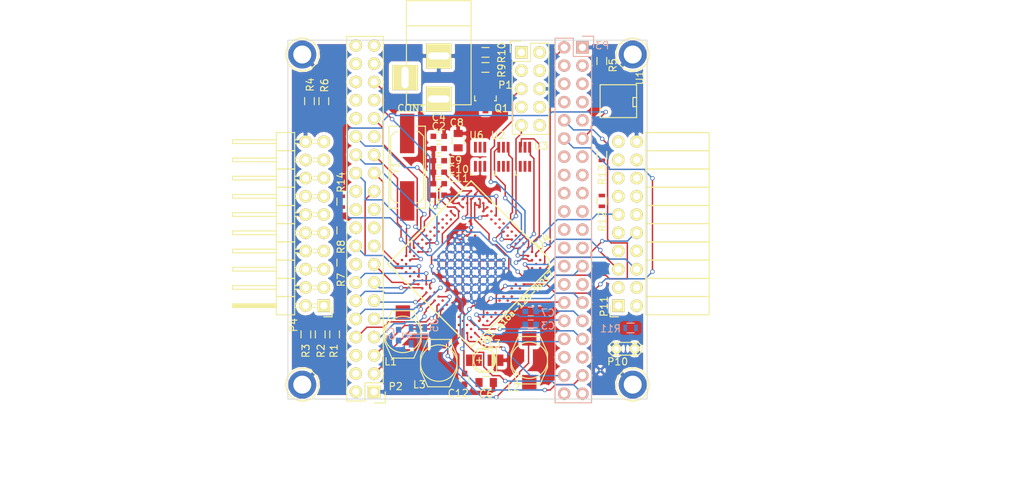
<source format=kicad_pcb>
(kicad_pcb (version 4) (host pcbnew "(after 2015-mar-04 BZR unknown)-product")
  (layers (0 F.Cu signal) (31 B.Cu signal) (34 B.Paste user) (35 F.Paste user) (36 B.SilkS user) (37 F.SilkS user) (38 B.Mask user) (39 F.Mask user) (44 Edge.Cuts user))
  (net 0 "")
  (net 1 "Net-(C1-Pad1)")
  (net 2 GND)
  (net 3 +3.3VADC)
  (net 4 "Net-(C4-Pad1)")
  (net 5 VCORE)
  (net 6 /pwr/OUTUNREG)
  (net 7 "Net-(CON1-Pad3)")
  (net 8 SW1)
  (net 9 /XADC1)
  (net 10 /XADC0)
  (net 11 /XADC3)
  (net 12 /XADC2)
  (net 13 /D70)
  (net 14 /D0)
  (net 15 /D1)
  (net 16 /D2)
  (net 17 /D3)
  (net 18 /xlinkout1/LINK1D)
  (net 19 /xlinkout1/LINK0D)
  (net 20 /xlinkout1/LINK0U)
  (net 21 /xlinkout1/LINK1U)
  (net 22 /D8)
  (net 23 /D9)
  (net 24 /D10)
  (net 25 /D11)
  (net 26 /xlinkin1/UARTRX)
  (net 27 /xlinkin1/UARTTX)
  (net 28 /D14)
  (net 29 /D15)
  (net 30 /xlinkin1/LINK1U)
  (net 31 /xlinkin1/LINK0U)
  (net 32 /xlinkin1/LINK0D)
  (net 33 /xlinkin1/LINK1D)
  (net 34 /D20)
  (net 35 /D21)
  (net 36 /D22)
  (net 37 /D23)
  (net 38 /D24)
  (net 39 /D25)
  (net 40 /D26)
  (net 41 /D27)
  (net 42 /D28)
  (net 43 /D29)
  (net 44 /D30)
  (net 45 /D31)
  (net 46 /D32)
  (net 47 /D33)
  (net 48 /D34)
  (net 49 /D35)
  (net 50 /D36)
  (net 51 /D37)
  (net 52 /D38)
  (net 53 /pwr/INUNREG)
  (net 54 /xlinkin1/~TRST)
  (net 55 /xlinkin1/TDI)
  (net 56 /xlinkin1/XLi1u)
  (net 57 /xlinkin1/TMS)
  (net 58 /xlinkin1/TCK)
  (net 59 /xlinkin1/XLi0u)
  (net 60 /xlinkin1/~DBG)
  (net 61 /xlinkin1/TDO)
  (net 62 /xlinkin1/~RST)
  (net 63 /xlinkout1/~PRESENT)
  (net 64 /xlinkout1/TDI)
  (net 65 /xlinkout1/ELoTDO)
  (net 66 /xlinkout1/ELo0d)
  (net 67 /xlinkout1/ELo1d)
  (net 68 "Net-(Q1-Pad2)")
  (net 69 "Net-(R14-Pad2)")
  (net 70 /XTMS)
  (net 71 /MSEL)
  (net 72 /~XRST)
  (net 73 /XTCK)
  (net 74 VDD1V8)
  (net 75 SW2)
  (net 76 /X1D1)
  (net 77 /X1D2)
  (net 78 /X1D3)
  (net 79 /X1D4)
  (net 80 /X1D5)
  (net 81 /X1D6)
  (net 82 /X1D7)
  (net 83 /X1D8)
  (net 84 /X1D9)
  (net 85 /X1D10)
  (net 86 /X1D11)
  (net 87 /X1D12)
  (net 88 /X1D13)
  (net 89 /X1D14)
  (net 90 /X1D15)
  (net 91 /X1D16)
  (net 92 /X1D17)
  (net 93 /X1D18)
  (net 94 /X1D19)
  (net 95 /X1D20)
  (net 96 /X1D21)
  (net 97 /X1D22)
  (net 98 /X1D23)
  (net 99 /X1D24)
  (net 100 /X1D25)
  (net 101 /X1D26)
  (net 102 /X1D27)
  (net 103 /X1D28)
  (net 104 /X1D29)
  (net 105 /X1D30)
  (net 106 /X1D31)
  (net 107 /X1D32)
  (net 108 /X1D33)
  (net 109 /X1D34)
  (net 110 /X1D35)
  (net 111 /X1D36)
  (net 112 /X1D37)
  (net 113 /X1D38)
  (net 114 /XADC5)
  (net 115 /XADC6)
  (net 116 /XADC4)
  (net 117 VSUP)
  (module Capacitors_SMD:C_0603 (layer F.Cu) (at 71 71.6)
    (fp_text reference C1 (at -0.5 1.4) (layer F.SilkS))
    (fp_text value 33p)
    (pad 1 smd rect (at -0.75 0) (size 0.8 0.75) (layers F.Cu F.Paste F.Mask) (net 1 "Net-(C1-Pad1)"))
    (pad 2 smd rect (at 0.75 0) (size 0.8 0.75) (layers F.Cu F.Paste F.Mask) (net 2 GND))
  )
  (module Capacitors_SMD:C_0603 (layer F.Cu) (at 71 65.1 180)
    (fp_text reference C2 (at 0 3.1 180) (layer F.SilkS))
    (fp_text value 100n)
    (pad 1 smd rect (at -0.75 0 180) (size 0.8 0.75) (layers F.Cu F.Paste F.Mask) (net 3 +3.3VADC))
    (pad 2 smd rect (at 0.75 0 180) (size 0.8 0.75) (layers F.Cu F.Paste F.Mask) (net 2 GND))
  )
  (module Capacitors_SMD:C_0603 (layer B.Cu) (at 83.8 89.6)
    (fp_text reference C3 (at 2.4 0.2) (layer B.SilkS) (effects (justify mirror)))
    (fp_text value 100n)
    (pad 1 smd rect (at -0.75 0) (size 0.8 0.75) (layers B.Cu B.Paste B.Mask) (net 117 VSUP))
    (pad 2 smd rect (at 0.75 0) (size 0.8 0.75) (layers B.Cu B.Paste B.Mask) (net 2 GND))
  )
  (module Capacitors_SMD:C_0603 (layer F.Cu) (at 71 63.4)
    (fp_text reference C4 (at 0 -2.65) (layer F.SilkS))
    (fp_text value 33p)
    (pad 1 smd rect (at -0.75 0) (size 0.8 0.75) (layers F.Cu F.Paste F.Mask) (net 4 "Net-(C4-Pad1)"))
    (pad 2 smd rect (at 0.75 0) (size 0.8 0.75) (layers F.Cu F.Paste F.Mask) (net 2 GND))
  )
  (module Capacitors_SMD:C_0603 (layer B.Cu) (at 65.4 91.1 90)
    (fp_text reference C5 (at 0.2 -1.1 90) (layer B.SilkS) (effects (justify mirror)))
    (fp_text value 4u7)
    (pad 1 smd rect (at -0.75 0 90) (size 0.8 0.75) (layers B.Cu B.Paste B.Mask) (net 117 VSUP))
    (pad 2 smd rect (at 0.75 0 90) (size 0.8 0.75) (layers B.Cu B.Paste B.Mask) (net 2 GND))
  )
  (module Capacitors_SMD:C_0805 (layer F.Cu) (at 77.6 97.7)
    (fp_text reference C6 (at 0 1.6) (layer F.SilkS))
    (fp_text value 10u)
    (pad 1 smd rect (at -1 0) (size 1 1.25) (layers F.Cu F.Paste F.Mask) (net 117 VSUP))
    (pad 2 smd rect (at 1 0) (size 1 1.25) (layers F.Cu F.Paste F.Mask) (net 2 GND))
  )
  (module Capacitors_SMD:C_0603 (layer B.Cu) (at 83.8 87.8)
    (fp_text reference C7 (at 2.4 0.2) (layer B.SilkS) (effects (justify mirror)))
    (fp_text value 100n)
    (pad 1 smd rect (at -0.75 0) (size 0.8 0.75) (layers B.Cu B.Paste B.Mask) (net 117 VSUP))
    (pad 2 smd rect (at 0.75 0) (size 0.8 0.75) (layers B.Cu B.Paste B.Mask) (net 2 GND))
  )
  (module Capacitors_SMD:C_0805 (layer F.Cu) (at 73.7 64 90)
    (fp_text reference C8 (at 2.5 -0.2 180) (layer F.SilkS))
    (fp_text value 10u)
    (pad 1 smd rect (at -1 0 90) (size 1 1.25) (layers F.Cu F.Paste F.Mask) (net 3 +3.3VADC))
    (pad 2 smd rect (at 1 0 90) (size 1 1.25) (layers F.Cu F.Paste F.Mask) (net 2 GND))
  )
  (module Capacitors_SMD:C_0603 (layer F.Cu) (at 71 66.8 180)
    (fp_text reference C9 (at -2.25 0.05 180) (layer F.SilkS))
    (fp_text value 100n)
    (pad 1 smd rect (at -0.75 0 180) (size 0.8 0.75) (layers F.Cu F.Paste F.Mask) (net 117 VSUP))
    (pad 2 smd rect (at 0.75 0 180) (size 0.8 0.75) (layers F.Cu F.Paste F.Mask) (net 2 GND))
  )
  (module Capacitors_SMD:C_0603 (layer F.Cu) (at 71 68.4 180)
    (fp_text reference C10 (at -2.75 0.4 180) (layer F.SilkS))
    (fp_text value 100n)
    (pad 1 smd rect (at -0.75 0 180) (size 0.8 0.75) (layers F.Cu F.Paste F.Mask) (net 117 VSUP))
    (pad 2 smd rect (at 0.75 0 180) (size 0.8 0.75) (layers F.Cu F.Paste F.Mask) (net 2 GND))
  )
  (module Capacitors_SMD:C_0603 (layer F.Cu) (at 71 70 180)
    (fp_text reference C11 (at -2.75 0.75 180) (layer F.SilkS))
    (fp_text value 100n)
    (pad 1 smd rect (at -0.75 0 180) (size 0.8 0.75) (layers F.Cu F.Paste F.Mask) (net 74 VDD1V8))
    (pad 2 smd rect (at 0.75 0 180) (size 0.8 0.75) (layers F.Cu F.Paste F.Mask) (net 2 GND))
  )
  (module Capacitors_SMD:C_0603 (layer F.Cu) (at 74.6 97.2 270)
    (fp_text reference C12 (at 2 0.9 540) (layer F.SilkS))
    (fp_text value 100n)
    (pad 1 smd rect (at -0.75 0 270) (size 0.8 0.75) (layers F.Cu F.Paste F.Mask) (net 5 VCORE))
    (pad 2 smd rect (at 0.75 0 270) (size 0.8 0.75) (layers F.Cu F.Paste F.Mask) (net 2 GND))
  )
  (module Capacitors_SMD:c_elec_3x5.3 (layer F.Cu) (at 77.4 94.6 180)
    (fp_text reference C13 (at -0.8 2.3 180) (layer F.SilkS))
    (fp_text value CP_Small)
    (pad 1 smd rect (at 1.50114 0 180) (size 2.19964 1.6002) (layers F.Cu F.Paste F.Mask) (net 117 VSUP))
    (pad 2 smd rect (at -1.50114 0 180) (size 2.19964 1.6002) (layers F.Cu F.Paste F.Mask) (net 2 GND))
  )
  (module Connect:BARREL_JACK (layer F.Cu) (at 71 52 270)
    (fp_text reference CON1 (at 7.5 3.75 360) (layer F.SilkS))
    (fp_text value BARREL_JACK)
    (pad 1 thru_hole rect (at 6.20014 0 270) (size 3.50012 3.50012) (drill oval 1.00076 2.99974) (layers *.Cu *.Mask F.SilkS) (net 6 /pwr/OUTUNREG))
    (pad 2 thru_hole rect (at 0.20066 0 270) (size 3.50012 3.50012) (drill oval 1.00076 2.99974) (layers *.Cu *.Mask F.SilkS) (net 2 GND))
    (pad 3 thru_hole rect (at 3.2004 4.699 270) (size 3.50012 3.50012) (drill oval 2.99974 1.00076) (layers *.Cu *.Mask F.SilkS) (net 7 "Net-(CON1-Pad3)"))
  )
  (module Inductors:SELF-WE-PD3S (layer F.Cu) (at 66 91 270)
    (fp_text reference L1 (at 3.8 1.7 360) (layer F.SilkS))
    (fp_text value 4u7)
    (pad 1 smd rect (at -3.048 0 270) (size 1.99898 1.99898) (layers F.Cu F.Paste F.Mask) (net 3 +3.3VADC))
    (pad 2 smd rect (at 3.048 0 270) (size 1.99898 1.99898) (layers F.Cu F.Paste F.Mask) (net 117 VSUP))
  )
  (module Inductors:SELF-WE-PD3S (layer F.Cu) (at 83.6 94.6 270)
    (fp_text reference L2 (at 3.8 2.2 360) (layer F.SilkS))
    (fp_text value 4u7)
    (pad 1 smd rect (at -3.048 0 270) (size 1.99898 1.99898) (layers F.Cu F.Paste F.Mask) (net 74 VDD1V8))
    (pad 2 smd rect (at 3.048 0 270) (size 1.99898 1.99898) (layers F.Cu F.Paste F.Mask) (net 75 SW2))
  )
  (module Inductors:SELF-WE-PD3S (layer F.Cu) (at 71 95 90)
    (fp_text reference L3 (at -3 -2.7 180) (layer F.SilkS))
    (fp_text value 4u7)
    (pad 1 smd rect (at -3.048 0 90) (size 1.99898 1.99898) (layers F.Cu F.Paste F.Mask) (net 5 VCORE))
    (pad 2 smd rect (at 3.048 0 90) (size 1.99898 1.99898) (layers F.Cu F.Paste F.Mask) (net 8 SW1))
  )
  (module Pin_Headers:Pin_Header_Straight_2x20 (layer F.Cu) (at 62 99 180)
    (fp_text reference P2 (at -3 0.75 180) (layer F.SilkS))
    (fp_text value CONN_02X20)
    (pad 1 thru_hole rect (at 0 0 180) (size 1.7272 1.7272) (drill 1.016) (layers *.Cu *.Mask F.SilkS) (net 2 GND))
    (pad 2 thru_hole oval (at 2.54 0 180) (size 1.7272 1.7272) (drill 1.016) (layers *.Cu *.Mask F.SilkS))
    (pad 3 thru_hole oval (at 0 2.54 180) (size 1.7272 1.7272) (drill 1.016) (layers *.Cu *.Mask F.SilkS) (net 76 /X1D1))
    (pad 4 thru_hole oval (at 2.54 2.54 180) (size 1.7272 1.7272) (drill 1.016) (layers *.Cu *.Mask F.SilkS) (net 77 /X1D2))
    (pad 5 thru_hole oval (at 0 5.08 180) (size 1.7272 1.7272) (drill 1.016) (layers *.Cu *.Mask F.SilkS) (net 78 /X1D3))
    (pad 6 thru_hole oval (at 2.54 5.08 180) (size 1.7272 1.7272) (drill 1.016) (layers *.Cu *.Mask F.SilkS) (net 79 /X1D4))
    (pad 7 thru_hole oval (at 0 7.62 180) (size 1.7272 1.7272) (drill 1.016) (layers *.Cu *.Mask F.SilkS) (net 80 /X1D5))
    (pad 8 thru_hole oval (at 2.54 7.62 180) (size 1.7272 1.7272) (drill 1.016) (layers *.Cu *.Mask F.SilkS) (net 81 /X1D6))
    (pad 9 thru_hole oval (at 0 10.16 180) (size 1.7272 1.7272) (drill 1.016) (layers *.Cu *.Mask F.SilkS) (net 82 /X1D7))
    (pad 10 thru_hole oval (at 2.54 10.16 180) (size 1.7272 1.7272) (drill 1.016) (layers *.Cu *.Mask F.SilkS) (net 83 /X1D8))
    (pad 11 thru_hole oval (at 0 12.7 180) (size 1.7272 1.7272) (drill 1.016) (layers *.Cu *.Mask F.SilkS) (net 84 /X1D9))
    (pad 12 thru_hole oval (at 2.54 12.7 180) (size 1.7272 1.7272) (drill 1.016) (layers *.Cu *.Mask F.SilkS) (net 85 /X1D10))
    (pad 13 thru_hole oval (at 0 15.24 180) (size 1.7272 1.7272) (drill 1.016) (layers *.Cu *.Mask F.SilkS) (net 86 /X1D11))
    (pad 14 thru_hole oval (at 2.54 15.24 180) (size 1.7272 1.7272) (drill 1.016) (layers *.Cu *.Mask F.SilkS) (net 87 /X1D12))
    (pad 15 thru_hole oval (at 0 17.78 180) (size 1.7272 1.7272) (drill 1.016) (layers *.Cu *.Mask F.SilkS) (net 88 /X1D13))
    (pad 16 thru_hole oval (at 2.54 17.78 180) (size 1.7272 1.7272) (drill 1.016) (layers *.Cu *.Mask F.SilkS) (net 89 /X1D14))
    (pad 17 thru_hole oval (at 0 20.32 180) (size 1.7272 1.7272) (drill 1.016) (layers *.Cu *.Mask F.SilkS) (net 90 /X1D15))
    (pad 18 thru_hole oval (at 2.54 20.32 180) (size 1.7272 1.7272) (drill 1.016) (layers *.Cu *.Mask F.SilkS) (net 91 /X1D16))
    (pad 19 thru_hole oval (at 0 22.86 180) (size 1.7272 1.7272) (drill 1.016) (layers *.Cu *.Mask F.SilkS) (net 92 /X1D17))
    (pad 20 thru_hole oval (at 2.54 22.86 180) (size 1.7272 1.7272) (drill 1.016) (layers *.Cu *.Mask F.SilkS) (net 93 /X1D18))
    (pad 21 thru_hole oval (at 0 25.4 180) (size 1.7272 1.7272) (drill 1.016) (layers *.Cu *.Mask F.SilkS) (net 94 /X1D19))
    (pad 22 thru_hole oval (at 2.54 25.4 180) (size 1.7272 1.7272) (drill 1.016) (layers *.Cu *.Mask F.SilkS) (net 95 /X1D20))
    (pad 23 thru_hole oval (at 0 27.94 180) (size 1.7272 1.7272) (drill 1.016) (layers *.Cu *.Mask F.SilkS) (net 96 /X1D21))
    (pad 24 thru_hole oval (at 2.54 27.94 180) (size 1.7272 1.7272) (drill 1.016) (layers *.Cu *.Mask F.SilkS) (net 97 /X1D22))
    (pad 25 thru_hole oval (at 0 30.48 180) (size 1.7272 1.7272) (drill 1.016) (layers *.Cu *.Mask F.SilkS) (net 98 /X1D23))
    (pad 26 thru_hole oval (at 2.54 30.48 180) (size 1.7272 1.7272) (drill 1.016) (layers *.Cu *.Mask F.SilkS) (net 99 /X1D24))
    (pad 27 thru_hole oval (at 0 33.02 180) (size 1.7272 1.7272) (drill 1.016) (layers *.Cu *.Mask F.SilkS) (net 100 /X1D25))
    (pad 28 thru_hole oval (at 2.54 33.02 180) (size 1.7272 1.7272) (drill 1.016) (layers *.Cu *.Mask F.SilkS) (net 101 /X1D26))
    (pad 29 thru_hole oval (at 0 35.56 180) (size 1.7272 1.7272) (drill 1.016) (layers *.Cu *.Mask F.SilkS) (net 102 /X1D27))
    (pad 30 thru_hole oval (at 2.54 35.56 180) (size 1.7272 1.7272) (drill 1.016) (layers *.Cu *.Mask F.SilkS) (net 103 /X1D28))
    (pad 31 thru_hole oval (at 0 38.1 180) (size 1.7272 1.7272) (drill 1.016) (layers *.Cu *.Mask F.SilkS) (net 104 /X1D29))
    (pad 32 thru_hole oval (at 2.54 38.1 180) (size 1.7272 1.7272) (drill 1.016) (layers *.Cu *.Mask F.SilkS) (net 105 /X1D30))
    (pad 33 thru_hole oval (at 0 40.64 180) (size 1.7272 1.7272) (drill 1.016) (layers *.Cu *.Mask F.SilkS) (net 106 /X1D31))
    (pad 34 thru_hole oval (at 2.54 40.64 180) (size 1.7272 1.7272) (drill 1.016) (layers *.Cu *.Mask F.SilkS) (net 107 /X1D32))
    (pad 35 thru_hole oval (at 0 43.18 180) (size 1.7272 1.7272) (drill 1.016) (layers *.Cu *.Mask F.SilkS) (net 108 /X1D33))
    (pad 36 thru_hole oval (at 2.54 43.18 180) (size 1.7272 1.7272) (drill 1.016) (layers *.Cu *.Mask F.SilkS) (net 109 /X1D34))
    (pad 37 thru_hole oval (at 0 45.72 180) (size 1.7272 1.7272) (drill 1.016) (layers *.Cu *.Mask F.SilkS) (net 110 /X1D35))
    (pad 38 thru_hole oval (at 2.54 45.72 180) (size 1.7272 1.7272) (drill 1.016) (layers *.Cu *.Mask F.SilkS) (net 111 /X1D36))
    (pad 39 thru_hole oval (at 0 48.26 180) (size 1.7272 1.7272) (drill 1.016) (layers *.Cu *.Mask F.SilkS) (net 112 /X1D37))
    (pad 40 thru_hole oval (at 2.54 48.26 180) (size 1.7272 1.7272) (drill 1.016) (layers *.Cu *.Mask F.SilkS) (net 113 /X1D38))
  )
  (module Pin_Headers:Pin_Header_Straight_2x20 (layer B.Cu) (at 91 51 180)
    (fp_text reference P3 (at -2.75 0.25 180) (layer B.SilkS) (effects (justify mirror)))
    (fp_text value CONN_02X20)
    (pad 1 thru_hole rect (at 0 0 180) (size 1.7272 1.7272) (drill 1.016) (layers *.Cu *.Mask B.SilkS) (net 2 GND))
    (pad 2 thru_hole oval (at 2.54 0 180) (size 1.7272 1.7272) (drill 1.016) (layers *.Cu *.Mask B.SilkS) (net 14 /D0))
    (pad 3 thru_hole oval (at 0 -2.54 180) (size 1.7272 1.7272) (drill 1.016) (layers *.Cu *.Mask B.SilkS) (net 15 /D1))
    (pad 4 thru_hole oval (at 2.54 -2.54 180) (size 1.7272 1.7272) (drill 1.016) (layers *.Cu *.Mask B.SilkS) (net 16 /D2))
    (pad 5 thru_hole oval (at 0 -5.08 180) (size 1.7272 1.7272) (drill 1.016) (layers *.Cu *.Mask B.SilkS) (net 17 /D3))
    (pad 6 thru_hole oval (at 2.54 -5.08 180) (size 1.7272 1.7272) (drill 1.016) (layers *.Cu *.Mask B.SilkS) (net 18 /xlinkout1/LINK1D))
    (pad 7 thru_hole oval (at 0 -7.62 180) (size 1.7272 1.7272) (drill 1.016) (layers *.Cu *.Mask B.SilkS) (net 19 /xlinkout1/LINK0D))
    (pad 8 thru_hole oval (at 2.54 -7.62 180) (size 1.7272 1.7272) (drill 1.016) (layers *.Cu *.Mask B.SilkS) (net 20 /xlinkout1/LINK0U))
    (pad 9 thru_hole oval (at 0 -10.16 180) (size 1.7272 1.7272) (drill 1.016) (layers *.Cu *.Mask B.SilkS) (net 21 /xlinkout1/LINK1U))
    (pad 10 thru_hole oval (at 2.54 -10.16 180) (size 1.7272 1.7272) (drill 1.016) (layers *.Cu *.Mask B.SilkS) (net 22 /D8))
    (pad 11 thru_hole oval (at 0 -12.7 180) (size 1.7272 1.7272) (drill 1.016) (layers *.Cu *.Mask B.SilkS) (net 23 /D9))
    (pad 12 thru_hole oval (at 2.54 -12.7 180) (size 1.7272 1.7272) (drill 1.016) (layers *.Cu *.Mask B.SilkS) (net 24 /D10))
    (pad 13 thru_hole oval (at 0 -15.24 180) (size 1.7272 1.7272) (drill 1.016) (layers *.Cu *.Mask B.SilkS) (net 25 /D11))
    (pad 14 thru_hole oval (at 2.54 -15.24 180) (size 1.7272 1.7272) (drill 1.016) (layers *.Cu *.Mask B.SilkS) (net 26 /xlinkin1/UARTRX))
    (pad 15 thru_hole oval (at 0 -17.78 180) (size 1.7272 1.7272) (drill 1.016) (layers *.Cu *.Mask B.SilkS) (net 27 /xlinkin1/UARTTX))
    (pad 16 thru_hole oval (at 2.54 -17.78 180) (size 1.7272 1.7272) (drill 1.016) (layers *.Cu *.Mask B.SilkS) (net 28 /D14))
    (pad 17 thru_hole oval (at 0 -20.32 180) (size 1.7272 1.7272) (drill 1.016) (layers *.Cu *.Mask B.SilkS) (net 29 /D15))
    (pad 18 thru_hole oval (at 2.54 -20.32 180) (size 1.7272 1.7272) (drill 1.016) (layers *.Cu *.Mask B.SilkS) (net 30 /xlinkin1/LINK1U))
    (pad 19 thru_hole oval (at 0 -22.86 180) (size 1.7272 1.7272) (drill 1.016) (layers *.Cu *.Mask B.SilkS) (net 31 /xlinkin1/LINK0U))
    (pad 20 thru_hole oval (at 2.54 -22.86 180) (size 1.7272 1.7272) (drill 1.016) (layers *.Cu *.Mask B.SilkS) (net 32 /xlinkin1/LINK0D))
    (pad 21 thru_hole oval (at 0 -25.4 180) (size 1.7272 1.7272) (drill 1.016) (layers *.Cu *.Mask B.SilkS) (net 33 /xlinkin1/LINK1D))
    (pad 22 thru_hole oval (at 2.54 -25.4 180) (size 1.7272 1.7272) (drill 1.016) (layers *.Cu *.Mask B.SilkS) (net 34 /D20))
    (pad 23 thru_hole oval (at 0 -27.94 180) (size 1.7272 1.7272) (drill 1.016) (layers *.Cu *.Mask B.SilkS) (net 35 /D21))
    (pad 24 thru_hole oval (at 2.54 -27.94 180) (size 1.7272 1.7272) (drill 1.016) (layers *.Cu *.Mask B.SilkS) (net 36 /D22))
    (pad 25 thru_hole oval (at 0 -30.48 180) (size 1.7272 1.7272) (drill 1.016) (layers *.Cu *.Mask B.SilkS) (net 37 /D23))
    (pad 26 thru_hole oval (at 2.54 -30.48 180) (size 1.7272 1.7272) (drill 1.016) (layers *.Cu *.Mask B.SilkS) (net 38 /D24))
    (pad 27 thru_hole oval (at 0 -33.02 180) (size 1.7272 1.7272) (drill 1.016) (layers *.Cu *.Mask B.SilkS) (net 39 /D25))
    (pad 28 thru_hole oval (at 2.54 -33.02 180) (size 1.7272 1.7272) (drill 1.016) (layers *.Cu *.Mask B.SilkS) (net 40 /D26))
    (pad 29 thru_hole oval (at 0 -35.56 180) (size 1.7272 1.7272) (drill 1.016) (layers *.Cu *.Mask B.SilkS) (net 41 /D27))
    (pad 30 thru_hole oval (at 2.54 -35.56 180) (size 1.7272 1.7272) (drill 1.016) (layers *.Cu *.Mask B.SilkS) (net 42 /D28))
    (pad 31 thru_hole oval (at 0 -38.1 180) (size 1.7272 1.7272) (drill 1.016) (layers *.Cu *.Mask B.SilkS) (net 43 /D29))
    (pad 32 thru_hole oval (at 2.54 -38.1 180) (size 1.7272 1.7272) (drill 1.016) (layers *.Cu *.Mask B.SilkS) (net 44 /D30))
    (pad 33 thru_hole oval (at 0 -40.64 180) (size 1.7272 1.7272) (drill 1.016) (layers *.Cu *.Mask B.SilkS) (net 45 /D31))
    (pad 34 thru_hole oval (at 2.54 -40.64 180) (size 1.7272 1.7272) (drill 1.016) (layers *.Cu *.Mask B.SilkS) (net 46 /D32))
    (pad 35 thru_hole oval (at 0 -43.18 180) (size 1.7272 1.7272) (drill 1.016) (layers *.Cu *.Mask B.SilkS) (net 47 /D33))
    (pad 36 thru_hole oval (at 2.54 -43.18 180) (size 1.7272 1.7272) (drill 1.016) (layers *.Cu *.Mask B.SilkS) (net 48 /D34))
    (pad 37 thru_hole oval (at 0 -45.72 180) (size 1.7272 1.7272) (drill 1.016) (layers *.Cu *.Mask B.SilkS) (net 49 /D35))
    (pad 38 thru_hole oval (at 2.54 -45.72 180) (size 1.7272 1.7272) (drill 1.016) (layers *.Cu *.Mask B.SilkS) (net 50 /D36))
    (pad 39 thru_hole oval (at 0 -48.26 180) (size 1.7272 1.7272) (drill 1.016) (layers *.Cu *.Mask B.SilkS) (net 51 /D37))
    (pad 40 thru_hole oval (at 2.54 -48.26 180) (size 1.7272 1.7272) (drill 1.016) (layers *.Cu *.Mask B.SilkS) (net 52 /D38))
  )
  (module Pin_Headers:Pin_Header_Angled_2x10 (layer F.Cu) (at 55 87 180)
    (fp_text reference P4 (at 4.2 -2.7 270) (layer F.SilkS))
    (fp_text value XLinkIn)
    (pad 1 thru_hole rect (at 0 0 180) (size 1.7272 1.7272) (drill 1.016) (layers *.Cu *.Mask F.SilkS) (net 53 /pwr/INUNREG))
    (pad 2 thru_hole oval (at 2.54 0 180) (size 1.7272 1.7272) (drill 1.016) (layers *.Cu *.Mask F.SilkS) (net 53 /pwr/INUNREG))
    (pad 3 thru_hole oval (at 0 2.54 180) (size 1.7272 1.7272) (drill 1.016) (layers *.Cu *.Mask F.SilkS) (net 54 /xlinkin1/~TRST))
    (pad 4 thru_hole oval (at 2.54 2.54 180) (size 1.7272 1.7272) (drill 1.016) (layers *.Cu *.Mask F.SilkS) (net 2 GND))
    (pad 5 thru_hole oval (at 0 5.08 180) (size 1.7272 1.7272) (drill 1.016) (layers *.Cu *.Mask F.SilkS) (net 55 /xlinkin1/TDI))
    (pad 6 thru_hole oval (at 2.54 5.08 180) (size 1.7272 1.7272) (drill 1.016) (layers *.Cu *.Mask F.SilkS) (net 56 /xlinkin1/XLi1u))
    (pad 7 thru_hole oval (at 0 7.62 180) (size 1.7272 1.7272) (drill 1.016) (layers *.Cu *.Mask F.SilkS) (net 57 /xlinkin1/TMS))
    (pad 8 thru_hole oval (at 2.54 7.62 180) (size 1.7272 1.7272) (drill 1.016) (layers *.Cu *.Mask F.SilkS) (net 2 GND))
    (pad 9 thru_hole oval (at 0 10.16 180) (size 1.7272 1.7272) (drill 1.016) (layers *.Cu *.Mask F.SilkS) (net 58 /xlinkin1/TCK))
    (pad 10 thru_hole oval (at 2.54 10.16 180) (size 1.7272 1.7272) (drill 1.016) (layers *.Cu *.Mask F.SilkS) (net 59 /xlinkin1/XLi0u))
    (pad 11 thru_hole oval (at 0 12.7 180) (size 1.7272 1.7272) (drill 1.016) (layers *.Cu *.Mask F.SilkS) (net 60 /xlinkin1/~DBG))
    (pad 12 thru_hole oval (at 2.54 12.7 180) (size 1.7272 1.7272) (drill 1.016) (layers *.Cu *.Mask F.SilkS) (net 2 GND))
    (pad 13 thru_hole oval (at 0 15.24 180) (size 1.7272 1.7272) (drill 1.016) (layers *.Cu *.Mask F.SilkS) (net 61 /xlinkin1/TDO))
    (pad 14 thru_hole oval (at 2.54 15.24 180) (size 1.7272 1.7272) (drill 1.016) (layers *.Cu *.Mask F.SilkS) (net 32 /xlinkin1/LINK0D))
    (pad 15 thru_hole oval (at 0 17.78 180) (size 1.7272 1.7272) (drill 1.016) (layers *.Cu *.Mask F.SilkS) (net 62 /xlinkin1/~RST))
    (pad 16 thru_hole oval (at 2.54 17.78 180) (size 1.7272 1.7272) (drill 1.016) (layers *.Cu *.Mask F.SilkS) (net 2 GND))
    (pad 17 thru_hole oval (at 0 20.32 180) (size 1.7272 1.7272) (drill 1.016) (layers *.Cu *.Mask F.SilkS) (net 26 /xlinkin1/UARTRX))
    (pad 18 thru_hole oval (at 2.54 20.32 180) (size 1.7272 1.7272) (drill 1.016) (layers *.Cu *.Mask F.SilkS) (net 33 /xlinkin1/LINK1D))
    (pad 19 thru_hole oval (at 0 22.86 180) (size 1.7272 1.7272) (drill 1.016) (layers *.Cu *.Mask F.SilkS) (net 27 /xlinkin1/UARTTX))
    (pad 20 thru_hole oval (at 2.54 22.86 180) (size 1.7272 1.7272) (drill 1.016) (layers *.Cu *.Mask F.SilkS) (net 2 GND))
  )
  (module xmos_project:Pillar (layer F.Cu) (at 93.5 96)
    (fp_text reference P5 hide)
    (fp_text value Pillar hide)
    (pad 1 thru_hole circle (at 0 0) (size 0.5 0.5) (drill 0.2) (layers *.Cu) (net 2 GND))
  )
  (module Connect:TESTPOINT (layer F.Cu) (at 97 93)
    (fp_text reference P10 (at -1.1 1.8) (layer F.SilkS))
    (fp_text value clip)
    (pad 1 thru_hole circle (at -1.27 0) (size 1.397 1.397) (drill 0.8128) (layers *.Cu *.Mask F.SilkS) (net 2 GND))
    (pad 1 thru_hole circle (at 1.27 0) (size 1.397 1.397) (drill 0.8128) (layers *.Cu *.Mask F.SilkS) (net 2 GND))
  )
  (module Socket_Strips:Socket_Strip_Angled_2x10 (layer F.Cu) (at 96 87 90)
    (fp_text reference P11 (at -0.1 -2 90) (layer F.SilkS))
    (fp_text value XLinkOut)
    (pad 1 thru_hole rect (at 0 0 90) (size 1.7272 1.7272) (drill 1.016) (layers *.Cu *.Mask F.SilkS) (net 6 /pwr/OUTUNREG))
    (pad 2 thru_hole oval (at 0 2.54 90) (size 1.7272 1.7272) (drill 1.016) (layers *.Cu *.Mask F.SilkS) (net 6 /pwr/OUTUNREG))
    (pad 3 thru_hole oval (at 2.54 0 90) (size 1.7272 1.7272) (drill 1.016) (layers *.Cu *.Mask F.SilkS) (net 54 /xlinkin1/~TRST))
    (pad 4 thru_hole oval (at 2.54 2.54 90) (size 1.7272 1.7272) (drill 1.016) (layers *.Cu *.Mask F.SilkS) (net 63 /xlinkout1/~PRESENT))
    (pad 5 thru_hole oval (at 5.08 0 90) (size 1.7272 1.7272) (drill 1.016) (layers *.Cu *.Mask F.SilkS) (net 64 /xlinkout1/TDI))
    (pad 6 thru_hole oval (at 5.08 2.54 90) (size 1.7272 1.7272) (drill 1.016) (layers *.Cu *.Mask F.SilkS) (net 21 /xlinkout1/LINK1U))
    (pad 7 thru_hole oval (at 7.62 0 90) (size 1.7272 1.7272) (drill 1.016) (layers *.Cu *.Mask F.SilkS) (net 57 /xlinkin1/TMS))
    (pad 8 thru_hole oval (at 7.62 2.54 90) (size 1.7272 1.7272) (drill 1.016) (layers *.Cu *.Mask F.SilkS) (net 2 GND))
    (pad 9 thru_hole oval (at 10.16 0 90) (size 1.7272 1.7272) (drill 1.016) (layers *.Cu *.Mask F.SilkS) (net 58 /xlinkin1/TCK))
    (pad 10 thru_hole oval (at 10.16 2.54 90) (size 1.7272 1.7272) (drill 1.016) (layers *.Cu *.Mask F.SilkS) (net 20 /xlinkout1/LINK0U))
    (pad 11 thru_hole oval (at 12.7 0 90) (size 1.7272 1.7272) (drill 1.016) (layers *.Cu *.Mask F.SilkS) (net 60 /xlinkin1/~DBG))
    (pad 12 thru_hole oval (at 12.7 2.54 90) (size 1.7272 1.7272) (drill 1.016) (layers *.Cu *.Mask F.SilkS) (net 2 GND))
    (pad 13 thru_hole oval (at 15.24 0 90) (size 1.7272 1.7272) (drill 1.016) (layers *.Cu *.Mask F.SilkS) (net 65 /xlinkout1/ELoTDO))
    (pad 14 thru_hole oval (at 15.24 2.54 90) (size 1.7272 1.7272) (drill 1.016) (layers *.Cu *.Mask F.SilkS) (net 66 /xlinkout1/ELo0d))
    (pad 15 thru_hole oval (at 17.78 0 90) (size 1.7272 1.7272) (drill 1.016) (layers *.Cu *.Mask F.SilkS) (net 62 /xlinkin1/~RST))
    (pad 16 thru_hole oval (at 17.78 2.54 90) (size 1.7272 1.7272) (drill 1.016) (layers *.Cu *.Mask F.SilkS) (net 2 GND))
    (pad 17 thru_hole oval (at 20.32 0 90) (size 1.7272 1.7272) (drill 1.016) (layers *.Cu *.Mask F.SilkS))
    (pad 18 thru_hole oval (at 20.32 2.54 90) (size 1.7272 1.7272) (drill 1.016) (layers *.Cu *.Mask F.SilkS) (net 67 /xlinkout1/ELo1d))
    (pad 19 thru_hole oval (at 22.86 0 90) (size 1.7272 1.7272) (drill 1.016) (layers *.Cu *.Mask F.SilkS))
    (pad 20 thru_hole oval (at 22.86 2.54 90) (size 1.7272 1.7272) (drill 1.016) (layers *.Cu *.Mask F.SilkS) (net 2 GND))
  )
  (module Housings_SOT-23_SOT-143_TSOT-6:SOT-23_Handsoldering (layer F.Cu) (at 77.5 57.8 180)
    (fp_text reference Q1 (at -2.25 -1.7 180) (layer F.SilkS))
    (fp_text value "ntr4101 P")
    (pad 1 smd rect (at -0.95 1.50114 180) (size 0.8001 1.80086) (layers F.Cu F.Paste F.Mask) (net 53 /pwr/INUNREG))
    (pad 2 smd rect (at 0.95 1.50114 180) (size 0.8001 1.80086) (layers F.Cu F.Paste F.Mask) (net 68 "Net-(Q1-Pad2)"))
    (pad 3 smd rect (at 0 -1.50114 180) (size 0.8001 1.80086) (layers F.Cu F.Paste F.Mask) (net 6 /pwr/OUTUNREG))
  )
  (module Resistors_SMD:R_0603 (layer F.Cu) (at 56.5 91 90)
    (fp_text reference R1 (at -2.3 -0.1 90) (layer F.SilkS))
    (fp_text value 47K)
    (pad 1 smd rect (at -0.75 0 90) (size 0.5 0.9) (layers F.Cu F.Paste F.Mask) (net 117 VSUP))
    (pad 2 smd rect (at 0.75 0 90) (size 0.5 0.9) (layers F.Cu F.Paste F.Mask) (net 54 /xlinkin1/~TRST))
  )
  (module Resistors_SMD:R_0603 (layer F.Cu) (at 54.5 91 90)
    (fp_text reference R2 (at -2.3 0.1 90) (layer F.SilkS))
    (fp_text value 47K)
    (pad 1 smd rect (at -0.75 0 90) (size 0.5 0.9) (layers F.Cu F.Paste F.Mask) (net 117 VSUP))
    (pad 2 smd rect (at 0.75 0 90) (size 0.5 0.9) (layers F.Cu F.Paste F.Mask) (net 57 /xlinkin1/TMS))
  )
  (module Resistors_SMD:R_0603 (layer F.Cu) (at 52.5 91 90)
    (fp_text reference R3 (at -2.3 0 90) (layer F.SilkS))
    (fp_text value 47K)
    (pad 1 smd rect (at -0.75 0 90) (size 0.5 0.9) (layers F.Cu F.Paste F.Mask) (net 117 VSUP))
    (pad 2 smd rect (at 0.75 0 90) (size 0.5 0.9) (layers F.Cu F.Paste F.Mask) (net 58 /xlinkin1/TCK))
  )
  (module Resistors_SMD:R_0603 (layer F.Cu) (at 53 58.5 270)
    (fp_text reference R4 (at -2.3 -0.1 270) (layer F.SilkS))
    (fp_text value 47K)
    (pad 1 smd rect (at -0.75 0 270) (size 0.5 0.9) (layers F.Cu F.Paste F.Mask) (net 117 VSUP))
    (pad 2 smd rect (at 0.75 0 270) (size 0.5 0.9) (layers F.Cu F.Paste F.Mask) (net 62 /xlinkin1/~RST))
  )
  (module Resistors_SMD:R_0603 (layer F.Cu) (at 93.7 52.9 270)
    (fp_text reference R5 (at 0.6 -1.55 270) (layer F.SilkS))
    (fp_text value 10k)
    (pad 1 smd rect (at -0.75 0 270) (size 0.5 0.9) (layers F.Cu F.Paste F.Mask) (net 15 /D1))
    (pad 2 smd rect (at 0.75 0 270) (size 0.5 0.9) (layers F.Cu F.Paste F.Mask) (net 117 VSUP))
  )
  (module Resistors_SMD:R_0603 (layer F.Cu) (at 55 58.5 90)
    (fp_text reference R6 (at 2.2 0.1 90) (layer F.SilkS))
    (fp_text value 47K)
    (pad 1 smd rect (at -0.75 0 90) (size 0.5 0.9) (layers F.Cu F.Paste F.Mask) (net 60 /xlinkin1/~DBG))
    (pad 2 smd rect (at 0.75 0 90) (size 0.5 0.9) (layers F.Cu F.Paste F.Mask) (net 117 VSUP))
  )
  (module Resistors_SMD:R_0603 (layer F.Cu) (at 57.5 81 270)
    (fp_text reference R7 (at 2.4 0.1 270) (layer F.SilkS))
    (fp_text value 33R)
    (pad 1 smd rect (at -0.75 0 270) (size 0.5 0.9) (layers F.Cu F.Paste F.Mask) (net 30 /xlinkin1/LINK1U))
    (pad 2 smd rect (at 0.75 0 270) (size 0.5 0.9) (layers F.Cu F.Paste F.Mask) (net 56 /xlinkin1/XLi1u))
  )
  (module Resistors_SMD:R_0603 (layer F.Cu) (at 57.5 76.5 270)
    (fp_text reference R8 (at 2.3 0.1 270) (layer F.SilkS))
    (fp_text value 33R)
    (pad 1 smd rect (at -0.75 0 270) (size 0.5 0.9) (layers F.Cu F.Paste F.Mask) (net 31 /xlinkin1/LINK0U))
    (pad 2 smd rect (at 0.75 0 270) (size 0.5 0.9) (layers F.Cu F.Paste F.Mask) (net 59 /xlinkin1/XLi0u))
  )
  (module Resistors_SMD:R_0603 (layer F.Cu) (at 77.5 53.8 180)
    (fp_text reference R9 (at -2.25 -0.45 270) (layer F.SilkS))
    (fp_text value 47k)
    (pad 1 smd rect (at -0.75 0 180) (size 0.5 0.9) (layers F.Cu F.Paste F.Mask) (net 53 /pwr/INUNREG))
    (pad 2 smd rect (at 0.75 0 180) (size 0.5 0.9) (layers F.Cu F.Paste F.Mask) (net 68 "Net-(Q1-Pad2)"))
  )
  (module Resistors_SMD:R_0603 (layer F.Cu) (at 77.5 51.7 180)
    (fp_text reference R10 (at -2.25 -0.05 270) (layer F.SilkS))
    (fp_text value 1k)
    (pad 1 smd rect (at -0.75 0 180) (size 0.5 0.9) (layers F.Cu F.Paste F.Mask) (net 68 "Net-(Q1-Pad2)"))
    (pad 2 smd rect (at 0.75 0 180) (size 0.5 0.9) (layers F.Cu F.Paste F.Mask) (net 7 "Net-(CON1-Pad3)"))
  )
  (module Resistors_SMD:R_0603 (layer B.Cu) (at 97.7 90.1)
    (fp_text reference R11 (at -2.8 0.1) (layer B.SilkS) (effects (justify mirror)))
    (fp_text value 47k)
    (pad 1 smd rect (at -0.75 0) (size 0.5 0.9) (layers B.Cu B.Paste B.Mask) (net 117 VSUP))
    (pad 2 smd rect (at 0.75 0) (size 0.5 0.9) (layers B.Cu B.Paste B.Mask) (net 63 /xlinkout1/~PRESENT))
  )
  (module Resistors_SMD:R_0603 (layer F.Cu) (at 93.7 72.4 90)
    (fp_text reference R12 (at -2.85 0.05 90) (layer F.SilkS))
    (fp_text value 33R)
    (pad 1 smd rect (at -0.75 0 90) (size 0.5 0.9) (layers F.Cu F.Paste F.Mask) (net 19 /xlinkout1/LINK0D))
    (pad 2 smd rect (at 0.75 0 90) (size 0.5 0.9) (layers F.Cu F.Paste F.Mask) (net 66 /xlinkout1/ELo0d))
  )
  (module Resistors_SMD:R_0603 (layer F.Cu) (at 93.7 66 270)
    (fp_text reference R13 (at 2.75 -0.05 270) (layer F.SilkS))
    (fp_text value 33R)
    (pad 1 smd rect (at -0.75 0 270) (size 0.5 0.9) (layers F.Cu F.Paste F.Mask) (net 18 /xlinkout1/LINK1D))
    (pad 2 smd rect (at 0.75 0 270) (size 0.5 0.9) (layers F.Cu F.Paste F.Mask) (net 67 /xlinkout1/ELo1d))
  )
  (module Resistors_SMD:R_0603 (layer F.Cu) (at 57.5 72.5 270)
    (fp_text reference R14 (at -2.7 0.1 270) (layer F.SilkS))
    (fp_text value 33R)
    (pad 1 smd rect (at -0.75 0 270) (size 0.5 0.9) (layers F.Cu F.Paste F.Mask) (net 61 /xlinkin1/TDO))
    (pad 2 smd rect (at 0.75 0 270) (size 0.5 0.9) (layers F.Cu F.Paste F.Mask) (net 69 "Net-(R14-Pad2)"))
  )
  (module SMD_Packages:SOIC-8-N (layer F.Cu) (at 96 58.5 180)
    (fp_text reference U1 (at -3 3.25 270) (layer F.SilkS))
    (fp_text value w25x40cl)
    (pad 8 smd rect (at -1.905 -3.175 180) (size 0.508 1.143) (layers F.Cu F.Paste F.Mask) (net 117 VSUP))
    (pad 7 smd rect (at -0.635 -3.175 180) (size 0.508 1.143) (layers F.Cu F.Paste F.Mask) (net 117 VSUP))
    (pad 6 smd rect (at 0.635 -3.175 180) (size 0.508 1.143) (layers F.Cu F.Paste F.Mask) (net 24 /D10))
    (pad 5 smd rect (at 1.905 -3.175 180) (size 0.508 1.143) (layers F.Cu F.Paste F.Mask) (net 25 /D11))
    (pad 4 smd rect (at 1.905 3.175 180) (size 0.508 1.143) (layers F.Cu F.Paste F.Mask) (net 2 GND))
    (pad 3 smd rect (at 0.635 3.175 180) (size 0.508 1.143) (layers F.Cu F.Paste F.Mask) (net 117 VSUP))
    (pad 2 smd rect (at -0.635 3.175 180) (size 0.508 1.143) (layers F.Cu F.Paste F.Mask) (net 14 /D0))
    (pad 1 smd rect (at -1.905 3.175 180) (size 0.508 1.143) (layers F.Cu F.Paste F.Mask) (net 15 /D1))
  )
  (module Housings_SOT-23_SOT-143_TSOT-6:SC-70-6_Handsoldering (layer F.Cu) (at 80 66.25)
    (fp_text reference U2 (at -0.75 -3) (layer F.SilkS))
    (fp_text value NC7WZ17)
    (pad 1 smd rect (at -0.65024 1.33096) (size 0.39878 1.50114) (layers F.Cu F.Paste F.Mask) (net 54 /xlinkin1/~TRST))
    (pad 2 smd rect (at 0 1.33096) (size 0.39878 1.50114) (layers F.Cu F.Paste F.Mask) (net 2 GND))
    (pad 3 smd rect (at 0.65024 1.33096) (size 0.39878 1.50114) (layers F.Cu F.Paste F.Mask) (net 57 /xlinkin1/TMS))
    (pad 4 smd rect (at 0.65024 -1.33096) (size 0.39878 1.50114) (layers F.Cu F.Paste F.Mask) (net 70 /XTMS))
    (pad 5 smd rect (at 0 -1.33096) (size 0.39878 1.50114) (layers F.Cu F.Paste F.Mask) (net 117 VSUP))
    (pad 6 smd rect (at -0.65024 -1.33096) (size 0.39878 1.50114) (layers F.Cu F.Paste F.Mask) (net 71 /MSEL))
  )
  (module Housings_SOT-23_SOT-143_TSOT-6:SC-70-6_Handsoldering (layer F.Cu) (at 83 66.25)
    (fp_text reference U3 (at 2.25 -1.5) (layer F.SilkS))
    (fp_text value NC7WZ17)
    (pad 1 smd rect (at -0.65024 1.33096) (size 0.39878 1.50114) (layers F.Cu F.Paste F.Mask) (net 58 /xlinkin1/TCK))
    (pad 2 smd rect (at 0 1.33096) (size 0.39878 1.50114) (layers F.Cu F.Paste F.Mask) (net 2 GND))
    (pad 3 smd rect (at 0.65024 1.33096) (size 0.39878 1.50114) (layers F.Cu F.Paste F.Mask) (net 62 /xlinkin1/~RST))
    (pad 4 smd rect (at 0.65024 -1.33096) (size 0.39878 1.50114) (layers F.Cu F.Paste F.Mask) (net 72 /~XRST))
    (pad 5 smd rect (at 0 -1.33096) (size 0.39878 1.50114) (layers F.Cu F.Paste F.Mask) (net 117 VSUP))
    (pad 6 smd rect (at -0.65024 -1.33096) (size 0.39878 1.50114) (layers F.Cu F.Paste F.Mask) (net 73 /XTCK))
  )
  (module Housings_SOT-23_SOT-143_TSOT-6:SOT-23-5 (layer B.Cu) (at 68.1 91.2 270)
    (fp_text reference U5 (at -1.5 -2.3 270) (layer B.SilkS) (effects (justify mirror)))
    (fp_text value NCP699SN33)
    (pad 1 smd rect (at -1.1 0.95 270) (size 1.06 0.65) (layers B.Cu B.Paste B.Mask) (net 6 /pwr/OUTUNREG))
    (pad 2 smd rect (at -1.1 0 270) (size 1.06 0.65) (layers B.Cu B.Paste B.Mask) (net 2 GND))
    (pad 3 smd rect (at -1.1 -0.95 270) (size 1.06 0.65) (layers B.Cu B.Paste B.Mask) (net 6 /pwr/OUTUNREG))
    (pad 4 smd rect (at 1.1 -0.95 270) (size 1.06 0.65) (layers B.Cu B.Paste B.Mask))
    (pad 5 smd rect (at 1.1 0.95 270) (size 1.06 0.65) (layers B.Cu B.Paste B.Mask) (net 117 VSUP))
  )
  (module Housings_SOT-23_SOT-143_TSOT-6:SC-70-6_Handsoldering (layer F.Cu) (at 76.75 66.25)
    (fp_text reference U6 (at -0.5 -3) (layer F.SilkS))
    (fp_text value NC7SZ157)
    (pad 1 smd rect (at -0.65024 1.33096) (size 0.39878 1.50114) (layers F.Cu F.Paste F.Mask) (net 65 /xlinkout1/ELoTDO))
    (pad 2 smd rect (at 0 1.33096) (size 0.39878 1.50114) (layers F.Cu F.Paste F.Mask) (net 2 GND))
    (pad 3 smd rect (at 0.65024 1.33096) (size 0.39878 1.50114) (layers F.Cu F.Paste F.Mask) (net 64 /xlinkout1/TDI))
    (pad 4 smd rect (at 0.65024 -1.33096) (size 0.39878 1.50114) (layers F.Cu F.Paste F.Mask) (net 69 "Net-(R14-Pad2)"))
    (pad 5 smd rect (at 0 -1.33096) (size 0.39878 1.50114) (layers F.Cu F.Paste F.Mask) (net 117 VSUP))
    (pad 6 smd rect (at -0.65024 -1.33096) (size 0.39878 1.50114) (layers F.Cu F.Paste F.Mask) (net 63 /xlinkout1/~PRESENT))
  )
  (module Crystals_Oscillators_SMD:Q_49U3HMS (layer F.Cu) (at 66.6 67.7 90)
    (fp_text reference Y1 (at -0.1 -1.6 90) (layer F.SilkS))
    (fp_text value 25M)
    (pad 1 smd rect (at -4.699 0 90) (size 5.4991 1.99898) (layers F.Cu F.Paste F.Mask) (net 1 "Net-(C1-Pad1)"))
    (pad 2 smd rect (at 4.699 0 90) (size 5.4991 1.99898) (layers F.Cu F.Paste F.Mask) (net 4 "Net-(C4-Pad1)"))
  )
  (module xmos:BGA217 (layer F.Cu) (at 75.5 81.2 225)
    (fp_text reference U4 (at -9.33381 -4.808326 225) (layer F.SilkS) (effects (font (size 1.2 1.2) (thickness 0.2))))
    (fp_text value xs1-a16a-128-fb217 (at -0.318198 -8.87419 225) (layer F.SilkS) (effects (font (size 0.8 0.8) (thickness 0.18))))
    (pad GND thru_hole circle (at -3.6 3.6 225) (size 0.6 0.6) (drill 0.3) (layers *.Cu) (net 2 GND))
    (pad GND thru_hole circle (at -3.6 -2.8 225) (size 0.6 0.6) (drill 0.3) (layers *.Cu) (net 2 GND))
    (pad GND thru_hole circle (at 3.6 -3.7 225) (size 0.6 0.6) (drill 0.3) (layers *.Cu) (net 2 GND))
    (pad GND thru_hole circle (at 3.6 -2.1 225) (size 0.6 0.6) (drill 0.3) (layers *.Cu) (net 2 GND))
    (pad GND thru_hole circle (at 3.6 -0.5 225) (size 0.6 0.6) (drill 0.3) (layers *.Cu) (net 2 GND))
    (pad GND thru_hole circle (at 3.6 1.1 225) (size 0.6 0.6) (drill 0.3) (layers *.Cu) (net 2 GND))
    (pad GND thru_hole circle (at 3.6 2.7 225) (size 0.6 0.6) (drill 0.3) (layers *.Cu) (net 2 GND))
    (pad GND thru_hole circle (at -2 3.6 225) (size 0.6 0.6) (drill 0.3) (layers *.Cu) (net 2 GND))
    (pad GND thru_hole circle (at -0.4 3.6 225) (size 0.6 0.6) (drill 0.3) (layers *.Cu) (net 2 GND))
    (pad GND thru_hole circle (at 2.8 3.6 225) (size 0.6 0.6) (drill 0.3) (layers *.Cu) (net 2 GND))
    (pad GND thru_hole circle (at 1.2 3.6 225) (size 0.6 0.6) (drill 0.3) (layers *.Cu) (net 2 GND))
    (pad GND thru_hole circle (at 0.4 2.7 225) (size 0.6 0.6) (drill 0.3) (layers *.Cu) (net 2 GND))
    (pad GND thru_hole circle (at 2 2.7 225) (size 0.6 0.6) (drill 0.3) (layers *.Cu) (net 2 GND))
    (pad GND thru_hole circle (at -1.2 2.7 225) (size 0.6 0.6) (drill 0.3) (layers *.Cu) (net 2 GND))
    (pad GND thru_hole circle (at 2.8 2 225) (size 0.6 0.6) (drill 0.3) (layers *.Cu) (net 2 GND))
    (pad GND thru_hole circle (at 1.2 2 225) (size 0.6 0.6) (drill 0.3) (layers *.Cu) (net 2 GND))
    (pad GND thru_hole circle (at -0.4 2 225) (size 0.6 0.6) (drill 0.3) (layers *.Cu) (net 2 GND))
    (pad GND thru_hole circle (at -1.2 1.2 225) (size 0.6 0.6) (drill 0.3) (layers *.Cu) (net 2 GND))
    (pad GND thru_hole circle (at 2 1.2 225) (size 0.6 0.6) (drill 0.3) (layers *.Cu) (net 2 GND))
    (pad GND thru_hole circle (at 0.4 1.2 225) (size 0.6 0.6) (drill 0.3) (layers *.Cu) (net 2 GND))
    (pad GND thru_hole circle (at -0.4 0.4 225) (size 0.6 0.6) (drill 0.3) (layers *.Cu) (net 2 GND))
    (pad GND thru_hole circle (at 1.2 0.4 225) (size 0.6 0.6) (drill 0.3) (layers *.Cu) (net 2 GND))
    (pad GND thru_hole circle (at 2.8 0.4 225) (size 0.6 0.6) (drill 0.3) (layers *.Cu) (net 2 GND))
    (pad GND thru_hole circle (at 0.4 -0.4 225) (size 0.6 0.6) (drill 0.3) (layers *.Cu) (net 2 GND))
    (pad GND thru_hole circle (at 2 -0.4 225) (size 0.6 0.6) (drill 0.3) (layers *.Cu) (net 2 GND))
    (pad GND thru_hole circle (at -1.2 -0.4 225) (size 0.6 0.6) (drill 0.3) (layers *.Cu) (net 2 GND))
    (pad GND thru_hole circle (at -1.2 -2.1 225) (size 0.6 0.6) (drill 0.3) (layers *.Cu) (net 2 GND))
    (pad GND thru_hole circle (at 2 -2.1 225) (size 0.6 0.6) (drill 0.3) (layers *.Cu) (net 2 GND))
    (pad GND thru_hole circle (at 0.4 -2.1 225) (size 0.6 0.6) (drill 0.3) (layers *.Cu) (net 2 GND))
    (pad GND thru_hole circle (at -2 -1.2 225) (size 0.6 0.6) (drill 0.3) (layers *.Cu) (net 2 GND))
    (pad GND thru_hole circle (at 2.8 -1.2 225) (size 0.6 0.6) (drill 0.3) (layers *.Cu) (net 2 GND))
    (pad GND thru_hole circle (at 1.2 -1.2 225) (size 0.6 0.6) (drill 0.3) (layers *.Cu) (net 2 GND))
    (pad GND thru_hole circle (at -0.4 -1.2 225) (size 0.6 0.6) (drill 0.3) (layers *.Cu) (net 2 GND))
    (pad GND thru_hole circle (at -0.4 -2.8 225) (size 0.6 0.6) (drill 0.3) (layers *.Cu) (net 2 GND))
    (pad GND thru_hole circle (at 1.2 -2.8 225) (size 0.6 0.6) (drill 0.3) (layers *.Cu) (net 2 GND))
    (pad GND thru_hole circle (at -2.8 -2 225) (size 0.6 0.6) (drill 0.3) (layers *.Cu) (net 2 GND))
    (pad GND thru_hole circle (at 2.8 -2.8 225) (size 0.6 0.6) (drill 0.3) (layers *.Cu) (net 2 GND))
    (pad GND thru_hole circle (at 0.4 -3.6 225) (size 0.6 0.6) (drill 0.3) (layers *.Cu) (net 2 GND))
    (pad GND thru_hole circle (at 2 -3.6 225) (size 0.6 0.6) (drill 0.3) (layers *.Cu) (net 2 GND))
    (pad GND thru_hole circle (at -2 -2.8 225) (size 0.6 0.6) (drill 0.3) (layers *.Cu) (net 2 GND))
    (pad GND thru_hole circle (at -1.2 -3.6 225) (size 0.6 0.6) (drill 0.3) (layers *.Cu) (net 2 GND))
    (pad A1 smd circle (at -7.2 -7.2 225) (size 0.35 0.35) (layers F.Cu F.Paste F.Mask) (net 14 /D0))
    (pad B1 smd circle (at -7.2 -6.4 225) (size 0.35 0.35) (layers F.Cu F.Paste F.Mask) (net 15 /D1))
    (pad C1 smd circle (at -7.2 -5.6 225) (size 0.35 0.35) (layers F.Cu F.Paste F.Mask) (net 64 /xlinkout1/TDI))
    (pad D1 smd circle (at -7.2 -4.8 225) (size 0.35 0.35) (layers F.Cu F.Paste F.Mask) (net 73 /XTCK))
    (pad E1 smd circle (at -7.2 -4 225) (size 0.35 0.35) (layers F.Cu F.Paste F.Mask) (net 70 /XTMS))
    (pad F1 smd circle (at -7.2 -3.2 225) (size 0.35 0.35) (layers F.Cu F.Paste F.Mask) (net 71 /MSEL))
    (pad G1 smd circle (at -7.2 -2.4 225) (size 0.35 0.35) (layers F.Cu F.Paste F.Mask) (net 3 +3.3VADC))
    (pad H1 smd circle (at -7.2 -1.6 225) (size 0.35 0.35) (layers F.Cu F.Paste F.Mask) (net 114 /XADC5))
    (pad J1 smd circle (at -7.2 -0.8 225) (size 0.35 0.35) (layers F.Cu F.Paste F.Mask) (net 11 /XADC3))
    (pad K1 smd circle (at -7.2 0 225) (size 0.35 0.35) (layers F.Cu F.Paste F.Mask) (net 9 /XADC1))
    (pad L1 smd circle (at -7.2 0.8 225) (size 0.35 0.35) (layers F.Cu F.Paste F.Mask))
    (pad M1 smd circle (at -7.2 1.6 225) (size 0.35 0.35) (layers F.Cu F.Paste F.Mask) (net 4 "Net-(C4-Pad1)"))
    (pad N1 smd circle (at -7.2 2.4 225) (size 0.35 0.35) (layers F.Cu F.Paste F.Mask) (net 1 "Net-(C1-Pad1)"))
    (pad P1 smd circle (at -7.2 3.2 225) (size 0.35 0.35) (layers F.Cu F.Paste F.Mask))
    (pad R1 smd circle (at -7.2 4 225) (size 0.35 0.35) (layers F.Cu F.Paste F.Mask) (net 8 SW1))
    (pad T1 smd circle (at -7.2 4.8 225) (size 0.35 0.35) (layers F.Cu F.Paste F.Mask) (net 8 SW1))
    (pad U1 smd circle (at -7.2 5.6 225) (size 0.35 0.35) (layers F.Cu F.Paste F.Mask) (net 5 VCORE))
    (pad V1 smd circle (at -7.2 6.4 225) (size 0.35 0.35) (layers F.Cu F.Paste F.Mask) (net 2 GND))
    (pad W1 smd circle (at -7.2 7.2 225) (size 0.35 0.35) (layers F.Cu F.Paste F.Mask) (net 117 VSUP))
    (pad A2 smd circle (at -6.4 -7.2 225) (size 0.35 0.35) (layers F.Cu F.Paste F.Mask) (net 16 /D2))
    (pad B2 smd circle (at -6.4 -6.4 225) (size 0.35 0.35) (layers F.Cu F.Paste F.Mask) (net 17 /D3))
    (pad C2 smd circle (at -6.4 -5.6 225) (size 0.35 0.35) (layers F.Cu F.Paste F.Mask) (net 60 /xlinkin1/~DBG))
    (pad D2 smd circle (at -6.4 -4.8 225) (size 0.35 0.35) (layers F.Cu F.Paste F.Mask) (net 72 /~XRST))
    (pad E2 smd circle (at -6.4 -4 225) (size 0.35 0.35) (layers F.Cu F.Paste F.Mask) (net 55 /xlinkin1/TDI))
    (pad F2 smd circle (at -6.4 -3.2 225) (size 0.35 0.35) (layers F.Cu F.Paste F.Mask) (net 71 /MSEL))
    (pad G2 smd circle (at -6.4 -2.4 225) (size 0.35 0.35) (layers F.Cu F.Paste F.Mask))
    (pad H2 smd circle (at -6.4 -1.6 225) (size 0.35 0.35) (layers F.Cu F.Paste F.Mask) (net 115 /XADC6))
    (pad J2 smd circle (at -6.4 -0.8 225) (size 0.35 0.35) (layers F.Cu F.Paste F.Mask) (net 116 /XADC4))
    (pad K2 smd circle (at -6.4 0 225) (size 0.35 0.35) (layers F.Cu F.Paste F.Mask) (net 12 /XADC2))
    (pad L2 smd circle (at -6.4 0.8 225) (size 0.35 0.35) (layers F.Cu F.Paste F.Mask) (net 10 /XADC0))
    (pad M2 smd circle (at -6.4 1.6 225) (size 0.35 0.35) (layers F.Cu F.Paste F.Mask))
    (pad N2 smd circle (at -6.4 2.4 225) (size 0.35 0.35) (layers F.Cu F.Paste F.Mask))
    (pad P2 smd circle (at -6.4 3.2 225) (size 0.35 0.35) (layers F.Cu F.Paste F.Mask) (net 117 VSUP))
    (pad R2 smd circle (at -6.4 4 225) (size 0.35 0.35) (layers F.Cu F.Paste F.Mask) (net 8 SW1))
    (pad T2 smd circle (at -6.4 4.8 225) (size 0.35 0.35) (layers F.Cu F.Paste F.Mask) (net 5 VCORE))
    (pad U2 smd circle (at -6.4 5.6 225) (size 0.35 0.35) (layers F.Cu F.Paste F.Mask) (net 5 VCORE))
    (pad V2 smd circle (at -6.4 6.4 225) (size 0.35 0.35) (layers F.Cu F.Paste F.Mask) (net 2 GND))
    (pad W2 smd circle (at -6.4 7.2 225) (size 0.35 0.35) (layers F.Cu F.Paste F.Mask) (net 117 VSUP))
    (pad A3 smd circle (at -5.6 -7.2 225) (size 0.35 0.35) (layers F.Cu F.Paste F.Mask) (net 18 /xlinkout1/LINK1D))
    (pad B3 smd circle (at -5.6 -6.4 225) (size 0.35 0.35) (layers F.Cu F.Paste F.Mask) (net 19 /xlinkout1/LINK0D))
    (pad V3 smd circle (at -5.6 6.4 225) (size 0.35 0.35) (layers F.Cu F.Paste F.Mask) (net 117 VSUP))
    (pad W3 smd circle (at -5.6 7.2 225) (size 0.35 0.35) (layers F.Cu F.Paste F.Mask) (net 117 VSUP))
    (pad A4 smd circle (at -4.8 -7.2 225) (size 0.35 0.35) (layers F.Cu F.Paste F.Mask) (net 20 /xlinkout1/LINK0U))
    (pad B4 smd circle (at -4.8 -6.4 225) (size 0.35 0.35) (layers F.Cu F.Paste F.Mask) (net 21 /xlinkout1/LINK1U))
    (pad V4 smd circle (at -4.8 6.4 225) (size 0.35 0.35) (layers F.Cu F.Paste F.Mask) (net 2 GND))
    (pad W4 smd circle (at -4.8 7.2 225) (size 0.35 0.35) (layers F.Cu F.Paste F.Mask) (net 2 GND))
    (pad A5 smd circle (at -4 -7.2 225) (size 0.35 0.35) (layers F.Cu F.Paste F.Mask) (net 22 /D8))
    (pad B5 smd circle (at -4 -6.4 225) (size 0.35 0.35) (layers F.Cu F.Paste F.Mask) (net 23 /D9))
    (pad V5 smd circle (at -4 6.4 225) (size 0.35 0.35) (layers F.Cu F.Paste F.Mask) (net 74 VDD1V8))
    (pad W5 smd circle (at -4 7.2 225) (size 0.35 0.35) (layers F.Cu F.Paste F.Mask) (net 74 VDD1V8))
    (pad A6 smd circle (at -3.2 -7.2 225) (size 0.35 0.35) (layers F.Cu F.Paste F.Mask) (net 24 /D10))
    (pad B6 smd circle (at -3.2 -6.4 225) (size 0.35 0.35) (layers F.Cu F.Paste F.Mask) (net 25 /D11))
    (pad F6 smd circle (at -3.2 -3.2 225) (size 0.35 0.35) (layers F.Cu F.Paste F.Mask))
    (pad G6 smd circle (at -3.2 -2.4 225) (size 0.35 0.35) (layers F.Cu F.Paste F.Mask) (net 2 GND))
    (pad H6 smd circle (at -3.2 -1.6 225) (size 0.35 0.35) (layers F.Cu F.Paste F.Mask) (net 2 GND))
    (pad J6 smd circle (at -3.2 -0.8 225) (size 0.35 0.35) (layers F.Cu F.Paste F.Mask) (net 2 GND))
    (pad K6 smd circle (at -3.2 0 225) (size 0.35 0.35) (layers F.Cu F.Paste F.Mask) (net 2 GND))
    (pad L6 smd circle (at -3.2 0.8 225) (size 0.35 0.35) (layers F.Cu F.Paste F.Mask) (net 2 GND))
    (pad M6 smd circle (at -3.2 1.6 225) (size 0.35 0.35) (layers F.Cu F.Paste F.Mask))
    (pad N6 smd circle (at -3.2 2.4 225) (size 0.35 0.35) (layers F.Cu F.Paste F.Mask))
    (pad P6 smd circle (at -3.2 3.2 225) (size 0.35 0.35) (layers F.Cu F.Paste F.Mask) (net 2 GND))
    (pad V6 smd circle (at -3.2 6.4 225) (size 0.35 0.35) (layers F.Cu F.Paste F.Mask) (net 75 SW2))
    (pad W6 smd circle (at -3.2 7.2 225) (size 0.35 0.35) (layers F.Cu F.Paste F.Mask) (net 75 SW2))
    (pad A7 smd circle (at -2.4 -7.2 225) (size 0.35 0.35) (layers F.Cu F.Paste F.Mask) (net 26 /xlinkin1/UARTRX))
    (pad B7 smd circle (at -2.4 -6.4 225) (size 0.35 0.35) (layers F.Cu F.Paste F.Mask) (net 27 /xlinkin1/UARTTX))
    (pad F7 smd circle (at -2.4 -3.2 225) (size 0.35 0.35) (layers F.Cu F.Paste F.Mask))
    (pad G7 smd circle (at -2.4 -2.4 225) (size 0.35 0.35) (layers F.Cu F.Paste F.Mask) (net 2 GND))
    (pad H7 smd circle (at -2.4 -1.6 225) (size 0.35 0.35) (layers F.Cu F.Paste F.Mask) (net 2 GND))
    (pad J7 smd circle (at -2.4 -0.8 225) (size 0.35 0.35) (layers F.Cu F.Paste F.Mask) (net 2 GND))
    (pad K7 smd circle (at -2.4 0 225) (size 0.35 0.35) (layers F.Cu F.Paste F.Mask))
    (pad L7 smd circle (at -2.4 0.8 225) (size 0.35 0.35) (layers F.Cu F.Paste F.Mask))
    (pad M7 smd circle (at -2.4 1.6 225) (size 0.35 0.35) (layers F.Cu F.Paste F.Mask))
    (pad N7 smd circle (at -2.4 2.4 225) (size 0.35 0.35) (layers F.Cu F.Paste F.Mask))
    (pad P7 smd circle (at -2.4 3.2 225) (size 0.35 0.35) (layers F.Cu F.Paste F.Mask) (net 2 GND))
    (pad V7 smd circle (at -2.4 6.4 225) (size 0.35 0.35) (layers F.Cu F.Paste F.Mask))
    (pad W7 smd circle (at -2.4 7.2 225) (size 0.35 0.35) (layers F.Cu F.Paste F.Mask))
    (pad A8 smd circle (at -1.6 -7.2 225) (size 0.35 0.35) (layers F.Cu F.Paste F.Mask) (net 28 /D14))
    (pad B8 smd circle (at -1.6 -6.4 225) (size 0.35 0.35) (layers F.Cu F.Paste F.Mask) (net 29 /D15))
    (pad F8 smd circle (at -1.6 -3.2 225) (size 0.35 0.35) (layers F.Cu F.Paste F.Mask))
    (pad G8 smd circle (at -1.6 -2.4 225) (size 0.35 0.35) (layers F.Cu F.Paste F.Mask) (net 2 GND))
    (pad H8 smd circle (at -1.6 -1.6 225) (size 0.35 0.35) (layers F.Cu F.Paste F.Mask) (net 2 GND))
    (pad J8 smd circle (at -1.6 -0.8 225) (size 0.35 0.35) (layers F.Cu F.Paste F.Mask) (net 2 GND))
    (pad K8 smd circle (at -1.6 0 225) (size 0.35 0.35) (layers F.Cu F.Paste F.Mask) (net 2 GND))
    (pad L8 smd circle (at -1.6 0.8 225) (size 0.35 0.35) (layers F.Cu F.Paste F.Mask) (net 2 GND))
    (pad M8 smd circle (at -1.6 1.6 225) (size 0.35 0.35) (layers F.Cu F.Paste F.Mask) (net 2 GND))
    (pad N8 smd circle (at -1.6 2.4 225) (size 0.35 0.35) (layers F.Cu F.Paste F.Mask) (net 2 GND))
    (pad P8 smd circle (at -1.6 3.2 225) (size 0.35 0.35) (layers F.Cu F.Paste F.Mask) (net 2 GND))
    (pad V8 smd circle (at -1.6 6.4 225) (size 0.35 0.35) (layers F.Cu F.Paste F.Mask) (net 110 /X1D35))
    (pad W8 smd circle (at -1.6 7.2 225) (size 0.35 0.35) (layers F.Cu F.Paste F.Mask) (net 109 /X1D34))
    (pad A9 smd circle (at -0.8 -7.2 225) (size 0.35 0.35) (layers F.Cu F.Paste F.Mask) (net 30 /xlinkin1/LINK1U))
    (pad B9 smd circle (at -0.8 -6.4 225) (size 0.35 0.35) (layers F.Cu F.Paste F.Mask) (net 31 /xlinkin1/LINK0U))
    (pad F9 smd circle (at -0.8 -3.2 225) (size 0.35 0.35) (layers F.Cu F.Paste F.Mask))
    (pad G9 smd circle (at -0.8 -2.4 225) (size 0.35 0.35) (layers F.Cu F.Paste F.Mask) (net 2 GND))
    (pad H9 smd circle (at -0.8 -1.6 225) (size 0.35 0.35) (layers F.Cu F.Paste F.Mask) (net 2 GND))
    (pad J9 smd circle (at -0.8 -0.8 225) (size 0.35 0.35) (layers F.Cu F.Paste F.Mask) (net 2 GND))
    (pad K9 smd circle (at -0.8 0 225) (size 0.35 0.35) (layers F.Cu F.Paste F.Mask) (net 2 GND))
    (pad L9 smd circle (at -0.8 0.8 225) (size 0.35 0.35) (layers F.Cu F.Paste F.Mask) (net 2 GND))
    (pad M9 smd circle (at -0.8 1.6 225) (size 0.35 0.35) (layers F.Cu F.Paste F.Mask) (net 2 GND))
    (pad N9 smd circle (at -0.8 2.4 225) (size 0.35 0.35) (layers F.Cu F.Paste F.Mask) (net 2 GND))
    (pad P9 smd circle (at -0.8 3.2 225) (size 0.35 0.35) (layers F.Cu F.Paste F.Mask) (net 2 GND))
    (pad V9 smd circle (at -0.8 6.4 225) (size 0.35 0.35) (layers F.Cu F.Paste F.Mask))
    (pad W9 smd circle (at -0.8 7.2 225) (size 0.35 0.35) (layers F.Cu F.Paste F.Mask))
    (pad A10 smd circle (at 0 -7.2 225) (size 0.35 0.35) (layers F.Cu F.Paste F.Mask) (net 32 /xlinkin1/LINK0D))
    (pad B10 smd circle (at 0 -6.4 225) (size 0.35 0.35) (layers F.Cu F.Paste F.Mask) (net 33 /xlinkin1/LINK1D))
    (pad F10 smd circle (at 0 -3.2 225) (size 0.35 0.35) (layers F.Cu F.Paste F.Mask))
    (pad G10 smd circle (at 0 -2.4 225) (size 0.35 0.35) (layers F.Cu F.Paste F.Mask) (net 2 GND))
    (pad H10 smd circle (at 0 -1.6 225) (size 0.35 0.35) (layers F.Cu F.Paste F.Mask) (net 2 GND))
    (pad J10 smd circle (at 0 -0.8 225) (size 0.35 0.35) (layers F.Cu F.Paste F.Mask) (net 2 GND))
    (pad K10 smd circle (at 0 0 225) (size 0.35 0.35) (layers F.Cu F.Paste F.Mask) (net 2 GND))
    (pad L10 smd circle (at 0 0.8 225) (size 0.35 0.35) (layers F.Cu F.Paste F.Mask) (net 2 GND))
    (pad M10 smd circle (at 0 1.6 225) (size 0.35 0.35) (layers F.Cu F.Paste F.Mask) (net 2 GND))
    (pad N10 smd circle (at 0 2.4 225) (size 0.35 0.35) (layers F.Cu F.Paste F.Mask) (net 2 GND))
    (pad P10 smd circle (at 0 3.2 225) (size 0.35 0.35) (layers F.Cu F.Paste F.Mask) (net 2 GND))
    (pad V10 smd circle (at 0 6.4 225) (size 0.35 0.35) (layers F.Cu F.Paste F.Mask))
    (pad W10 smd circle (at 0 7.2 225) (size 0.35 0.35) (layers F.Cu F.Paste F.Mask))
    (pad A11 smd circle (at 0.8 -7.2 225) (size 0.35 0.35) (layers F.Cu F.Paste F.Mask) (net 34 /D20))
    (pad B11 smd circle (at 0.8 -6.4 225) (size 0.35 0.35) (layers F.Cu F.Paste F.Mask) (net 35 /D21))
    (pad F11 smd circle (at 0.8 -3.2 225) (size 0.35 0.35) (layers F.Cu F.Paste F.Mask))
    (pad G11 smd circle (at 0.8 -2.4 225) (size 0.35 0.35) (layers F.Cu F.Paste F.Mask) (net 2 GND))
    (pad H11 smd circle (at 0.8 -1.6 225) (size 0.35 0.35) (layers F.Cu F.Paste F.Mask) (net 2 GND))
    (pad J11 smd circle (at 0.8 -0.8 225) (size 0.35 0.35) (layers F.Cu F.Paste F.Mask) (net 2 GND))
    (pad K11 smd circle (at 0.8 0 225) (size 0.35 0.35) (layers F.Cu F.Paste F.Mask) (net 2 GND))
    (pad L11 smd circle (at 0.8 0.8 225) (size 0.35 0.35) (layers F.Cu F.Paste F.Mask) (net 2 GND))
    (pad M11 smd circle (at 0.8 1.6 225) (size 0.35 0.35) (layers F.Cu F.Paste F.Mask) (net 2 GND))
    (pad N11 smd circle (at 0.8 2.4 225) (size 0.35 0.35) (layers F.Cu F.Paste F.Mask) (net 2 GND))
    (pad P11 smd circle (at 0.8 3.2 225) (size 0.35 0.35) (layers F.Cu F.Paste F.Mask) (net 2 GND))
    (pad V11 smd circle (at 0.8 6.4 225) (size 0.35 0.35) (layers F.Cu F.Paste F.Mask))
    (pad W11 smd circle (at 0.8 7.2 225) (size 0.35 0.35) (layers F.Cu F.Paste F.Mask) (net 113 /X1D38))
    (pad A12 smd circle (at 1.6 -7.2 225) (size 0.35 0.35) (layers F.Cu F.Paste F.Mask) (net 36 /D22))
    (pad B12 smd circle (at 1.6 -6.4 225) (size 0.35 0.35) (layers F.Cu F.Paste F.Mask) (net 37 /D23))
    (pad F12 smd circle (at 1.6 -3.2 225) (size 0.35 0.35) (layers F.Cu F.Paste F.Mask))
    (pad G12 smd circle (at 1.6 -2.4 225) (size 0.35 0.35) (layers F.Cu F.Paste F.Mask) (net 13 /D70))
    (pad H12 smd circle (at 1.6 -1.6 225) (size 0.35 0.35) (layers F.Cu F.Paste F.Mask) (net 2 GND))
    (pad J12 smd circle (at 1.6 -0.8 225) (size 0.35 0.35) (layers F.Cu F.Paste F.Mask) (net 2 GND))
    (pad K12 smd circle (at 1.6 0 225) (size 0.35 0.35) (layers F.Cu F.Paste F.Mask) (net 2 GND))
    (pad L12 smd circle (at 1.6 0.8 225) (size 0.35 0.35) (layers F.Cu F.Paste F.Mask) (net 2 GND))
    (pad M12 smd circle (at 1.6 1.6 225) (size 0.35 0.35) (layers F.Cu F.Paste F.Mask) (net 2 GND))
    (pad N12 smd circle (at 1.6 2.4 225) (size 0.35 0.35) (layers F.Cu F.Paste F.Mask) (net 2 GND))
    (pad P12 smd circle (at 1.6 3.2 225) (size 0.35 0.35) (layers F.Cu F.Paste F.Mask) (net 2 GND))
    (pad V12 smd circle (at 1.6 6.4 225) (size 0.35 0.35) (layers F.Cu F.Paste F.Mask) (net 112 /X1D37))
    (pad W12 smd circle (at 1.6 7.2 225) (size 0.35 0.35) (layers F.Cu F.Paste F.Mask) (net 111 /X1D36))
    (pad A13 smd circle (at 2.4 -7.2 225) (size 0.35 0.35) (layers F.Cu F.Paste F.Mask) (net 38 /D24))
    (pad B13 smd circle (at 2.4 -6.4 225) (size 0.35 0.35) (layers F.Cu F.Paste F.Mask))
    (pad F13 smd circle (at 2.4 -3.2 225) (size 0.35 0.35) (layers F.Cu F.Paste F.Mask))
    (pad G13 smd circle (at 2.4 -2.4 225) (size 0.35 0.35) (layers F.Cu F.Paste F.Mask) (net 2 GND))
    (pad H13 smd circle (at 2.4 -1.6 225) (size 0.35 0.35) (layers F.Cu F.Paste F.Mask) (net 2 GND))
    (pad J13 smd circle (at 2.4 -0.8 225) (size 0.35 0.35) (layers F.Cu F.Paste F.Mask) (net 2 GND))
    (pad K13 smd circle (at 2.4 0 225) (size 0.35 0.35) (layers F.Cu F.Paste F.Mask) (net 2 GND))
    (pad L13 smd circle (at 2.4 0.8 225) (size 0.35 0.35) (layers F.Cu F.Paste F.Mask) (net 2 GND))
    (pad M13 smd circle (at 2.4 1.6 225) (size 0.35 0.35) (layers F.Cu F.Paste F.Mask) (net 2 GND))
    (pad N13 smd circle (at 2.4 2.4 225) (size 0.35 0.35) (layers F.Cu F.Paste F.Mask) (net 2 GND))
    (pad P13 smd circle (at 2.4 3.2 225) (size 0.35 0.35) (layers F.Cu F.Paste F.Mask) (net 2 GND))
    (pad V13 smd circle (at 2.4 6.4 225) (size 0.35 0.35) (layers F.Cu F.Paste F.Mask) (net 108 /X1D33))
    (pad W13 smd circle (at 2.4 7.2 225) (size 0.35 0.35) (layers F.Cu F.Paste F.Mask) (net 107 /X1D32))
    (pad A14 smd circle (at 3.2 -7.2 225) (size 0.35 0.35) (layers F.Cu F.Paste F.Mask) (net 39 /D25))
    (pad B14 smd circle (at 3.2 -6.4 225) (size 0.35 0.35) (layers F.Cu F.Paste F.Mask) (net 13 /D70))
    (pad F14 smd circle (at 3.2 -3.2 225) (size 0.35 0.35) (layers F.Cu F.Paste F.Mask))
    (pad G14 smd circle (at 3.2 -2.4 225) (size 0.35 0.35) (layers F.Cu F.Paste F.Mask) (net 2 GND))
    (pad H14 smd circle (at 3.2 -1.6 225) (size 0.35 0.35) (layers F.Cu F.Paste F.Mask) (net 2 GND))
    (pad J14 smd circle (at 3.2 -0.8 225) (size 0.35 0.35) (layers F.Cu F.Paste F.Mask) (net 2 GND))
    (pad K14 smd circle (at 3.2 0 225) (size 0.35 0.35) (layers F.Cu F.Paste F.Mask) (net 2 GND))
    (pad L14 smd circle (at 3.2 0.8 225) (size 0.35 0.35) (layers F.Cu F.Paste F.Mask) (net 2 GND))
    (pad M14 smd circle (at 3.2 1.6 225) (size 0.35 0.35) (layers F.Cu F.Paste F.Mask) (net 2 GND))
    (pad N14 smd circle (at 3.2 2.4 225) (size 0.35 0.35) (layers F.Cu F.Paste F.Mask) (net 2 GND))
    (pad P14 smd circle (at 3.2 3.2 225) (size 0.35 0.35) (layers F.Cu F.Paste F.Mask) (net 2 GND))
    (pad V14 smd circle (at 3.2 6.4 225) (size 0.35 0.35) (layers F.Cu F.Paste F.Mask) (net 106 /X1D31))
    (pad W14 smd circle (at 3.2 7.2 225) (size 0.35 0.35) (layers F.Cu F.Paste F.Mask) (net 105 /X1D30))
    (pad A15 smd circle (at 4 -7.2 225) (size 0.35 0.35) (layers F.Cu F.Paste F.Mask) (net 40 /D26))
    (pad B15 smd circle (at 4 -6.4 225) (size 0.35 0.35) (layers F.Cu F.Paste F.Mask) (net 41 /D27))
    (pad V15 smd circle (at 4 6.4 225) (size 0.35 0.35) (layers F.Cu F.Paste F.Mask) (net 104 /X1D29))
    (pad W15 smd circle (at 4 7.2 225) (size 0.35 0.35) (layers F.Cu F.Paste F.Mask) (net 103 /X1D28))
    (pad A16 smd circle (at 4.8 -7.2 225) (size 0.35 0.35) (layers F.Cu F.Paste F.Mask) (net 42 /D28))
    (pad B16 smd circle (at 4.8 -6.4 225) (size 0.35 0.35) (layers F.Cu F.Paste F.Mask) (net 43 /D29))
    (pad V16 smd circle (at 4.8 6.4 225) (size 0.35 0.35) (layers F.Cu F.Paste F.Mask) (net 102 /X1D27))
    (pad W16 smd circle (at 4.8 7.2 225) (size 0.35 0.35) (layers F.Cu F.Paste F.Mask) (net 101 /X1D26))
    (pad A17 smd circle (at 5.6 -7.2 225) (size 0.35 0.35) (layers F.Cu F.Paste F.Mask) (net 44 /D30))
    (pad B17 smd circle (at 5.6 -6.4 225) (size 0.35 0.35) (layers F.Cu F.Paste F.Mask) (net 45 /D31))
    (pad V17 smd circle (at 5.6 6.4 225) (size 0.35 0.35) (layers F.Cu F.Paste F.Mask) (net 100 /X1D25))
    (pad W17 smd circle (at 5.6 7.2 225) (size 0.35 0.35) (layers F.Cu F.Paste F.Mask) (net 99 /X1D24))
    (pad A18 smd circle (at 6.4 -7.2 225) (size 0.35 0.35) (layers F.Cu F.Paste F.Mask) (net 46 /D32))
    (pad B18 smd circle (at 6.4 -6.4 225) (size 0.35 0.35) (layers F.Cu F.Paste F.Mask) (net 47 /D33))
    (pad C18 smd circle (at 6.4 -5.6 225) (size 0.35 0.35) (layers F.Cu F.Paste F.Mask) (net 52 /D38))
    (pad D18 smd circle (at 6.4 -4.8 225) (size 0.35 0.35) (layers F.Cu F.Paste F.Mask))
    (pad E18 smd circle (at 6.4 -4 225) (size 0.35 0.35) (layers F.Cu F.Paste F.Mask))
    (pad F18 smd circle (at 6.4 -3.2 225) (size 0.35 0.35) (layers F.Cu F.Paste F.Mask) (net 48 /D34))
    (pad G18 smd circle (at 6.4 -2.4 225) (size 0.35 0.35) (layers F.Cu F.Paste F.Mask))
    (pad H18 smd circle (at 6.4 -1.6 225) (size 0.35 0.35) (layers F.Cu F.Paste F.Mask) (net 77 /X1D2))
    (pad J18 smd circle (at 6.4 -0.8 225) (size 0.35 0.35) (layers F.Cu F.Paste F.Mask) (net 79 /X1D4))
    (pad K18 smd circle (at 6.4 0 225) (size 0.35 0.35) (layers F.Cu F.Paste F.Mask) (net 81 /X1D6))
    (pad L18 smd circle (at 6.4 0.8 225) (size 0.35 0.35) (layers F.Cu F.Paste F.Mask) (net 83 /X1D8))
    (pad M18 smd circle (at 6.4 1.6 225) (size 0.35 0.35) (layers F.Cu F.Paste F.Mask) (net 85 /X1D10))
    (pad N18 smd circle (at 6.4 2.4 225) (size 0.35 0.35) (layers F.Cu F.Paste F.Mask) (net 87 /X1D12))
    (pad P18 smd circle (at 6.4 3.2 225) (size 0.35 0.35) (layers F.Cu F.Paste F.Mask) (net 89 /X1D14))
    (pad R18 smd circle (at 6.4 4 225) (size 0.35 0.35) (layers F.Cu F.Paste F.Mask) (net 91 /X1D16))
    (pad T18 smd circle (at 6.4 4.8 225) (size 0.35 0.35) (layers F.Cu F.Paste F.Mask) (net 93 /X1D18))
    (pad U18 smd circle (at 6.4 5.6 225) (size 0.35 0.35) (layers F.Cu F.Paste F.Mask) (net 95 /X1D20))
    (pad V18 smd circle (at 6.4 6.4 225) (size 0.35 0.35) (layers F.Cu F.Paste F.Mask) (net 97 /X1D22))
    (pad W18 smd circle (at 6.4 7.2 225) (size 0.35 0.35) (layers F.Cu F.Paste F.Mask))
    (pad A19 smd circle (at 7.2 -7.2 225) (size 0.35 0.35) (layers F.Cu F.Paste F.Mask))
    (pad B19 smd circle (at 7.2 -6.4 225) (size 0.35 0.35) (layers F.Cu F.Paste F.Mask) (net 50 /D36))
    (pad C19 smd circle (at 7.2 -5.6 225) (size 0.35 0.35) (layers F.Cu F.Paste F.Mask) (net 51 /D37))
    (pad D19 smd circle (at 7.2 -4.8 225) (size 0.35 0.35) (layers F.Cu F.Paste F.Mask))
    (pad E19 smd circle (at 7.2 -4 225) (size 0.35 0.35) (layers F.Cu F.Paste F.Mask))
    (pad F19 smd circle (at 7.2 -3.2 225) (size 0.35 0.35) (layers F.Cu F.Paste F.Mask))
    (pad G19 smd circle (at 7.2 -2.4 225) (size 0.35 0.35) (layers F.Cu F.Paste F.Mask) (net 49 /D35))
    (pad H19 smd circle (at 7.2 -1.6 225) (size 0.35 0.35) (layers F.Cu F.Paste F.Mask) (net 76 /X1D1))
    (pad J19 smd circle (at 7.2 -0.8 225) (size 0.35 0.35) (layers F.Cu F.Paste F.Mask) (net 78 /X1D3))
    (pad K19 smd circle (at 7.2 0 225) (size 0.35 0.35) (layers F.Cu F.Paste F.Mask) (net 80 /X1D5))
    (pad L19 smd circle (at 7.2 0.8 225) (size 0.35 0.35) (layers F.Cu F.Paste F.Mask) (net 82 /X1D7))
    (pad M19 smd circle (at 7.2 1.6 225) (size 0.35 0.35) (layers F.Cu F.Paste F.Mask) (net 84 /X1D9))
    (pad N19 smd circle (at 7.2 2.4 225) (size 0.35 0.35) (layers F.Cu F.Paste F.Mask) (net 86 /X1D11))
    (pad P19 smd circle (at 7.2 3.2 225) (size 0.35 0.35) (layers F.Cu F.Paste F.Mask) (net 88 /X1D13))
    (pad R19 smd circle (at 7.2 4 225) (size 0.35 0.35) (layers F.Cu F.Paste F.Mask) (net 90 /X1D15))
    (pad T19 smd circle (at 7.2 4.8 225) (size 0.35 0.35) (layers F.Cu F.Paste F.Mask) (net 92 /X1D17))
    (pad U19 smd circle (at 7.2 5.6 225) (size 0.35 0.35) (layers F.Cu F.Paste F.Mask) (net 94 /X1D19))
    (pad V19 smd circle (at 7.2 6.4 225) (size 0.35 0.35) (layers F.Cu F.Paste F.Mask) (net 96 /X1D21))
    (pad W19 smd circle (at 7.2 7.2 225) (size 0.35 0.35) (layers F.Cu F.Paste F.Mask) (net 98 /X1D23))
    (pad GND thru_hole circle (at -2.8 -3.6 225) (size 0.6 0.6) (drill 0.3) (layers *.Cu) (net 2 GND))
  )
  (module xmos_project:screw (layer F.Cu) (at 52 52)
    (fp_text reference P6 hide)
    (fp_text value SCREW hide)
    (pad 1 thru_hole circle (at 0 0) (size 3.9 3.9) (drill 2.5) (layers *.Cu *.Mask) (net 2 GND))
  )
  (module xmos_project:screw (layer F.Cu) (at 98 52)
    (fp_text reference P7 hide)
    (fp_text value SCREW hide)
    (pad 1 thru_hole circle (at 0 0) (size 3.9 3.9) (drill 2.5) (layers *.Cu *.Mask) (net 2 GND))
  )
  (module xmos_project:screw (layer F.Cu) (at 98 98)
    (fp_text reference P8 hide)
    (fp_text value SCREW hide)
    (pad 1 thru_hole circle (at 0 0) (size 3.9 3.9) (drill 2.5) (layers *.Cu *.Mask) (net 2 GND))
  )
  (module xmos_project:screw (layer F.Cu) (at 52 98)
    (fp_text reference P9 hide)
    (fp_text value SCREW hide)
    (pad 1 thru_hole circle (at 0 0) (size 3.9 3.9) (drill 2.5) (layers *.Cu *.Mask) (net 2 GND))
  )
  (module Pin_Headers:Pin_Header_Straight_2x05 (layer F.Cu) (at 82.5 51.7)
    (fp_text reference P1 (at -2.25 4.55) (layer F.SilkS))
    (fp_text value CONN_02X05)
    (pad 1 thru_hole rect (at 0 0) (size 1.7272 1.7272) (drill 1.016) (layers *.Cu *.Mask F.SilkS) (net 3 +3.3VADC))
    (pad 2 thru_hole oval (at 2.54 0) (size 1.7272 1.7272) (drill 1.016) (layers *.Cu *.Mask F.SilkS) (net 9 /XADC1))
    (pad 3 thru_hole oval (at 0 2.54) (size 1.7272 1.7272) (drill 1.016) (layers *.Cu *.Mask F.SilkS) (net 10 /XADC0))
    (pad 4 thru_hole oval (at 2.54 2.54) (size 1.7272 1.7272) (drill 1.016) (layers *.Cu *.Mask F.SilkS) (net 11 /XADC3))
    (pad 5 thru_hole oval (at 0 5.08) (size 1.7272 1.7272) (drill 1.016) (layers *.Cu *.Mask F.SilkS) (net 12 /XADC2))
    (pad 6 thru_hole oval (at 2.54 5.08) (size 1.7272 1.7272) (drill 1.016) (layers *.Cu *.Mask F.SilkS) (net 2 GND))
    (pad 7 thru_hole oval (at 0 7.62) (size 1.7272 1.7272) (drill 1.016) (layers *.Cu *.Mask F.SilkS) (net 116 /XADC4))
    (pad 8 thru_hole oval (at 2.54 7.62) (size 1.7272 1.7272) (drill 1.016) (layers *.Cu *.Mask F.SilkS) (net 114 /XADC5))
    (pad 9 thru_hole oval (at 0 10.16) (size 1.7272 1.7272) (drill 1.016) (layers *.Cu *.Mask F.SilkS) (net 115 /XADC6))
    (pad 10 thru_hole oval (at 2.54 10.16) (size 1.7272 1.7272) (drill 1.016) (layers *.Cu *.Mask F.SilkS))
  )
  (gr_line (start 50 100) (end 50 50) (angle 90) (layer Edge.Cuts) (width 0.1))
  (gr_line (start 100 100) (end 50 100) (angle 90) (layer Edge.Cuts) (width 0.1))
  (gr_line (start 100 50) (end 100 100) (angle 90) (layer Edge.Cuts) (width 0.1))
  (gr_line (start 50 50) (end 100 50) (angle 90) (layer Edge.Cuts) (width 0.1))
  (segment (start 79 74.5) (end 78.894113 74.411775) (width 0.2) (layer F.Cu) (net 1))
  (segment (start 79 71.75) (end 79 74.5) (width 0.2) (layer F.Cu) (net 1))
  (via (at 79 71.75) (size 0.6) (layers F.Cu B.Cu) (net 1))
  (segment (start 72 71.75) (end 79 71.75) (width 0.2) (layer B.Cu) (net 1))
  (segment (start 70.5 73.25) (end 72 71.75) (width 0.2) (layer B.Cu) (net 1))
  (via (at 70.5 73.25) (size 0.6) (layers F.Cu B.Cu) (net 1))
  (segment (start 70.5 71.75) (end 70.5 73.25) (width 0.2) (layer F.Cu) (net 1))
  (segment (start 70.25 71.5) (end 70.5 71.75) (width 0.2) (layer F.Cu) (net 1))
  (segment (start 70.25 71.6) (end 70.25 71.5) (width 0.2) (layer F.Cu) (net 1))
  (segment (start 73.75 80.75) (end 73.802944 80.634315) (width 0.2) (layer F.Cu) (net 2))
  (segment (start 74.25 80.75) (end 73.75 80.75) (width 0.2) (layer F.Cu) (net 2))
  (segment (start 74.368629 80.634315) (end 74.25 80.75) (width 0.2) (layer F.Cu) (net 2))
  (segment (start 80 80.75) (end 80.025483 80.634315) (width 0.2) (layer F.Cu) (net 2))
  (segment (start 79.5 80.75) (end 80 80.75) (width 0.2) (layer F.Cu) (net 2))
  (segment (start 79.459798 80.634315) (end 79.5 80.75) (width 0.2) (layer F.Cu) (net 2))
  (segment (start 75.5 85.25) (end 75.5 85.159798) (width 0.2) (layer F.Cu) (net 2))
  (segment (start 75 85.25) (end 75.5 85.25) (width 0.2) (layer F.Cu) (net 2))
  (segment (start 74.934315 85.159798) (end 75 85.25) (width 0.2) (layer F.Cu) (net 2))
  (segment (start 79 80.75) (end 78.894113 80.634315) (width 0.2) (layer F.Cu) (net 2))
  (segment (start 79 81.25) (end 79 80.75) (width 0.2) (layer F.Cu) (net 2))
  (segment (start 78.894113 81.2) (end 79 81.25) (width 0.2) (layer F.Cu) (net 2))
  (segment (start 76.75 84) (end 76.631371 84.028427) (width 0.2) (layer F.Cu) (net 2))
  (segment (start 76.75 83.5) (end 76.75 84) (width 0.2) (layer F.Cu) (net 2))
  (segment (start 76.631371 83.462742) (end 76.75 83.5) (width 0.2) (layer F.Cu) (net 2))
  (segment (start 74.25 77.25) (end 74.368629 77.240202) (width 0.2) (layer F.Cu) (net 2))
  (segment (start 74.25 77.75) (end 74.25 77.25) (width 0.2) (layer F.Cu) (net 2))
  (segment (start 74.368629 77.805887) (end 74.25 77.75) (width 0.2) (layer F.Cu) (net 2))
  (segment (start 71.5 81.75) (end 71.540202 81.765685) (width 0.2) (layer F.Cu) (net 2))
  (segment (start 72 81.75) (end 71.5 81.75) (width 0.2) (layer F.Cu) (net 2))
  (segment (start 72.105887 81.765685) (end 72 81.75) (width 0.2) (layer F.Cu) (net 2))
  (segment (start 71 81.25) (end 70.974517 81.2) (width 0.2) (layer F.Cu) (net 2))
  (segment (start 71 80.75) (end 71 81.25) (width 0.2) (layer F.Cu) (net 2))
  (segment (start 70.974517 80.634315) (end 71 80.75) (width 0.2) (layer F.Cu) (net 2))
  (segment (start 72.75 79.5) (end 72.671573 79.502944) (width 0.2) (layer F.Cu) (net 2))
  (segment (start 73.25 79.5) (end 72.75 79.5) (width 0.2) (layer F.Cu) (net 2))
  (segment (start 73.307969 79.573654) (end 73.25 79.5) (width 0.2) (layer F.Cu) (net 2))
  (segment (start 73.25 80) (end 73.237258 80.068629) (width 0.2) (layer F.Cu) (net 2))
  (segment (start 73.25 79.5) (end 73.25 80) (width 0.2) (layer F.Cu) (net 2))
  (segment (start 73.307969 79.573654) (end 73.25 79.5) (width 0.2) (layer F.Cu) (net 2))
  (segment (start 76 79.5) (end 76.065685 79.502944) (width 0.2) (layer F.Cu) (net 2))
  (segment (start 75.5 79.5) (end 76 79.5) (width 0.2) (layer F.Cu) (net 2))
  (segment (start 75.5 79.502944) (end 75.5 79.5) (width 0.2) (layer F.Cu) (net 2))
  (segment (start 74.25 81.25) (end 74.368629 81.2) (width 0.2) (layer F.Cu) (net 2))
  (segment (start 74.25 81.75) (end 74.25 81.25) (width 0.2) (layer F.Cu) (net 2))
  (segment (start 74.368629 81.765685) (end 74.25 81.75) (width 0.2) (layer F.Cu) (net 2))
  (segment (start 75 81.75) (end 74.934315 81.765685) (width 0.2) (layer F.Cu) (net 2))
  (segment (start 75.5 81.75) (end 75 81.75) (width 0.2) (layer F.Cu) (net 2))
  (segment (start 75.5 81.765685) (end 75.5 81.75) (width 0.2) (layer F.Cu) (net 2))
  (segment (start 75.5 81.765685) (end 75.5 82.331371) (width 0.2) (layer F.Cu) (net 2))
  (segment (start 77.25 83) (end 77.197056 82.897056) (width 0.2) (layer F.Cu) (net 2))
  (segment (start 77.75 83) (end 77.25 83) (width 0.2) (layer F.Cu) (net 2))
  (segment (start 77.762742 82.897056) (end 77.75 83) (width 0.2) (layer F.Cu) (net 2))
  (segment (start 76.75 83.5) (end 76.631371 83.462742) (width 0.2) (layer F.Cu) (net 2))
  (segment (start 76.75 83) (end 76.75 83.5) (width 0.2) (layer F.Cu) (net 2))
  (segment (start 76.702082 82.967767) (end 76.75 83) (width 0.2) (layer F.Cu) (net 2))
  (segment (start 76.75 80.75) (end 76.631371 80.634315) (width 0.2) (layer F.Cu) (net 2))
  (segment (start 77.25 80.75) (end 76.75 80.75) (width 0.2) (layer F.Cu) (net 2))
  (segment (start 77.197056 80.634315) (end 77.25 80.75) (width 0.2) (layer F.Cu) (net 2))
  (segment (start 73.75 79.5) (end 73.802944 79.502944) (width 0.2) (layer F.Cu) (net 2))
  (segment (start 74.25 79.5) (end 73.75 79.5) (width 0.2) (layer F.Cu) (net 2))
  (segment (start 74.368629 79.502944) (end 74.25 79.5) (width 0.2) (layer F.Cu) (net 2))
  (segment (start 74.25 80) (end 74.368629 80.068629) (width 0.2) (layer F.Cu) (net 2))
  (segment (start 74.25 79.5) (end 74.25 80) (width 0.2) (layer F.Cu) (net 2))
  (segment (start 74.368629 79.502944) (end 74.25 79.5) (width 0.2) (layer F.Cu) (net 2))
  (segment (start 77.25 80.75) (end 77.197056 80.634315) (width 0.2) (layer F.Cu) (net 2))
  (segment (start 77.75 80.75) (end 77.25 80.75) (width 0.2) (layer F.Cu) (net 2))
  (segment (start 77.762742 80.634315) (end 77.75 80.75) (width 0.2) (layer F.Cu) (net 2))
  (segment (start 79.5 80.75) (end 79.459798 80.634315) (width 0.2) (layer F.Cu) (net 2))
  (segment (start 79 80.75) (end 79.5 80.75) (width 0.2) (layer F.Cu) (net 2))
  (segment (start 78.894113 80.634315) (end 79 80.75) (width 0.2) (layer F.Cu) (net 2))
  (segment (start 79 81.25) (end 78.894113 81.2) (width 0.2) (layer F.Cu) (net 2))
  (segment (start 79 81.75) (end 79 81.25) (width 0.2) (layer F.Cu) (net 2))
  (segment (start 78.894113 81.765685) (end 79 81.75) (width 0.2) (layer F.Cu) (net 2))
  (segment (start 75.5 80.75) (end 75.5 80.634315) (width 0.2) (layer F.Cu) (net 2))
  (segment (start 76 80.75) (end 75.5 80.75) (width 0.2) (layer F.Cu) (net 2))
  (segment (start 76.065685 80.634315) (end 76 80.75) (width 0.2) (layer F.Cu) (net 2))
  (segment (start 74.25 80.75) (end 74.368629 80.634315) (width 0.2) (layer F.Cu) (net 2))
  (segment (start 74.25 81.25) (end 74.25 80.75) (width 0.2) (layer F.Cu) (net 2))
  (segment (start 74.368629 81.2) (end 74.25 81.25) (width 0.2) (layer F.Cu) (net 2))
  (segment (start 73.25 81.75) (end 73.237258 81.765685) (width 0.2) (layer F.Cu) (net 2))
  (segment (start 73.25 81.25) (end 73.25 81.75) (width 0.2) (layer F.Cu) (net 2))
  (segment (start 73.237258 81.2) (end 73.25 81.25) (width 0.2) (layer F.Cu) (net 2))
  (segment (start 75.5 80.068629) (end 75.5 79.502944) (width 0.2) (layer F.Cu) (net 2))
  (segment (start 78.25 81.75) (end 78.328427 81.765685) (width 0.2) (layer F.Cu) (net 2))
  (segment (start 77.75 81.75) (end 78.25 81.75) (width 0.2) (layer F.Cu) (net 2))
  (segment (start 77.833452 81.836396) (end 77.75 81.75) (width 0.2) (layer F.Cu) (net 2))
  (segment (start 77.75 81.25) (end 77.762742 81.2) (width 0.2) (layer F.Cu) (net 2))
  (segment (start 77.75 80.75) (end 77.75 81.25) (width 0.2) (layer F.Cu) (net 2))
  (segment (start 77.762742 80.634315) (end 77.75 80.75) (width 0.2) (layer F.Cu) (net 2))
  (segment (start 72 81.75) (end 72.105887 81.765685) (width 0.2) (layer F.Cu) (net 2))
  (segment (start 72 81.25) (end 72 81.75) (width 0.2) (layer F.Cu) (net 2))
  (segment (start 72.105887 81.2) (end 72 81.25) (width 0.2) (layer F.Cu) (net 2))
  (segment (start 75.5 79.502944) (end 75.5 78.937258) (width 0.2) (layer F.Cu) (net 2))
  (segment (start 72.25 80.75) (end 72.176598 80.705025) (width 0.2) (layer F.Cu) (net 2))
  (segment (start 72.75 80.75) (end 72.25 80.75) (width 0.2) (layer F.Cu) (net 2))
  (segment (start 72.671573 80.634315) (end 72.75 80.75) (width 0.2) (layer F.Cu) (net 2))
  (segment (start 73.25 79.5) (end 73.307969 79.573654) (width 0.2) (layer F.Cu) (net 2))
  (segment (start 73.75 79.5) (end 73.25 79.5) (width 0.2) (layer F.Cu) (net 2))
  (segment (start 73.802944 79.502944) (end 73.75 79.5) (width 0.2) (layer F.Cu) (net 2))
  (segment (start 71 80.75) (end 70.974517 80.634315) (width 0.2) (layer F.Cu) (net 2))
  (segment (start 71.5 80.75) (end 71 80.75) (width 0.2) (layer F.Cu) (net 2))
  (segment (start 71.540202 80.634315) (end 71.5 80.75) (width 0.2) (layer F.Cu) (net 2))
  (segment (start 73.25 78.25) (end 73.237258 78.371573) (width 0.2) (layer F.Cu) (net 2))
  (segment (start 73.75 78.25) (end 73.25 78.25) (width 0.2) (layer F.Cu) (net 2))
  (segment (start 73.802944 78.371573) (end 73.75 78.25) (width 0.2) (layer F.Cu) (net 2))
  (segment (start 71 81.75) (end 71.045227 81.836396) (width 0.2) (layer F.Cu) (net 2))
  (segment (start 71.5 81.75) (end 71 81.75) (width 0.2) (layer F.Cu) (net 2))
  (segment (start 71.540202 81.765685) (end 71.5 81.75) (width 0.2) (layer F.Cu) (net 2))
  (segment (start 72.25 83) (end 72.176598 82.967767) (width 0.2) (layer F.Cu) (net 2))
  (segment (start 72.75 83) (end 72.25 83) (width 0.2) (layer F.Cu) (net 2))
  (segment (start 72.671573 82.897056) (end 72.75 83) (width 0.2) (layer F.Cu) (net 2))
  (segment (start 73.25 84) (end 73.307969 84.099138) (width 0.2) (layer F.Cu) (net 2))
  (segment (start 73.75 84) (end 73.25 84) (width 0.2) (layer F.Cu) (net 2))
  (segment (start 73.802944 84.028427) (end 73.75 84) (width 0.2) (layer F.Cu) (net 2))
  (segment (start 76.75 83) (end 76.702082 82.967767) (width 0.2) (layer F.Cu) (net 2))
  (segment (start 77.25 83) (end 76.75 83) (width 0.2) (layer F.Cu) (net 2))
  (segment (start 77.197056 82.897056) (end 77.25 83) (width 0.2) (layer F.Cu) (net 2))
  (segment (start 75 79.5) (end 74.934315 79.502944) (width 0.2) (layer F.Cu) (net 2))
  (segment (start 75.5 79.5) (end 75 79.5) (width 0.2) (layer F.Cu) (net 2))
  (segment (start 75.5 79.502944) (end 75.5 79.5) (width 0.2) (layer F.Cu) (net 2))
  (segment (start 72 80) (end 72.105887 80.068629) (width 0.2) (layer F.Cu) (net 2))
  (segment (start 72 79.5) (end 72 80) (width 0.2) (layer F.Cu) (net 2))
  (segment (start 72.105887 79.502944) (end 72 79.5) (width 0.2) (layer F.Cu) (net 2))
  (segment (start 72.75 80.75) (end 72.671573 80.634315) (width 0.2) (layer F.Cu) (net 2))
  (segment (start 73.25 80.75) (end 72.75 80.75) (width 0.2) (layer F.Cu) (net 2))
  (segment (start 73.237258 80.634315) (end 73.25 80.75) (width 0.2) (layer F.Cu) (net 2))
  (segment (start 73.25 81.25) (end 73.237258 81.2) (width 0.2) (layer F.Cu) (net 2))
  (segment (start 73.25 80.75) (end 73.25 81.25) (width 0.2) (layer F.Cu) (net 2))
  (segment (start 73.237258 80.634315) (end 73.25 80.75) (width 0.2) (layer F.Cu) (net 2))
  (segment (start 73.75 81.75) (end 73.802944 81.765685) (width 0.2) (layer F.Cu) (net 2))
  (segment (start 73.25 81.75) (end 73.75 81.75) (width 0.2) (layer F.Cu) (net 2))
  (segment (start 73.237258 81.765685) (end 73.25 81.75) (width 0.2) (layer F.Cu) (net 2))
  (segment (start 74.25 82.25) (end 74.368629 82.331371) (width 0.2) (layer F.Cu) (net 2))
  (segment (start 74.25 81.75) (end 74.25 82.25) (width 0.2) (layer F.Cu) (net 2))
  (segment (start 74.368629 81.765685) (end 74.25 81.75) (width 0.2) (layer F.Cu) (net 2))
  (segment (start 75 83) (end 74.934315 82.897056) (width 0.2) (layer F.Cu) (net 2))
  (segment (start 75.5 83) (end 75 83) (width 0.2) (layer F.Cu) (net 2))
  (segment (start 75.5 82.897056) (end 75.5 83) (width 0.2) (layer F.Cu) (net 2))
  (segment (start 73.75 84) (end 73.802944 84.028427) (width 0.2) (layer F.Cu) (net 2))
  (segment (start 74.25 84) (end 73.75 84) (width 0.2) (layer F.Cu) (net 2))
  (segment (start 74.368629 84.028427) (end 74.25 84) (width 0.2) (layer F.Cu) (net 2))
  (segment (start 74.25 79) (end 74.368629 78.937258) (width 0.2) (layer F.Cu) (net 2))
  (segment (start 74.25 79.5) (end 74.25 79) (width 0.2) (layer F.Cu) (net 2))
  (segment (start 74.368629 79.502944) (end 74.25 79.5) (width 0.2) (layer F.Cu) (net 2))
  (segment (start 75.5 80.634315) (end 75.5 81.2) (width 0.2) (layer F.Cu) (net 2))
  (segment (start 77.75 80.75) (end 77.762742 80.634315) (width 0.2) (layer F.Cu) (net 2))
  (segment (start 78.25 80.75) (end 77.75 80.75) (width 0.2) (layer F.Cu) (net 2))
  (segment (start 78.328427 80.634315) (end 78.25 80.75) (width 0.2) (layer F.Cu) (net 2))
  (segment (start 75.5 84) (end 75.570711 84.099138) (width 0.2) (layer F.Cu) (net 2))
  (segment (start 75.5 84.594113) (end 75.5 84) (width 0.2) (layer F.Cu) (net 2))
  (segment (start 76.75 81.25) (end 76.631371 81.2) (width 0.2) (layer F.Cu) (net 2))
  (segment (start 76.75 80.75) (end 76.75 81.25) (width 0.2) (layer F.Cu) (net 2))
  (segment (start 76.631371 80.634315) (end 76.75 80.75) (width 0.2) (layer F.Cu) (net 2))
  (segment (start 77.25 81.75) (end 77.197056 81.765685) (width 0.2) (layer F.Cu) (net 2))
  (segment (start 76.75 81.75) (end 77.25 81.75) (width 0.2) (layer F.Cu) (net 2))
  (segment (start 76.631371 81.765685) (end 76.75 81.75) (width 0.2) (layer F.Cu) (net 2))
  (segment (start 77.75 81.75) (end 77.833452 81.836396) (width 0.2) (layer F.Cu) (net 2))
  (segment (start 77.75 82.25) (end 77.75 81.75) (width 0.2) (layer F.Cu) (net 2))
  (segment (start 77.762742 82.331371) (end 77.75 82.25) (width 0.2) (layer F.Cu) (net 2))
  (segment (start 75.5 81.2) (end 75.5 81.765685) (width 0.2) (layer F.Cu) (net 2))
  (segment (start 74.25 81.75) (end 74.368629 81.765685) (width 0.2) (layer F.Cu) (net 2))
  (segment (start 73.75 81.75) (end 74.25 81.75) (width 0.2) (layer F.Cu) (net 2))
  (segment (start 73.802944 81.765685) (end 73.75 81.75) (width 0.2) (layer F.Cu) (net 2))
  (segment (start 75 85.25) (end 74.934315 85.159798) (width 0.2) (layer F.Cu) (net 2))
  (segment (start 74.5 85.25) (end 75 85.25) (width 0.2) (layer F.Cu) (net 2))
  (segment (start 74.43934 85.230509) (end 74.5 85.25) (width 0.2) (layer F.Cu) (net 2))
  (segment (start 72.75 83) (end 72.671573 82.897056) (width 0.2) (layer F.Cu) (net 2))
  (segment (start 73.25 83) (end 72.75 83) (width 0.2) (layer F.Cu) (net 2))
  (segment (start 73.237258 82.897056) (end 73.25 83) (width 0.2) (layer F.Cu) (net 2))
  (segment (start 75 80.75) (end 74.934315 80.634315) (width 0.2) (layer F.Cu) (net 2))
  (segment (start 75.5 80.75) (end 75 80.75) (width 0.2) (layer F.Cu) (net 2))
  (segment (start 75.5 80.634315) (end 75.5 80.75) (width 0.2) (layer F.Cu) (net 2))
  (segment (start 76 81.75) (end 76.065685 81.765685) (width 0.2) (layer F.Cu) (net 2))
  (segment (start 75.5 81.75) (end 76 81.75) (width 0.2) (layer F.Cu) (net 2))
  (segment (start 75.5 81.765685) (end 75.5 81.75) (width 0.2) (layer F.Cu) (net 2))
  (segment (start 76.75 82.25) (end 76.631371 82.331371) (width 0.2) (layer F.Cu) (net 2))
  (segment (start 76.75 81.75) (end 76.75 82.25) (width 0.2) (layer F.Cu) (net 2))
  (segment (start 76.631371 81.765685) (end 76.75 81.75) (width 0.2) (layer F.Cu) (net 2))
  (segment (start 76 83) (end 76.065685 82.897056) (width 0.2) (layer F.Cu) (net 2))
  (segment (start 75.5 83) (end 76 83) (width 0.2) (layer F.Cu) (net 2))
  (segment (start 75.5 82.897056) (end 75.5 83) (width 0.2) (layer F.Cu) (net 2))
  (segment (start 74.25 84.5) (end 74.368629 84.594113) (width 0.2) (layer F.Cu) (net 2))
  (segment (start 74.25 84) (end 74.25 84.5) (width 0.2) (layer F.Cu) (net 2))
  (segment (start 74.368629 84.028427) (end 74.25 84) (width 0.2) (layer F.Cu) (net 2))
  (segment (start 76.75 81.75) (end 76.631371 81.765685) (width 0.2) (layer F.Cu) (net 2))
  (segment (start 76.75 81.25) (end 76.75 81.75) (width 0.2) (layer F.Cu) (net 2))
  (segment (start 76.631371 81.2) (end 76.75 81.25) (width 0.2) (layer F.Cu) (net 2))
  (segment (start 72.75 81.75) (end 72.671573 81.765685) (width 0.2) (layer F.Cu) (net 2))
  (segment (start 73.25 81.75) (end 72.75 81.75) (width 0.2) (layer F.Cu) (net 2))
  (segment (start 73.237258 81.765685) (end 73.25 81.75) (width 0.2) (layer F.Cu) (net 2))
  (segment (start 73.25 82.25) (end 73.237258 82.331371) (width 0.2) (layer F.Cu) (net 2))
  (segment (start 73.25 81.75) (end 73.25 82.25) (width 0.2) (layer F.Cu) (net 2))
  (segment (start 73.237258 81.765685) (end 73.25 81.75) (width 0.2) (layer F.Cu) (net 2))
  (segment (start 73.75 83) (end 73.802944 82.897056) (width 0.2) (layer F.Cu) (net 2))
  (segment (start 74.25 83) (end 73.75 83) (width 0.2) (layer F.Cu) (net 2))
  (segment (start 74.368629 82.897056) (end 74.25 83) (width 0.2) (layer F.Cu) (net 2))
  (segment (start 74.25 83.5) (end 74.368629 83.462742) (width 0.2) (layer F.Cu) (net 2))
  (segment (start 74.25 83) (end 74.25 83.5) (width 0.2) (layer F.Cu) (net 2))
  (segment (start 74.368629 82.897056) (end 74.25 83) (width 0.2) (layer F.Cu) (net 2))
  (segment (start 74.25 84) (end 74.368629 84.028427) (width 0.2) (layer F.Cu) (net 2))
  (segment (start 74.25 83.5) (end 74.25 84) (width 0.2) (layer F.Cu) (net 2))
  (segment (start 74.368629 83.462742) (end 74.25 83.5) (width 0.2) (layer F.Cu) (net 2))
  (segment (start 75.5 82.897056) (end 75.5 83.462742) (width 0.2) (layer F.Cu) (net 2))
  (segment (start 73.25 83.5) (end 73.237258 83.462742) (width 0.2) (layer F.Cu) (net 2))
  (segment (start 73.25 83) (end 73.25 83.5) (width 0.2) (layer F.Cu) (net 2))
  (segment (start 73.237258 82.897056) (end 73.25 83) (width 0.2) (layer F.Cu) (net 2))
  (segment (start 72 82.25) (end 72.105887 82.331371) (width 0.2) (layer F.Cu) (net 2))
  (segment (start 72 81.75) (end 72 82.25) (width 0.2) (layer F.Cu) (net 2))
  (segment (start 72.105887 81.765685) (end 72 81.75) (width 0.2) (layer F.Cu) (net 2))
  (segment (start 76.75 80) (end 76.631371 80.068629) (width 0.2) (layer F.Cu) (net 2))
  (segment (start 76.75 80.75) (end 76.75 80) (width 0.2) (layer F.Cu) (net 2))
  (segment (start 76.631371 80.634315) (end 76.75 80.75) (width 0.2) (layer F.Cu) (net 2))
  (segment (start 75.5 82.331371) (end 75.5 82.897056) (width 0.2) (layer F.Cu) (net 2))
  (segment (start 79 81.75) (end 78.894113 81.765685) (width 0.2) (layer F.Cu) (net 2))
  (segment (start 78.25 81.75) (end 79 81.75) (width 0.2) (layer F.Cu) (net 2))
  (segment (start 78.328427 81.765685) (end 78.25 81.75) (width 0.2) (layer F.Cu) (net 2))
  (segment (start 74.25 83) (end 74.368629 82.897056) (width 0.2) (layer F.Cu) (net 2))
  (segment (start 74.25 82.25) (end 74.25 83) (width 0.2) (layer F.Cu) (net 2))
  (segment (start 74.368629 82.331371) (end 74.25 82.25) (width 0.2) (layer F.Cu) (net 2))
  (segment (start 77.75 83) (end 77.762742 82.897056) (width 0.2) (layer F.Cu) (net 2))
  (segment (start 77.75 82.25) (end 77.75 83) (width 0.2) (layer F.Cu) (net 2))
  (segment (start 77.762742 82.331371) (end 77.75 82.25) (width 0.2) (layer F.Cu) (net 2))
  (segment (start 75 77.25) (end 74.934315 77.240202) (width 0.2) (layer F.Cu) (net 2))
  (segment (start 74.25 77.25) (end 75 77.25) (width 0.2) (layer F.Cu) (net 2))
  (segment (start 74.368629 77.240202) (end 74.25 77.25) (width 0.2) (layer F.Cu) (net 2))
  (segment (start 77.75 80) (end 77.762742 80.068629) (width 0.2) (layer F.Cu) (net 2))
  (segment (start 77.75 80.75) (end 77.75 80) (width 0.2) (layer F.Cu) (net 2))
  (segment (start 77.762742 80.634315) (end 77.75 80.75) (width 0.2) (layer F.Cu) (net 2))
  (segment (start 78.25 80.75) (end 78.328427 80.634315) (width 0.2) (layer F.Cu) (net 2))
  (segment (start 79 80.75) (end 78.25 80.75) (width 0.2) (layer F.Cu) (net 2))
  (segment (start 78.894113 80.634315) (end 79 80.75) (width 0.2) (layer F.Cu) (net 2))
  (segment (start 73.25 83) (end 73.237258 82.897056) (width 0.2) (layer F.Cu) (net 2))
  (segment (start 73.25 82.25) (end 73.25 83) (width 0.2) (layer F.Cu) (net 2))
  (segment (start 73.237258 82.331371) (end 73.25 82.25) (width 0.2) (layer F.Cu) (net 2))
  (segment (start 79 80) (end 78.894113 80.068629) (width 0.2) (layer F.Cu) (net 2))
  (segment (start 79 80.75) (end 79 80) (width 0.2) (layer F.Cu) (net 2))
  (segment (start 78.894113 80.634315) (end 79 80.75) (width 0.2) (layer F.Cu) (net 2))
  (segment (start 75.5 76.674517) (end 75.5 76.108831) (width 0.2) (layer F.Cu) (net 2))
  (segment (start 76 80.75) (end 76.065685 80.634315) (width 0.2) (layer F.Cu) (net 2))
  (segment (start 76.75 80.75) (end 76 80.75) (width 0.2) (layer F.Cu) (net 2))
  (segment (start 76.631371 80.634315) (end 76.75 80.75) (width 0.2) (layer F.Cu) (net 2))
  (segment (start 75.5 80) (end 75.5 80.068629) (width 0.2) (layer F.Cu) (net 2))
  (segment (start 75.25 80.25) (end 75.5 80) (width 0.2) (layer F.Cu) (net 2))
  (segment (start 75.5 80.25) (end 75.25 80.25) (width 0.2) (layer F.Cu) (net 2))
  (segment (start 75.5 80.634315) (end 75.5 80.25) (width 0.2) (layer F.Cu) (net 2))
  (segment (start 72 79.5) (end 72.105887 79.502944) (width 0.2) (layer F.Cu) (net 2))
  (segment (start 72.75 79.5) (end 72 79.5) (width 0.2) (layer F.Cu) (net 2))
  (segment (start 72.671573 79.502944) (end 72.75 79.5) (width 0.2) (layer F.Cu) (net 2))
  (segment (start 75 84) (end 74.934315 84.028427) (width 0.2) (layer F.Cu) (net 2))
  (segment (start 74.25 84) (end 75 84) (width 0.2) (layer F.Cu) (net 2))
  (segment (start 74.368629 84.028427) (end 74.25 84) (width 0.2) (layer F.Cu) (net 2))
  (segment (start 73.25 79) (end 73.237258 78.937258) (width 0.2) (layer F.Cu) (net 2))
  (segment (start 73.25 78.25) (end 73.25 79) (width 0.2) (layer F.Cu) (net 2))
  (segment (start 73.237258 78.371573) (end 73.25 78.25) (width 0.2) (layer F.Cu) (net 2))
  (segment (start 73.25 80.75) (end 73.237258 80.634315) (width 0.2) (layer F.Cu) (net 2))
  (segment (start 73.25 80) (end 73.25 80.75) (width 0.2) (layer F.Cu) (net 2))
  (segment (start 73.237258 80.068629) (end 73.25 80) (width 0.2) (layer F.Cu) (net 2))
  (segment (start 71.5 80.75) (end 71.540202 80.634315) (width 0.2) (layer F.Cu) (net 2))
  (segment (start 72.25 80.75) (end 71.5 80.75) (width 0.2) (layer F.Cu) (net 2))
  (segment (start 72.176598 80.705025) (end 72.25 80.75) (width 0.2) (layer F.Cu) (net 2))
  (segment (start 74.25 79.5) (end 74.368629 79.502944) (width 0.2) (layer F.Cu) (net 2))
  (segment (start 75 79.5) (end 74.25 79.5) (width 0.2) (layer F.Cu) (net 2))
  (segment (start 74.934315 79.502944) (end 75 79.5) (width 0.2) (layer F.Cu) (net 2))
  (segment (start 75.5 86.25) (end 75.570711 86.36188) (width 0.2) (layer B.Cu) (net 2))
  (segment (start 75.5 85.159798) (end 75.5 86.25) (width 0.2) (layer B.Cu) (net 2))
  (segment (start 77.75 84) (end 77.762742 84.028427) (width 0.2) (layer B.Cu) (net 2))
  (segment (start 77.75 83) (end 77.75 84) (width 0.2) (layer B.Cu) (net 2))
  (segment (start 77.762742 82.897056) (end 77.75 83) (width 0.2) (layer B.Cu) (net 2))
  (segment (start 77.75 79) (end 77.762742 78.937258) (width 0.2) (layer F.Cu) (net 2))
  (segment (start 77.75 80) (end 77.75 79) (width 0.2) (layer F.Cu) (net 2))
  (segment (start 77.762742 80.068629) (end 77.75 80) (width 0.2) (layer F.Cu) (net 2))
  (segment (start 80 81.75) (end 80.025483 81.765685) (width 0.2) (layer B.Cu) (net 2))
  (segment (start 79 81.75) (end 80 81.75) (width 0.2) (layer B.Cu) (net 2))
  (segment (start 78.894113 81.765685) (end 79 81.75) (width 0.2) (layer B.Cu) (net 2))
  (segment (start 76.75 85.25) (end 76.631371 85.159798) (width 0.2) (layer B.Cu) (net 2))
  (segment (start 76.75 84) (end 76.75 85.25) (width 0.2) (layer B.Cu) (net 2))
  (segment (start 76.631371 84.028427) (end 76.75 84) (width 0.2) (layer B.Cu) (net 2))
  (segment (start 79 83) (end 78.894113 82.897056) (width 0.2) (layer B.Cu) (net 2))
  (segment (start 77.75 83) (end 79 83) (width 0.2) (layer B.Cu) (net 2))
  (segment (start 77.762742 82.897056) (end 77.75 83) (width 0.2) (layer B.Cu) (net 2))
  (segment (start 74.5 85.25) (end 74.43934 85.230509) (width 0.2) (layer F.Cu) (net 2))
  (segment (start 74.5 85) (end 74.5 85.25) (width 0.2) (layer F.Cu) (net 2))
  (segment (start 74.25 84.75) (end 74.5 85) (width 0.2) (layer F.Cu) (net 2))
  (segment (start 74.25 84.5) (end 74.25 84.75) (width 0.2) (layer F.Cu) (net 2))
  (segment (start 74.368629 84.594113) (end 74.25 84.5) (width 0.2) (layer F.Cu) (net 2))
  (segment (start 74.5 78.5) (end 74.43934 78.442284) (width 0.2) (layer F.Cu) (net 2))
  (segment (start 74.25 78.75) (end 74.5 78.5) (width 0.2) (layer F.Cu) (net 2))
  (segment (start 74.25 79) (end 74.25 78.75) (width 0.2) (layer F.Cu) (net 2))
  (segment (start 74.368629 78.937258) (end 74.25 79) (width 0.2) (layer F.Cu) (net 2))
  (segment (start 72 81.25) (end 72.105887 81.2) (width 0.2) (layer F.Cu) (net 2))
  (segment (start 72 81) (end 72 81.25) (width 0.2) (layer F.Cu) (net 2))
  (segment (start 72.25 80.75) (end 72 81) (width 0.2) (layer F.Cu) (net 2))
  (segment (start 72.176598 80.705025) (end 72.25 80.75) (width 0.2) (layer F.Cu) (net 2))
  (segment (start 73.75 78.25) (end 73.802944 78.371573) (width 0.2) (layer F.Cu) (net 2))
  (segment (start 74 78.25) (end 73.75 78.25) (width 0.2) (layer F.Cu) (net 2))
  (segment (start 74.25 78.5) (end 74 78.25) (width 0.2) (layer F.Cu) (net 2))
  (segment (start 74.5 78.5) (end 74.25 78.5) (width 0.2) (layer F.Cu) (net 2))
  (segment (start 74.43934 78.442284) (end 74.5 78.5) (width 0.2) (layer F.Cu) (net 2))
  (segment (start 74.25 77.75) (end 74.368629 77.805887) (width 0.2) (layer F.Cu) (net 2))
  (segment (start 73.75 77.75) (end 74.25 77.75) (width 0.2) (layer F.Cu) (net 2))
  (segment (start 73.25 77.25) (end 73.75 77.75) (width 0.2) (layer F.Cu) (net 2))
  (via (at 73.25 77.25) (size 0.6) (layers F.Cu B.Cu) (net 2))
  (segment (start 74.5 78.5) (end 73.25 77.25) (width 0.2) (layer B.Cu) (net 2))
  (segment (start 74.43934 78.442284) (end 74.5 78.5) (width 0.2) (layer B.Cu) (net 2))
  (segment (start 75 78.25) (end 74.934315 78.371573) (width 0.2) (layer F.Cu) (net 2))
  (segment (start 74.75 78.5) (end 75 78.25) (width 0.2) (layer F.Cu) (net 2))
  (segment (start 74.5 78.5) (end 74.75 78.5) (width 0.2) (layer F.Cu) (net 2))
  (segment (start 74.43934 78.442284) (end 74.5 78.5) (width 0.2) (layer F.Cu) (net 2))
  (segment (start 76 71.5) (end 76.065685 71.583348) (width 0.2) (layer F.Cu) (net 2))
  (segment (start 76 71.75) (end 76 71.5) (width 0.2) (layer F.Cu) (net 2))
  (segment (start 75.5 72.25) (end 76 71.75) (width 0.2) (layer F.Cu) (net 2))
  (segment (start 75.5 72.149033) (end 75.5 72.25) (width 0.2) (layer F.Cu) (net 2))
  (segment (start 77.25 78.25) (end 77.197056 78.371573) (width 0.2) (layer F.Cu) (net 2))
  (segment (start 77.25 78.5) (end 77.25 78.25) (width 0.2) (layer F.Cu) (net 2))
  (segment (start 77.75 79) (end 77.25 78.5) (width 0.2) (layer F.Cu) (net 2))
  (segment (start 77.762742 78.937258) (end 77.75 79) (width 0.2) (layer F.Cu) (net 2))
  (segment (start 73.75 72.75) (end 73.802944 72.714719) (width 0.2) (layer F.Cu) (net 2))
  (segment (start 74.25 73.25) (end 73.75 72.75) (width 0.2) (layer F.Cu) (net 2))
  (segment (start 74.368629 73.280404) (end 74.25 73.25) (width 0.2) (layer F.Cu) (net 2))
  (segment (start 78.25 79.5) (end 78.328427 79.502944) (width 0.2) (layer F.Cu) (net 2))
  (segment (start 77.75 80) (end 78.25 79.5) (width 0.2) (layer F.Cu) (net 2))
  (segment (start 77.762742 80.068629) (end 77.75 80) (width 0.2) (layer F.Cu) (net 2))
  (segment (start 75.5 76.75) (end 75.5 76.674517) (width 0.2) (layer F.Cu) (net 2))
  (segment (start 75 77.25) (end 75.5 76.75) (width 0.2) (layer F.Cu) (net 2))
  (segment (start 74.934315 77.240202) (end 75 77.25) (width 0.2) (layer F.Cu) (net 2))
  (segment (start 75.5 76.108831) (end 75.5 72.149033) (width 0.2) (layer F.Cu) (net 2))
  (segment (start 76.75 70.75) (end 76.75 67.58096) (width 0.2) (layer F.Cu) (net 2))
  (segment (start 76 71.5) (end 76.75 70.75) (width 0.2) (layer F.Cu) (net 2))
  (segment (start 76.065685 71.583348) (end 76 71.5) (width 0.2) (layer F.Cu) (net 2))
  (segment (start 71.75 71.5) (end 71.75 71.6) (width 0.2) (layer F.Cu) (net 2))
  (segment (start 73 72.75) (end 71.75 71.5) (width 0.2) (layer F.Cu) (net 2))
  (segment (start 73.75 72.75) (end 73 72.75) (width 0.2) (layer F.Cu) (net 2))
  (segment (start 73.802944 72.714719) (end 73.75 72.75) (width 0.2) (layer F.Cu) (net 2))
  (segment (start 83.75 87) (end 84.55 87.8) (width 0.2) (layer B.Cu) (net 2))
  (segment (start 76.25 87) (end 83.75 87) (width 0.2) (layer B.Cu) (net 2))
  (segment (start 75.5 86.25) (end 76.25 87) (width 0.2) (layer B.Cu) (net 2))
  (segment (start 75.570711 86.36188) (end 75.5 86.25) (width 0.2) (layer B.Cu) (net 2))
  (segment (start 68.25 90.25) (end 68.1 90.1) (width 0.2) (layer B.Cu) (net 2))
  (segment (start 68.25 91) (end 68.25 90.25) (width 0.2) (layer B.Cu) (net 2))
  (segment (start 69.75 91) (end 68.25 91) (width 0.2) (layer B.Cu) (net 2))
  (segment (start 69.75 90.75) (end 69.75 91) (width 0.2) (layer B.Cu) (net 2))
  (segment (start 73.5 87) (end 69.75 90.75) (width 0.2) (layer B.Cu) (net 2))
  (segment (start 73.5 86.75) (end 73.5 87) (width 0.2) (layer B.Cu) (net 2))
  (via (at 73.5 86.75) (size 0.6) (layers F.Cu B.Cu) (net 2))
  (segment (start 73.5 84.75) (end 73.5 86.75) (width 0.2) (layer F.Cu) (net 2))
  (segment (start 73.25 84.5) (end 73.5 84.75) (width 0.2) (layer F.Cu) (net 2))
  (segment (start 73.25 84) (end 73.25 84.5) (width 0.2) (layer F.Cu) (net 2))
  (segment (start 73.307969 84.099138) (end 73.25 84) (width 0.2) (layer F.Cu) (net 2))
  (segment (start 76.75 72.25) (end 76.631371 72.149033) (width 0.2) (layer F.Cu) (net 5))
  (segment (start 76.75 73.25) (end 76.75 72.25) (width 0.2) (layer F.Cu) (net 5))
  (segment (start 76.631371 73.280404) (end 76.75 73.25) (width 0.2) (layer F.Cu) (net 5))
  (segment (start 76.75 73.25) (end 76.631371 73.280404) (width 0.2) (layer F.Cu) (net 5))
  (segment (start 76.5 73) (end 76.75 73.25) (width 0.2) (layer F.Cu) (net 5))
  (segment (start 76.25 73) (end 76.5 73) (width 0.2) (layer F.Cu) (net 5))
  (segment (start 76 72.75) (end 76.25 73) (width 0.2) (layer F.Cu) (net 5))
  (segment (start 76.065685 72.714719) (end 76 72.75) (width 0.2) (layer F.Cu) (net 5))
  (segment (start 74.5 96.5) (end 74.6 96.45) (width 0.2) (layer F.Cu) (net 5))
  (segment (start 74.5 93.25) (end 74.5 96.5) (width 0.2) (layer F.Cu) (net 5))
  (segment (start 74.25 93) (end 74.5 93.25) (width 0.2) (layer F.Cu) (net 5))
  (via (at 74.25 93) (size 0.6) (layers F.Cu B.Cu) (net 5))
  (segment (start 74.5 92.75) (end 74.25 93) (width 0.2) (layer B.Cu) (net 5))
  (segment (start 74.5 88.5) (end 74.5 92.75) (width 0.2) (layer B.Cu) (net 5))
  (segment (start 75.25 87.75) (end 74.5 88.5) (width 0.2) (layer B.Cu) (net 5))
  (segment (start 75.25 87.5) (end 75.25 87.75) (width 0.2) (layer B.Cu) (net 5))
  (via (at 75.25 87.5) (size 0.6) (layers F.Cu B.Cu) (net 5))
  (segment (start 75.75 87) (end 75.25 87.5) (width 0.2) (layer F.Cu) (net 5))
  (segment (start 76 87) (end 75.75 87) (width 0.2) (layer F.Cu) (net 5))
  (segment (start 80.75 82.25) (end 76 87) (width 0.2) (layer F.Cu) (net 5))
  (segment (start 80.75 80.25) (end 80.75 82.25) (width 0.2) (layer F.Cu) (net 5))
  (segment (start 79 78.5) (end 80.75 80.25) (width 0.2) (layer F.Cu) (net 5))
  (segment (start 78.5 78.5) (end 79 78.5) (width 0.2) (layer F.Cu) (net 5))
  (segment (start 78 78) (end 78.5 78.5) (width 0.2) (layer F.Cu) (net 5))
  (segment (start 78 77) (end 78 78) (width 0.2) (layer F.Cu) (net 5))
  (segment (start 76 75) (end 78 77) (width 0.2) (layer F.Cu) (net 5))
  (segment (start 76 72.75) (end 76 75) (width 0.2) (layer F.Cu) (net 5))
  (segment (start 76.065685 72.714719) (end 76 72.75) (width 0.2) (layer F.Cu) (net 5))
  (segment (start 77.25 72.75) (end 77.197056 72.714719) (width 0.2) (layer F.Cu) (net 8))
  (segment (start 77.25 73.75) (end 77.25 72.75) (width 0.2) (layer F.Cu) (net 8))
  (segment (start 77.197056 73.846089) (end 77.25 73.75) (width 0.2) (layer F.Cu) (net 8))
  (segment (start 77.25 73.75) (end 77.197056 73.846089) (width 0.2) (layer F.Cu) (net 8))
  (segment (start 77.75 73.25) (end 77.25 73.75) (width 0.2) (layer F.Cu) (net 8))
  (segment (start 77.762742 73.280404) (end 77.75 73.25) (width 0.2) (layer F.Cu) (net 8))
  (segment (start 82.5 56.75) (end 82.5 56.78) (width 0.2) (layer F.Cu) (net 12))
  (segment (start 81.25 58) (end 82.5 56.75) (width 0.2) (layer F.Cu) (net 12))
  (segment (start 81.25 61.25) (end 81.25 58) (width 0.2) (layer F.Cu) (net 12))
  (segment (start 78.75 63.75) (end 81.25 61.25) (width 0.2) (layer F.Cu) (net 12))
  (segment (start 78.75 64.75) (end 78.75 63.75) (width 0.2) (layer F.Cu) (net 12))
  (segment (start 78.25 65.25) (end 78.75 64.75) (width 0.2) (layer F.Cu) (net 12))
  (segment (start 78.25 69.75) (end 78.25 65.25) (width 0.2) (layer F.Cu) (net 12))
  (via (at 78.25 69.75) (size 0.6) (layers F.Cu B.Cu) (net 12))
  (segment (start 79 69.75) (end 78.25 69.75) (width 0.2) (layer B.Cu) (net 12))
  (segment (start 83 73.75) (end 79 69.75) (width 0.2) (layer B.Cu) (net 12))
  (segment (start 83 77.25) (end 83 73.75) (width 0.2) (layer B.Cu) (net 12))
  (segment (start 81.5 78.75) (end 83 77.25) (width 0.2) (layer B.Cu) (net 12))
  (segment (start 81.5 79) (end 81.5 78.75) (width 0.2) (layer B.Cu) (net 12))
  (segment (start 81 79.5) (end 81.5 79) (width 0.2) (layer B.Cu) (net 12))
  (segment (start 80.5 79.5) (end 81 79.5) (width 0.2) (layer B.Cu) (net 12))
  (segment (start 78.75 77.75) (end 80.5 79.5) (width 0.2) (layer B.Cu) (net 12))
  (via (at 78.75 77.75) (size 0.6) (layers F.Cu B.Cu) (net 12))
  (segment (start 79.75 76.75) (end 78.75 77.75) (width 0.2) (layer F.Cu) (net 12))
  (segment (start 80 76.75) (end 79.75 76.75) (width 0.2) (layer F.Cu) (net 12))
  (segment (start 80.025483 76.674517) (end 80 76.75) (width 0.2) (layer F.Cu) (net 12))
  (segment (start 85.75 81.25) (end 85.682338 81.2) (width 0.2) (layer F.Cu) (net 14))
  (segment (start 85.75 79.5) (end 85.75 81.25) (width 0.2) (layer F.Cu) (net 14))
  (segment (start 86.5 78.75) (end 85.75 79.5) (width 0.2) (layer F.Cu) (net 14))
  (segment (start 86.5 53) (end 86.5 78.75) (width 0.2) (layer F.Cu) (net 14))
  (segment (start 88.5 51) (end 86.5 53) (width 0.2) (layer F.Cu) (net 14))
  (segment (start 88.46 51) (end 88.5 51) (width 0.2) (layer F.Cu) (net 14))
  (segment (start 84 83) (end 83.985281 82.897056) (width 0.2) (layer F.Cu) (net 20))
  (segment (start 84.75 83) (end 84 83) (width 0.2) (layer F.Cu) (net 20))
  (segment (start 86.25 81.5) (end 84.75 83) (width 0.2) (layer F.Cu) (net 20))
  (segment (start 86.25 81.25) (end 86.25 81.5) (width 0.2) (layer F.Cu) (net 20))
  (segment (start 87.25 80.25) (end 86.25 81.25) (width 0.2) (layer F.Cu) (net 20))
  (segment (start 92.25 80.25) (end 87.25 80.25) (width 0.2) (layer F.Cu) (net 20))
  (segment (start 92.25 79.5) (end 92.25 80.25) (width 0.2) (layer F.Cu) (net 20))
  (segment (start 93.75 78) (end 92.25 79.5) (width 0.2) (layer F.Cu) (net 20))
  (via (at 93.75 78) (size 0.6) (layers F.Cu B.Cu) (net 20))
  (segment (start 97.25 78) (end 93.75 78) (width 0.2) (layer B.Cu) (net 20))
  (segment (start 98.5 76.75) (end 97.25 78) (width 0.2) (layer B.Cu) (net 20))
  (segment (start 98.54 76.84) (end 98.5 76.75) (width 0.2) (layer B.Cu) (net 20))
  (segment (start 83.5 82.25) (end 83.419596 82.331371) (width 0.2) (layer F.Cu) (net 21))
  (segment (start 83.5 81.75) (end 83.5 82.25) (width 0.2) (layer F.Cu) (net 21))
  (segment (start 83 81.25) (end 83.5 81.75) (width 0.2) (layer F.Cu) (net 21))
  (via (at 83 81.25) (size 0.6) (layers F.Cu B.Cu) (net 21))
  (segment (start 86.25 81.25) (end 83 81.25) (width 0.2) (layer B.Cu) (net 21))
  (segment (start 87.25 80.25) (end 86.25 81.25) (width 0.2) (layer B.Cu) (net 21))
  (segment (start 94.5 80.25) (end 87.25 80.25) (width 0.2) (layer B.Cu) (net 21))
  (segment (start 94.75 80.5) (end 94.5 80.25) (width 0.2) (layer B.Cu) (net 21))
  (segment (start 97 80.5) (end 94.75 80.5) (width 0.2) (layer B.Cu) (net 21))
  (segment (start 98.5 82) (end 97 80.5) (width 0.2) (layer B.Cu) (net 21))
  (segment (start 98.54 81.92) (end 98.5 82) (width 0.2) (layer B.Cu) (net 21))
  (segment (start 88.5 61.25) (end 88.46 61.16) (width 0.2) (layer B.Cu) (net 22))
  (segment (start 89.75 62.5) (end 88.5 61.25) (width 0.2) (layer B.Cu) (net 22))
  (segment (start 92.5 62.5) (end 89.75 62.5) (width 0.2) (layer B.Cu) (net 22))
  (segment (start 93.75 63.75) (end 92.5 62.5) (width 0.2) (layer B.Cu) (net 22))
  (via (at 93.75 63.75) (size 0.6) (layers F.Cu B.Cu) (net 22))
  (segment (start 94.5 64.5) (end 93.75 63.75) (width 0.2) (layer F.Cu) (net 22))
  (segment (start 94.5 77.75) (end 94.5 64.5) (width 0.2) (layer F.Cu) (net 22))
  (segment (start 95 78.25) (end 94.5 77.75) (width 0.2) (layer F.Cu) (net 22))
  (segment (start 97.25 78.25) (end 95 78.25) (width 0.2) (layer F.Cu) (net 22))
  (segment (start 97.25 83.25) (end 97.25 78.25) (width 0.2) (layer F.Cu) (net 22))
  (segment (start 94.75 83.25) (end 97.25 83.25) (width 0.2) (layer F.Cu) (net 22))
  (segment (start 94.25 82.75) (end 94.75 83.25) (width 0.2) (layer F.Cu) (net 22))
  (segment (start 87.25 82.75) (end 94.25 82.75) (width 0.2) (layer F.Cu) (net 22))
  (segment (start 86.5 83.5) (end 87.25 82.75) (width 0.2) (layer F.Cu) (net 22))
  (segment (start 83.5 83.5) (end 86.5 83.5) (width 0.2) (layer F.Cu) (net 22))
  (segment (start 83.419596 83.462742) (end 83.5 83.5) (width 0.2) (layer F.Cu) (net 22))
  (segment (start 91 63.75) (end 91 63.7) (width 0.2) (layer F.Cu) (net 23))
  (segment (start 92.25 62.5) (end 91 63.75) (width 0.2) (layer F.Cu) (net 23))
  (segment (start 92.25 62) (end 92.25 62.5) (width 0.2) (layer F.Cu) (net 23))
  (segment (start 94.25 60) (end 92.25 62) (width 0.2) (layer F.Cu) (net 23))
  (via (at 94.25 60) (size 0.6) (layers F.Cu B.Cu) (net 23))
  (segment (start 86.75 60) (end 94.25 60) (width 0.2) (layer B.Cu) (net 23))
  (segment (start 86.25 60.5) (end 86.75 60) (width 0.2) (layer B.Cu) (net 23))
  (segment (start 65 60.5) (end 86.25 60.5) (width 0.2) (layer B.Cu) (net 23))
  (segment (start 64.75 60.25) (end 65 60.5) (width 0.2) (layer B.Cu) (net 23))
  (segment (start 64.25 60.25) (end 64.75 60.25) (width 0.2) (layer B.Cu) (net 23))
  (segment (start 63.25 61.25) (end 64.25 60.25) (width 0.2) (layer B.Cu) (net 23))
  (segment (start 63.25 62.25) (end 63.25 61.25) (width 0.2) (layer B.Cu) (net 23))
  (segment (start 58.25 62.25) (end 63.25 62.25) (width 0.2) (layer B.Cu) (net 23))
  (segment (start 58.25 74.75) (end 58.25 62.25) (width 0.2) (layer B.Cu) (net 23))
  (segment (start 64.25 74.75) (end 58.25 74.75) (width 0.2) (layer B.Cu) (net 23))
  (segment (start 69.5 80) (end 64.25 74.75) (width 0.2) (layer B.Cu) (net 23))
  (segment (start 70 80) (end 69.5 80) (width 0.2) (layer B.Cu) (net 23))
  (segment (start 72.5 77.5) (end 70 80) (width 0.2) (layer B.Cu) (net 23))
  (segment (start 72.5 77) (end 72.5 77.5) (width 0.2) (layer B.Cu) (net 23))
  (segment (start 73 76.5) (end 72.5 77) (width 0.2) (layer B.Cu) (net 23))
  (segment (start 74.75 76.5) (end 73 76.5) (width 0.2) (layer B.Cu) (net 23))
  (segment (start 75 76.75) (end 74.75 76.5) (width 0.2) (layer B.Cu) (net 23))
  (segment (start 76.75 76.75) (end 75 76.75) (width 0.2) (layer B.Cu) (net 23))
  (segment (start 78.5 78.5) (end 76.75 76.75) (width 0.2) (layer B.Cu) (net 23))
  (segment (start 78.75 78.5) (end 78.5 78.5) (width 0.2) (layer B.Cu) (net 23))
  (segment (start 80.25 80) (end 78.75 78.5) (width 0.2) (layer B.Cu) (net 23))
  (segment (start 80.5 80) (end 80.25 80) (width 0.2) (layer B.Cu) (net 23))
  (segment (start 81 80.5) (end 80.5 80) (width 0.2) (layer B.Cu) (net 23))
  (segment (start 81 81.25) (end 81 80.5) (width 0.2) (layer B.Cu) (net 23))
  (segment (start 82 82.25) (end 81 81.25) (width 0.2) (layer B.Cu) (net 23))
  (via (at 82 82.25) (size 0.6) (layers F.Cu B.Cu) (net 23))
  (segment (start 82.75 83) (end 82 82.25) (width 0.2) (layer F.Cu) (net 23))
  (segment (start 82.853911 82.897056) (end 82.75 83) (width 0.2) (layer F.Cu) (net 23))
  (segment (start 88.5 63.75) (end 88.46 63.7) (width 0.2) (layer B.Cu) (net 24))
  (segment (start 89.75 65) (end 88.5 63.75) (width 0.2) (layer B.Cu) (net 24))
  (segment (start 92.25 65) (end 89.75 65) (width 0.2) (layer B.Cu) (net 24))
  (segment (start 92.25 65.25) (end 92.25 65) (width 0.2) (layer B.Cu) (net 24))
  (segment (start 94.75 67.75) (end 92.25 65.25) (width 0.2) (layer B.Cu) (net 24))
  (segment (start 94.75 68) (end 94.75 67.75) (width 0.2) (layer B.Cu) (net 24))
  (segment (start 99.75 68) (end 94.75 68) (width 0.2) (layer B.Cu) (net 24))
  (segment (start 99.75 68.25) (end 99.75 68) (width 0.2) (layer B.Cu) (net 24))
  (segment (start 100.75 69.25) (end 99.75 68.25) (width 0.2) (layer B.Cu) (net 24))
  (via (at 100.75 69.25) (size 0.6) (layers F.Cu B.Cu) (net 24))
  (segment (start 100.75 82.25) (end 100.75 69.25) (width 0.2) (layer F.Cu) (net 24))
  (via (at 100.75 82.25) (size 0.6) (layers F.Cu B.Cu) (net 24))
  (segment (start 99.75 83.25) (end 100.75 82.25) (width 0.2) (layer B.Cu) (net 24))
  (segment (start 94.25 83.25) (end 99.75 83.25) (width 0.2) (layer B.Cu) (net 24))
  (segment (start 93.5 84) (end 94.25 83.25) (width 0.2) (layer B.Cu) (net 24))
  (via (at 93.5 84) (size 0.6) (layers F.Cu B.Cu) (net 24))
  (segment (start 92.25 85.25) (end 93.5 84) (width 0.2) (layer F.Cu) (net 24))
  (segment (start 87.25 85.25) (end 92.25 85.25) (width 0.2) (layer F.Cu) (net 24))
  (segment (start 86 84) (end 87.25 85.25) (width 0.2) (layer F.Cu) (net 24))
  (segment (start 82.75 84) (end 86 84) (width 0.2) (layer F.Cu) (net 24))
  (segment (start 82.853911 84.028427) (end 82.75 84) (width 0.2) (layer F.Cu) (net 24))
  (segment (start 79 86.75) (end 78.894113 86.856854) (width 0.2) (layer F.Cu) (net 37))
  (segment (start 79 85.5) (end 79 86.75) (width 0.2) (layer F.Cu) (net 37))
  (segment (start 80.25 84.25) (end 79 85.5) (width 0.2) (layer F.Cu) (net 37))
  (via (at 80.25 84.25) (size 0.6) (layers F.Cu B.Cu) (net 37))
  (segment (start 85.75 84.25) (end 80.25 84.25) (width 0.2) (layer B.Cu) (net 37))
  (segment (start 87.25 82.75) (end 85.75 84.25) (width 0.2) (layer B.Cu) (net 37))
  (segment (start 89.75 82.75) (end 87.25 82.75) (width 0.2) (layer B.Cu) (net 37))
  (segment (start 91 81.5) (end 89.75 82.75) (width 0.2) (layer B.Cu) (net 37))
  (segment (start 91 81.48) (end 91 81.5) (width 0.2) (layer B.Cu) (net 37))
  (segment (start 77.25 88.5) (end 77.197056 88.553911) (width 0.2) (layer F.Cu) (net 41))
  (segment (start 77.25 87) (end 77.25 88.5) (width 0.2) (layer F.Cu) (net 41))
  (segment (start 78.25 86) (end 77.25 87) (width 0.2) (layer F.Cu) (net 41))
  (via (at 78.25 86) (size 0.6) (layers F.Cu B.Cu) (net 41))
  (segment (start 86.5 86) (end 78.25 86) (width 0.2) (layer B.Cu) (net 41))
  (segment (start 87.25 85.25) (end 86.5 86) (width 0.2) (layer B.Cu) (net 41))
  (segment (start 89.75 85.25) (end 87.25 85.25) (width 0.2) (layer B.Cu) (net 41))
  (segment (start 91 86.5) (end 89.75 85.25) (width 0.2) (layer B.Cu) (net 41))
  (segment (start 91 86.56) (end 91 86.5) (width 0.2) (layer B.Cu) (net 41))
  (segment (start 77.25 89.75) (end 77.197056 89.685281) (width 0.2) (layer F.Cu) (net 42))
  (segment (start 78 89.75) (end 77.25 89.75) (width 0.2) (layer F.Cu) (net 42))
  (segment (start 81.25 86.5) (end 78 89.75) (width 0.2) (layer F.Cu) (net 42))
  (segment (start 88.5 86.5) (end 81.25 86.5) (width 0.2) (layer F.Cu) (net 42))
  (segment (start 88.46 86.56) (end 88.5 86.5) (width 0.2) (layer F.Cu) (net 42))
  (segment (start 76.75 89) (end 76.631371 89.119596) (width 0.2) (layer F.Cu) (net 43))
  (segment (start 76.75 88.75) (end 76.75 89) (width 0.2) (layer F.Cu) (net 43))
  (segment (start 76.25 88.25) (end 76.75 88.75) (width 0.2) (layer F.Cu) (net 43))
  (via (at 76.25 88.25) (size 0.6) (layers F.Cu B.Cu) (net 43))
  (segment (start 82 88.25) (end 76.25 88.25) (width 0.2) (layer B.Cu) (net 43))
  (segment (start 82.25 88.5) (end 82 88.25) (width 0.2) (layer B.Cu) (net 43))
  (segment (start 86.5 88.5) (end 82.25 88.5) (width 0.2) (layer B.Cu) (net 43))
  (segment (start 87.25 87.75) (end 86.5 88.5) (width 0.2) (layer B.Cu) (net 43))
  (segment (start 89.75 87.75) (end 87.25 87.75) (width 0.2) (layer B.Cu) (net 43))
  (segment (start 91 89) (end 89.75 87.75) (width 0.2) (layer B.Cu) (net 43))
  (segment (start 91 89.1) (end 91 89) (width 0.2) (layer B.Cu) (net 43))
  (segment (start 88.5 89) (end 88.46 89.1) (width 0.2) (layer B.Cu) (net 44))
  (segment (start 86.5 89) (end 88.5 89) (width 0.2) (layer B.Cu) (net 44))
  (segment (start 85.25 90.25) (end 86.5 89) (width 0.2) (layer B.Cu) (net 44))
  (segment (start 79.5 90.25) (end 85.25 90.25) (width 0.2) (layer B.Cu) (net 44))
  (via (at 79.5 90.25) (size 0.6) (layers F.Cu B.Cu) (net 44))
  (segment (start 76.75 90.25) (end 79.5 90.25) (width 0.2) (layer F.Cu) (net 44))
  (segment (start 76.631371 90.250967) (end 76.75 90.25) (width 0.2) (layer F.Cu) (net 44))
  (segment (start 91 91.75) (end 91 91.64) (width 0.2) (layer B.Cu) (net 45))
  (segment (start 89.75 90.5) (end 91 91.75) (width 0.2) (layer B.Cu) (net 45))
  (segment (start 85.75 90.5) (end 89.75 90.5) (width 0.2) (layer B.Cu) (net 45))
  (segment (start 85.5 90.75) (end 85.75 90.5) (width 0.2) (layer B.Cu) (net 45))
  (segment (start 80 90.75) (end 85.5 90.75) (width 0.2) (layer B.Cu) (net 45))
  (segment (start 79.75 91) (end 80 90.75) (width 0.2) (layer B.Cu) (net 45))
  (segment (start 77.5 91) (end 79.75 91) (width 0.2) (layer B.Cu) (net 45))
  (segment (start 75.25 88.75) (end 77.5 91) (width 0.2) (layer B.Cu) (net 45))
  (via (at 75.25 88.75) (size 0.6) (layers F.Cu B.Cu) (net 45))
  (segment (start 75.25 89) (end 75.25 88.75) (width 0.2) (layer F.Cu) (net 45))
  (segment (start 76 89.75) (end 75.25 89) (width 0.2) (layer F.Cu) (net 45))
  (segment (start 76.065685 89.685281) (end 76 89.75) (width 0.2) (layer F.Cu) (net 45))
  (segment (start 76 90.75) (end 76.065685 90.816652) (width 0.2) (layer F.Cu) (net 46))
  (segment (start 77.25 92) (end 76 90.75) (width 0.2) (layer F.Cu) (net 46))
  (segment (start 77.75 92) (end 77.25 92) (width 0.2) (layer F.Cu) (net 46))
  (via (at 77.75 92) (size 0.6) (layers F.Cu B.Cu) (net 46))
  (segment (start 88.25 92) (end 77.75 92) (width 0.2) (layer B.Cu) (net 46))
  (segment (start 88.5 91.75) (end 88.25 92) (width 0.2) (layer B.Cu) (net 46))
  (segment (start 88.46 91.64) (end 88.5 91.75) (width 0.2) (layer B.Cu) (net 46))
  (segment (start 91 96.75) (end 91 96.72) (width 0.2) (layer F.Cu) (net 49))
  (segment (start 89.75 98) (end 91 96.75) (width 0.2) (layer F.Cu) (net 49))
  (segment (start 87.25 98) (end 89.75 98) (width 0.2) (layer F.Cu) (net 49))
  (segment (start 86.5 98.75) (end 87.25 98) (width 0.2) (layer F.Cu) (net 49))
  (segment (start 85.75 98.75) (end 86.5 98.75) (width 0.2) (layer F.Cu) (net 49))
  (via (at 85.75 98.75) (size 0.6) (layers F.Cu B.Cu) (net 49))
  (segment (start 77 98.75) (end 85.75 98.75) (width 0.2) (layer B.Cu) (net 49))
  (segment (start 72.25 94) (end 77 98.75) (width 0.2) (layer B.Cu) (net 49))
  (via (at 72.25 94) (size 0.6) (layers F.Cu B.Cu) (net 49))
  (segment (start 72.25 88.25) (end 72.25 94) (width 0.2) (layer F.Cu) (net 49))
  (segment (start 72 88) (end 72.25 88.25) (width 0.2) (layer F.Cu) (net 49))
  (segment (start 72.105887 87.988225) (end 72 88) (width 0.2) (layer F.Cu) (net 49))
  (segment (start 88.5 96.75) (end 88.46 96.72) (width 0.2) (layer B.Cu) (net 50))
  (segment (start 83.75 96.75) (end 88.5 96.75) (width 0.2) (layer B.Cu) (net 50))
  (segment (start 80 93) (end 83.75 96.75) (width 0.2) (layer B.Cu) (net 50))
  (via (at 80 93) (size 0.6) (layers F.Cu B.Cu) (net 50))
  (segment (start 79.75 92.75) (end 80 93) (width 0.2) (layer F.Cu) (net 50))
  (segment (start 77.5 92.75) (end 79.75 92.75) (width 0.2) (layer F.Cu) (net 50))
  (segment (start 77.25 92.5) (end 77.5 92.75) (width 0.2) (layer F.Cu) (net 50))
  (segment (start 77 92.5) (end 77.25 92.5) (width 0.2) (layer F.Cu) (net 50))
  (segment (start 76.5 92) (end 77 92.5) (width 0.2) (layer F.Cu) (net 50))
  (segment (start 75.25 92) (end 76.5 92) (width 0.2) (layer F.Cu) (net 50))
  (segment (start 75 91.75) (end 75.25 92) (width 0.2) (layer F.Cu) (net 50))
  (segment (start 75 90.75) (end 75 91.75) (width 0.2) (layer F.Cu) (net 50))
  (segment (start 74.934315 90.816652) (end 75 90.75) (width 0.2) (layer F.Cu) (net 50))
  (segment (start 74.25 90.25) (end 74.368629 90.250967) (width 0.2) (layer F.Cu) (net 51))
  (segment (start 74.25 91.75) (end 74.25 90.25) (width 0.2) (layer F.Cu) (net 51))
  (segment (start 76 93.5) (end 74.25 91.75) (width 0.2) (layer F.Cu) (net 51))
  (segment (start 77.25 93.5) (end 76 93.5) (width 0.2) (layer F.Cu) (net 51))
  (segment (start 77.25 95.5) (end 77.25 93.5) (width 0.2) (layer F.Cu) (net 51))
  (segment (start 78.5 96.75) (end 77.25 95.5) (width 0.2) (layer F.Cu) (net 51))
  (segment (start 79.5 96.75) (end 78.5 96.75) (width 0.2) (layer F.Cu) (net 51))
  (segment (start 80.25 97.5) (end 79.5 96.75) (width 0.2) (layer F.Cu) (net 51))
  (via (at 80.25 97.5) (size 0.6) (layers F.Cu B.Cu) (net 51))
  (segment (start 86.75 97.5) (end 80.25 97.5) (width 0.2) (layer B.Cu) (net 51))
  (segment (start 87.25 98) (end 86.75 97.5) (width 0.2) (layer B.Cu) (net 51))
  (segment (start 89.75 98) (end 87.25 98) (width 0.2) (layer B.Cu) (net 51))
  (segment (start 91 99.25) (end 89.75 98) (width 0.2) (layer B.Cu) (net 51))
  (segment (start 91 99.26) (end 91 99.25) (width 0.2) (layer B.Cu) (net 51))
  (segment (start 96 74.25) (end 96 74.3) (width 0.2) (layer B.Cu) (net 60))
  (segment (start 93 74.25) (end 96 74.25) (width 0.2) (layer B.Cu) (net 60))
  (segment (start 92.25 75) (end 93 74.25) (width 0.2) (layer B.Cu) (net 60))
  (segment (start 87.5 75) (end 92.25 75) (width 0.2) (layer B.Cu) (net 60))
  (segment (start 82.75 79.75) (end 87.5 75) (width 0.2) (layer B.Cu) (net 60))
  (segment (start 82.75 80.25) (end 82.75 79.75) (width 0.2) (layer B.Cu) (net 60))
  (segment (start 82.25 80.75) (end 82.75 80.25) (width 0.2) (layer B.Cu) (net 60))
  (segment (start 82 80.75) (end 82.25 80.75) (width 0.2) (layer B.Cu) (net 60))
  (segment (start 81.75 81) (end 82 80.75) (width 0.2) (layer B.Cu) (net 60))
  (via (at 81.75 81) (size 0.6) (layers F.Cu B.Cu) (net 60))
  (segment (start 82 80.75) (end 81.75 81) (width 0.2) (layer F.Cu) (net 60))
  (segment (start 82.25 80.75) (end 82 80.75) (width 0.2) (layer F.Cu) (net 60))
  (segment (start 82.5 80.5) (end 82.25 80.75) (width 0.2) (layer F.Cu) (net 60))
  (segment (start 83.25 80.5) (end 82.5 80.5) (width 0.2) (layer F.Cu) (net 60))
  (segment (start 83.5 80.75) (end 83.25 80.5) (width 0.2) (layer F.Cu) (net 60))
  (segment (start 84 80.75) (end 83.5 80.75) (width 0.2) (layer F.Cu) (net 60))
  (segment (start 83.985281 80.634315) (end 84 80.75) (width 0.2) (layer F.Cu) (net 60))
  (segment (start 84.5 80) (end 84.550967 80.068629) (width 0.2) (layer F.Cu) (net 64))
  (segment (start 84.5 79.75) (end 84.5 80) (width 0.2) (layer F.Cu) (net 64))
  (segment (start 85.75 78.5) (end 84.5 79.75) (width 0.2) (layer F.Cu) (net 64))
  (via (at 85.75 78.5) (size 0.6) (layers F.Cu B.Cu) (net 64))
  (segment (start 86.5 78.5) (end 85.75 78.5) (width 0.2) (layer B.Cu) (net 64))
  (segment (start 87.25 77.75) (end 86.5 78.5) (width 0.2) (layer B.Cu) (net 64))
  (segment (start 92.25 77.75) (end 87.25 77.75) (width 0.2) (layer B.Cu) (net 64))
  (segment (start 92.25 78) (end 92.25 77.75) (width 0.2) (layer B.Cu) (net 64))
  (segment (start 93.5 79.25) (end 92.25 78) (width 0.2) (layer B.Cu) (net 64))
  (via (at 93.5 79.25) (size 0.6) (layers F.Cu B.Cu) (net 64))
  (segment (start 93.5 79.5) (end 93.5 79.25) (width 0.2) (layer F.Cu) (net 64))
  (segment (start 96 82) (end 93.5 79.5) (width 0.2) (layer F.Cu) (net 64))
  (segment (start 96 81.92) (end 96 82) (width 0.2) (layer F.Cu) (net 64))
  (segment (start 80.75 65) (end 80.65024 64.91904) (width 0.2) (layer F.Cu) (net 70))
  (segment (start 80.75 66) (end 80.75 65) (width 0.2) (layer F.Cu) (net 70))
  (segment (start 81.25 66.5) (end 80.75 66) (width 0.2) (layer F.Cu) (net 70))
  (segment (start 81.25 74) (end 81.25 66.5) (width 0.2) (layer F.Cu) (net 70))
  (segment (start 81 74.25) (end 81.25 74) (width 0.2) (layer F.Cu) (net 70))
  (segment (start 81 75.5) (end 81 74.25) (width 0.2) (layer F.Cu) (net 70))
  (segment (start 83.5 78) (end 81 75.5) (width 0.2) (layer F.Cu) (net 70))
  (segment (start 83.5 79) (end 83.5 78) (width 0.2) (layer F.Cu) (net 70))
  (segment (start 83.419596 78.937258) (end 83.5 79) (width 0.2) (layer F.Cu) (net 70))
  (segment (start 82.75 78.25) (end 82.853911 78.371573) (width 0.2) (layer F.Cu) (net 71))
  (segment (start 82.75 78.5) (end 82.75 78.25) (width 0.2) (layer F.Cu) (net 71))
  (segment (start 82.25 79) (end 82.75 78.5) (width 0.2) (layer F.Cu) (net 71))
  (segment (start 82.288225 78.937258) (end 82.25 79) (width 0.2) (layer F.Cu) (net 71))
  (segment (start 82.25 79) (end 82.288225 78.937258) (width 0.2) (layer F.Cu) (net 71))
  (segment (start 81.5 79) (end 82.25 79) (width 0.2) (layer F.Cu) (net 71))
  (segment (start 81.25 78.75) (end 81.5 79) (width 0.2) (layer F.Cu) (net 71))
  (segment (start 80.75 78.75) (end 81.25 78.75) (width 0.2) (layer F.Cu) (net 71))
  (via (at 80.75 78.75) (size 0.6) (layers F.Cu B.Cu) (net 71))
  (segment (start 82.5 77) (end 80.75 78.75) (width 0.2) (layer B.Cu) (net 71))
  (segment (start 82.5 74.25) (end 82.5 77) (width 0.2) (layer B.Cu) (net 71))
  (segment (start 80.25 72) (end 82.5 74.25) (width 0.2) (layer B.Cu) (net 71))
  (via (at 80.25 72) (size 0.6) (layers F.Cu B.Cu) (net 71))
  (segment (start 80.25 70.25) (end 80.25 72) (width 0.2) (layer F.Cu) (net 71))
  (segment (start 78.75 68.75) (end 80.25 70.25) (width 0.2) (layer F.Cu) (net 71))
  (segment (start 78.75 65.5) (end 78.75 68.75) (width 0.2) (layer F.Cu) (net 71))
  (segment (start 79.25 65) (end 78.75 65.5) (width 0.2) (layer F.Cu) (net 71))
  (segment (start 79.34976 64.91904) (end 79.25 65) (width 0.2) (layer F.Cu) (net 71))
  (segment (start 83.75 65) (end 83.65024 64.91904) (width 0.2) (layer F.Cu) (net 72))
  (segment (start 83.75 66) (end 83.75 65) (width 0.2) (layer F.Cu) (net 72))
  (segment (start 84.25 66.5) (end 83.75 66) (width 0.2) (layer F.Cu) (net 72))
  (segment (start 84.25 77) (end 84.25 66.5) (width 0.2) (layer F.Cu) (net 72))
  (via (at 84.25 77) (size 0.6) (layers F.Cu B.Cu) (net 72))
  (segment (start 82 79.25) (end 84.25 77) (width 0.2) (layer B.Cu) (net 72))
  (segment (start 82 80) (end 82 79.25) (width 0.2) (layer B.Cu) (net 72))
  (via (at 82 80) (size 0.6) (layers F.Cu B.Cu) (net 72))
  (segment (start 83.5 80) (end 82 80) (width 0.2) (layer F.Cu) (net 72))
  (segment (start 83.419596 80.068629) (end 83.5 80) (width 0.2) (layer F.Cu) (net 72))
  (segment (start 84 79.5) (end 83.985281 79.502944) (width 0.2) (layer F.Cu) (net 73))
  (segment (start 84 78.25) (end 84 79.5) (width 0.2) (layer F.Cu) (net 73))
  (segment (start 85 77.25) (end 84 78.25) (width 0.2) (layer F.Cu) (net 73))
  (segment (start 85 64.5) (end 85 77.25) (width 0.2) (layer F.Cu) (net 73))
  (segment (start 84.25 63.75) (end 85 64.5) (width 0.2) (layer F.Cu) (net 73))
  (segment (start 82.5 63.75) (end 84.25 63.75) (width 0.2) (layer F.Cu) (net 73))
  (segment (start 82.5 64.75) (end 82.5 63.75) (width 0.2) (layer F.Cu) (net 73))
  (segment (start 82.25 65) (end 82.5 64.75) (width 0.2) (layer F.Cu) (net 73))
  (segment (start 82.34976 64.91904) (end 82.25 65) (width 0.2) (layer F.Cu) (net 73))
  (segment (start 73.25 73.25) (end 73.237258 73.280404) (width 0.2) (layer F.Cu) (net 74))
  (segment (start 73.75 73.75) (end 73.25 73.25) (width 0.2) (layer F.Cu) (net 74))
  (segment (start 73.802944 73.846089) (end 73.75 73.75) (width 0.2) (layer F.Cu) (net 74))
  (segment (start 71 70.75) (end 71.75 70) (width 0.2) (layer F.Cu) (net 74))
  (segment (start 71 72.25) (end 71 70.75) (width 0.2) (layer F.Cu) (net 74))
  (segment (start 71.25 72.25) (end 71 72.25) (width 0.2) (layer F.Cu) (net 74))
  (segment (start 72.25 73.25) (end 71.25 72.25) (width 0.2) (layer F.Cu) (net 74))
  (segment (start 73.25 73.25) (end 72.25 73.25) (width 0.2) (layer F.Cu) (net 74))
  (segment (start 73.237258 73.280404) (end 73.25 73.25) (width 0.2) (layer F.Cu) (net 74))
  (segment (start 83.5 91.5) (end 83.6 91.552) (width 0.2) (layer F.Cu) (net 74))
  (segment (start 83.5 95) (end 83.5 91.5) (width 0.2) (layer F.Cu) (net 74))
  (segment (start 82.25 96.25) (end 83.5 95) (width 0.2) (layer F.Cu) (net 74))
  (segment (start 82.25 96.5) (end 82.25 96.25) (width 0.2) (layer F.Cu) (net 74))
  (segment (start 79 99.75) (end 82.25 96.5) (width 0.2) (layer F.Cu) (net 74))
  (via (at 79 99.75) (size 0.6) (layers F.Cu B.Cu) (net 74))
  (segment (start 77 99.75) (end 79 99.75) (width 0.2) (layer B.Cu) (net 74))
  (segment (start 71.5 94.25) (end 77 99.75) (width 0.2) (layer B.Cu) (net 74))
  (segment (start 71.5 93.75) (end 71.5 94.25) (width 0.2) (layer B.Cu) (net 74))
  (segment (start 74 91.25) (end 71.5 93.75) (width 0.2) (layer B.Cu) (net 74))
  (segment (start 74 88.25) (end 74 91.25) (width 0.2) (layer B.Cu) (net 74))
  (segment (start 74.25 88) (end 74 88.25) (width 0.2) (layer B.Cu) (net 74))
  (segment (start 74.25 86.5) (end 74.25 88) (width 0.2) (layer B.Cu) (net 74))
  (segment (start 70 82.25) (end 74.25 86.5) (width 0.2) (layer B.Cu) (net 74))
  (segment (start 70 81.5) (end 70 82.25) (width 0.2) (layer B.Cu) (net 74))
  (via (at 70 81.5) (size 0.6) (layers F.Cu B.Cu) (net 74))
  (segment (start 70 80) (end 70 81.5) (width 0.2) (layer F.Cu) (net 74))
  (segment (start 71.5 78.5) (end 70 80) (width 0.2) (layer F.Cu) (net 74))
  (segment (start 71.5 77) (end 71.5 78.5) (width 0.2) (layer F.Cu) (net 74))
  (segment (start 73.75 74.75) (end 71.5 77) (width 0.2) (layer F.Cu) (net 74))
  (segment (start 73.75 73.75) (end 73.75 74.75) (width 0.2) (layer F.Cu) (net 74))
  (segment (start 73.802944 73.846089) (end 73.75 73.75) (width 0.2) (layer F.Cu) (net 74))
  (segment (start 72.75 73.75) (end 72.671573 73.846089) (width 0.2) (layer F.Cu) (net 75))
  (segment (start 72.75 74) (end 72.75 73.75) (width 0.2) (layer F.Cu) (net 75))
  (segment (start 73.25 74.5) (end 72.75 74) (width 0.2) (layer F.Cu) (net 75))
  (segment (start 73.237258 74.411775) (end 73.25 74.5) (width 0.2) (layer F.Cu) (net 75))
  (segment (start 62 96.5) (end 62 96.46) (width 0.2) (layer F.Cu) (net 76))
  (segment (start 63.25 95.25) (end 62 96.5) (width 0.2) (layer F.Cu) (net 76))
  (segment (start 63.25 94.25) (end 63.25 95.25) (width 0.2) (layer F.Cu) (net 76))
  (segment (start 67.25 90.25) (end 63.25 94.25) (width 0.2) (layer F.Cu) (net 76))
  (segment (start 69.75 90.25) (end 67.25 90.25) (width 0.2) (layer F.Cu) (net 76))
  (segment (start 70 90) (end 69.75 90.25) (width 0.2) (layer F.Cu) (net 76))
  (segment (start 70.5 90) (end 70 90) (width 0.2) (layer F.Cu) (net 76))
  (segment (start 71.25 89.25) (end 70.5 90) (width 0.2) (layer F.Cu) (net 76))
  (segment (start 71.25 87.75) (end 71.25 89.25) (width 0.2) (layer F.Cu) (net 76))
  (segment (start 71.5 87.5) (end 71.25 87.75) (width 0.2) (layer F.Cu) (net 76))
  (segment (start 71.540202 87.42254) (end 71.5 87.5) (width 0.2) (layer F.Cu) (net 76))
  (segment (start 62 94) (end 62 93.92) (width 0.2) (layer F.Cu) (net 78))
  (segment (start 66.25 89.75) (end 62 94) (width 0.2) (layer F.Cu) (net 78))
  (segment (start 69.5 89.75) (end 66.25 89.75) (width 0.2) (layer F.Cu) (net 78))
  (segment (start 69.75 89.5) (end 69.5 89.75) (width 0.2) (layer F.Cu) (net 78))
  (segment (start 70.25 89.5) (end 69.75 89.5) (width 0.2) (layer F.Cu) (net 78))
  (segment (start 70.75 89) (end 70.25 89.5) (width 0.2) (layer F.Cu) (net 78))
  (segment (start 70.75 87) (end 70.75 89) (width 0.2) (layer F.Cu) (net 78))
  (segment (start 71 86.75) (end 70.75 87) (width 0.2) (layer F.Cu) (net 78))
  (segment (start 70.974517 86.856854) (end 71 86.75) (width 0.2) (layer F.Cu) (net 78))
  (segment (start 62 91.5) (end 62 91.38) (width 0.2) (layer B.Cu) (net 80))
  (segment (start 62.75 91.5) (end 62 91.5) (width 0.2) (layer B.Cu) (net 80))
  (segment (start 64.75 89.5) (end 62.75 91.5) (width 0.2) (layer B.Cu) (net 80))
  (segment (start 66.25 89.5) (end 64.75 89.5) (width 0.2) (layer B.Cu) (net 80))
  (segment (start 66.5 89.25) (end 66.25 89.5) (width 0.2) (layer B.Cu) (net 80))
  (segment (start 68.25 89.25) (end 66.5 89.25) (width 0.2) (layer B.Cu) (net 80))
  (segment (start 69 88.5) (end 68.25 89.25) (width 0.2) (layer B.Cu) (net 80))
  (via (at 69 88.5) (size 0.6) (layers F.Cu B.Cu) (net 80))
  (segment (start 69 88) (end 69 88.5) (width 0.2) (layer F.Cu) (net 80))
  (segment (start 69.25 87.75) (end 69 88) (width 0.2) (layer F.Cu) (net 80))
  (segment (start 69.25 87.5) (end 69.25 87.75) (width 0.2) (layer F.Cu) (net 80))
  (segment (start 70.5 86.25) (end 69.25 87.5) (width 0.2) (layer F.Cu) (net 80))
  (segment (start 70.408831 86.291169) (end 70.5 86.25) (width 0.2) (layer F.Cu) (net 80))
  (segment (start 59.5 91.5) (end 59.46 91.38) (width 0.2) (layer F.Cu) (net 81))
  (segment (start 61 90) (end 59.5 91.5) (width 0.2) (layer F.Cu) (net 81))
  (segment (start 63.25 90) (end 61 90) (width 0.2) (layer F.Cu) (net 81))
  (segment (start 64 89.25) (end 63.25 90) (width 0.2) (layer F.Cu) (net 81))
  (segment (start 69.25 89.25) (end 64 89.25) (width 0.2) (layer F.Cu) (net 81))
  (segment (start 69.75 88.75) (end 69.25 89.25) (width 0.2) (layer F.Cu) (net 81))
  (segment (start 70 88.75) (end 69.75 88.75) (width 0.2) (layer F.Cu) (net 81))
  (via (at 70 88.75) (size 0.6) (layers F.Cu B.Cu) (net 81))
  (segment (start 72.5 86.25) (end 70 88.75) (width 0.2) (layer B.Cu) (net 81))
  (segment (start 72.5 85.75) (end 72.5 86.25) (width 0.2) (layer B.Cu) (net 81))
  (via (at 72.5 85.75) (size 0.6) (layers F.Cu B.Cu) (net 81))
  (segment (start 71 85.75) (end 72.5 85.75) (width 0.2) (layer F.Cu) (net 81))
  (segment (start 70.974517 85.725483) (end 71 85.75) (width 0.2) (layer F.Cu) (net 81))
  (segment (start 62 88.75) (end 62 88.84) (width 0.2) (layer B.Cu) (net 82))
  (segment (start 67.25 88.75) (end 62 88.75) (width 0.2) (layer B.Cu) (net 82))
  (segment (start 68.5 87.5) (end 67.25 88.75) (width 0.2) (layer B.Cu) (net 82))
  (via (at 68.5 87.5) (size 0.6) (layers F.Cu B.Cu) (net 82))
  (segment (start 68.5 87) (end 68.5 87.5) (width 0.2) (layer F.Cu) (net 82))
  (segment (start 69.75 85.75) (end 68.5 87) (width 0.2) (layer F.Cu) (net 82))
  (segment (start 69.843146 85.725483) (end 69.75 85.75) (width 0.2) (layer F.Cu) (net 82))
  (segment (start 59.5 88.75) (end 59.46 88.84) (width 0.2) (layer B.Cu) (net 83))
  (segment (start 60.75 87.5) (end 59.5 88.75) (width 0.2) (layer B.Cu) (net 83))
  (segment (start 67.5 87.5) (end 60.75 87.5) (width 0.2) (layer B.Cu) (net 83))
  (segment (start 67.75 87.25) (end 67.5 87.5) (width 0.2) (layer B.Cu) (net 83))
  (segment (start 68 87.25) (end 67.75 87.25) (width 0.2) (layer B.Cu) (net 83))
  (segment (start 68 87) (end 68 87.25) (width 0.2) (layer B.Cu) (net 83))
  (segment (start 68.25 87) (end 68 87) (width 0.2) (layer B.Cu) (net 83))
  (segment (start 68.25 86.75) (end 68.25 87) (width 0.2) (layer B.Cu) (net 83))
  (segment (start 69 86.75) (end 68.25 86.75) (width 0.2) (layer B.Cu) (net 83))
  (segment (start 71.25 84.5) (end 69 86.75) (width 0.2) (layer B.Cu) (net 83))
  (via (at 71.25 84.5) (size 0.6) (layers F.Cu B.Cu) (net 83))
  (segment (start 70.5 85.25) (end 71.25 84.5) (width 0.2) (layer F.Cu) (net 83))
  (segment (start 70.408831 85.159798) (end 70.5 85.25) (width 0.2) (layer F.Cu) (net 83))
  (segment (start 69.25 85.25) (end 69.27746 85.159798) (width 0.2) (layer F.Cu) (net 84))
  (segment (start 68 86.5) (end 69.25 85.25) (width 0.2) (layer F.Cu) (net 84))
  (segment (start 67.75 86.5) (end 68 86.5) (width 0.2) (layer F.Cu) (net 84))
  (via (at 67.75 86.5) (size 0.6) (layers F.Cu B.Cu) (net 84))
  (segment (start 62.25 86.5) (end 67.75 86.5) (width 0.2) (layer B.Cu) (net 84))
  (segment (start 62 86.25) (end 62.25 86.5) (width 0.2) (layer B.Cu) (net 84))
  (segment (start 62 86.3) (end 62 86.25) (width 0.2) (layer B.Cu) (net 84))
  (segment (start 69.75 84.5) (end 69.843146 84.594113) (width 0.2) (layer F.Cu) (net 85))
  (segment (start 69.75 84) (end 69.75 84.5) (width 0.2) (layer F.Cu) (net 85))
  (segment (start 70.25 83.5) (end 69.75 84) (width 0.2) (layer F.Cu) (net 85))
  (via (at 70.25 83.5) (size 0.6) (layers F.Cu B.Cu) (net 85))
  (segment (start 67.75 83.5) (end 70.25 83.5) (width 0.2) (layer B.Cu) (net 85))
  (segment (start 66 85.25) (end 67.75 83.5) (width 0.2) (layer B.Cu) (net 85))
  (segment (start 63.5 85.25) (end 66 85.25) (width 0.2) (layer B.Cu) (net 85))
  (segment (start 63.25 85) (end 63.5 85.25) (width 0.2) (layer B.Cu) (net 85))
  (segment (start 60.75 85) (end 63.25 85) (width 0.2) (layer B.Cu) (net 85))
  (segment (start 59.5 86.25) (end 60.75 85) (width 0.2) (layer B.Cu) (net 85))
  (segment (start 59.46 86.3) (end 59.5 86.25) (width 0.2) (layer B.Cu) (net 85))
  (segment (start 68.75 84.5) (end 68.711775 84.594113) (width 0.2) (layer F.Cu) (net 86))
  (segment (start 65.75 84.5) (end 68.75 84.5) (width 0.2) (layer F.Cu) (net 86))
  (via (at 65.75 84.5) (size 0.6) (layers F.Cu B.Cu) (net 86))
  (segment (start 62.75 84.5) (end 65.75 84.5) (width 0.2) (layer B.Cu) (net 86))
  (segment (start 62 83.75) (end 62.75 84.5) (width 0.2) (layer B.Cu) (net 86))
  (segment (start 62 83.76) (end 62 83.75) (width 0.2) (layer B.Cu) (net 86))
  (segment (start 59.5 83.75) (end 59.46 83.76) (width 0.2) (layer B.Cu) (net 87))
  (segment (start 60.75 82.5) (end 59.5 83.75) (width 0.2) (layer B.Cu) (net 87))
  (segment (start 69.25 82.5) (end 60.75 82.5) (width 0.2) (layer B.Cu) (net 87))
  (via (at 69.25 82.5) (size 0.6) (layers F.Cu B.Cu) (net 87))
  (segment (start 69.25 84) (end 69.25 82.5) (width 0.2) (layer F.Cu) (net 87))
  (segment (start 69.27746 84.028427) (end 69.25 84) (width 0.2) (layer F.Cu) (net 87))
  (segment (start 62 81.25) (end 62 81.22) (width 0.2) (layer F.Cu) (net 88))
  (segment (start 64.5 83.75) (end 62 81.25) (width 0.2) (layer F.Cu) (net 88))
  (segment (start 66 83.75) (end 64.5 83.75) (width 0.2) (layer F.Cu) (net 88))
  (segment (start 66.25 84) (end 66 83.75) (width 0.2) (layer F.Cu) (net 88))
  (segment (start 68.25 84) (end 66.25 84) (width 0.2) (layer F.Cu) (net 88))
  (segment (start 68.146089 84.028427) (end 68.25 84) (width 0.2) (layer F.Cu) (net 88))
  (segment (start 68.25 83) (end 68.146089 82.897056) (width 0.2) (layer F.Cu) (net 91))
  (segment (start 68.25 81.5) (end 68.25 83) (width 0.2) (layer F.Cu) (net 91))
  (via (at 68.25 81.5) (size 0.6) (layers F.Cu B.Cu) (net 91))
  (segment (start 64.75 81.5) (end 68.25 81.5) (width 0.2) (layer B.Cu) (net 91))
  (segment (start 63.25 80) (end 64.75 81.5) (width 0.2) (layer B.Cu) (net 91))
  (segment (start 60.75 80) (end 63.25 80) (width 0.2) (layer B.Cu) (net 91))
  (segment (start 59.5 78.75) (end 60.75 80) (width 0.2) (layer B.Cu) (net 91))
  (segment (start 59.46 78.68) (end 59.5 78.75) (width 0.2) (layer B.Cu) (net 91))
  (segment (start 62 71) (end 62 71.06) (width 0.2) (layer F.Cu) (net 96))
  (segment (start 60.75 72.25) (end 62 71) (width 0.2) (layer F.Cu) (net 96))
  (segment (start 60.75 80) (end 60.75 72.25) (width 0.2) (layer F.Cu) (net 96))
  (segment (start 63.25 80) (end 60.75 80) (width 0.2) (layer F.Cu) (net 96))
  (segment (start 65 81.75) (end 63.25 80) (width 0.2) (layer F.Cu) (net 96))
  (segment (start 66 81.75) (end 65 81.75) (width 0.2) (layer F.Cu) (net 96))
  (segment (start 65.883348 81.765685) (end 66 81.75) (width 0.2) (layer F.Cu) (net 96))
  (segment (start 62 68.5) (end 62 68.52) (width 0.2) (layer F.Cu) (net 98))
  (segment (start 63.25 69.75) (end 62 68.5) (width 0.2) (layer F.Cu) (net 98))
  (segment (start 63.25 79.25) (end 63.25 69.75) (width 0.2) (layer F.Cu) (net 98))
  (segment (start 65.25 81.25) (end 63.25 79.25) (width 0.2) (layer F.Cu) (net 98))
  (segment (start 65.317662 81.2) (end 65.25 81.25) (width 0.2) (layer F.Cu) (net 98))
  (segment (start 66.5 80) (end 66.449033 80.068629) (width 0.2) (layer F.Cu) (net 99))
  (segment (start 66.5 76.25) (end 66.5 80) (width 0.2) (layer F.Cu) (net 99))
  (segment (start 66.75 76) (end 66.5 76.25) (width 0.2) (layer F.Cu) (net 99))
  (via (at 66.75 76) (size 0.6) (layers F.Cu B.Cu) (net 99))
  (segment (start 63.25 72.5) (end 66.75 76) (width 0.2) (layer B.Cu) (net 99))
  (segment (start 63.25 72.25) (end 63.25 72.5) (width 0.2) (layer B.Cu) (net 99))
  (segment (start 60.75 72.25) (end 63.25 72.25) (width 0.2) (layer B.Cu) (net 99))
  (segment (start 60.75 69.75) (end 60.75 72.25) (width 0.2) (layer B.Cu) (net 99))
  (segment (start 59.5 68.5) (end 60.75 69.75) (width 0.2) (layer B.Cu) (net 99))
  (segment (start 59.46 68.52) (end 59.5 68.5) (width 0.2) (layer B.Cu) (net 99))
  (segment (start 67 80.75) (end 67.014719 80.634315) (width 0.2) (layer F.Cu) (net 100))
  (segment (start 67.25 80.5) (end 67 80.75) (width 0.2) (layer F.Cu) (net 100))
  (segment (start 68.5 80.5) (end 67.25 80.5) (width 0.2) (layer F.Cu) (net 100))
  (via (at 68.5 80.5) (size 0.6) (layers F.Cu B.Cu) (net 100))
  (segment (start 65.75 77.75) (end 68.5 80.5) (width 0.2) (layer B.Cu) (net 100))
  (via (at 65.75 77.75) (size 0.6) (layers F.Cu B.Cu) (net 100))
  (segment (start 65.75 76) (end 65.75 77.75) (width 0.2) (layer F.Cu) (net 100))
  (segment (start 65.25 75.5) (end 65.75 76) (width 0.2) (layer F.Cu) (net 100))
  (segment (start 65.25 69.25) (end 65.25 75.5) (width 0.2) (layer F.Cu) (net 100))
  (segment (start 62 66) (end 65.25 69.25) (width 0.2) (layer F.Cu) (net 100))
  (segment (start 62 65.98) (end 62 66) (width 0.2) (layer F.Cu) (net 100))
  (segment (start 67 79.5) (end 67.014719 79.502944) (width 0.2) (layer F.Cu) (net 101))
  (segment (start 67 77.75) (end 67 79.5) (width 0.2) (layer F.Cu) (net 101))
  (segment (start 68.5 76.25) (end 67 77.75) (width 0.2) (layer F.Cu) (net 101))
  (segment (start 68.5 74.75) (end 68.5 76.25) (width 0.2) (layer F.Cu) (net 101))
  (segment (start 69 74.25) (end 68.5 74.75) (width 0.2) (layer F.Cu) (net 101))
  (via (at 69 74.25) (size 0.6) (layers F.Cu B.Cu) (net 101))
  (segment (start 63.25 68.5) (end 69 74.25) (width 0.2) (layer B.Cu) (net 101))
  (segment (start 63.25 67.25) (end 63.25 68.5) (width 0.2) (layer B.Cu) (net 101))
  (segment (start 60.75 67.25) (end 63.25 67.25) (width 0.2) (layer B.Cu) (net 101))
  (segment (start 59.5 66) (end 60.75 67.25) (width 0.2) (layer B.Cu) (net 101))
  (segment (start 59.46 65.98) (end 59.5 66) (width 0.2) (layer B.Cu) (net 101))
  (segment (start 67.5 79) (end 67.580404 78.937258) (width 0.2) (layer F.Cu) (net 103))
  (segment (start 67.5 78) (end 67.5 79) (width 0.2) (layer F.Cu) (net 103))
  (segment (start 69 76.5) (end 67.5 78) (width 0.2) (layer F.Cu) (net 103))
  (segment (start 69 75.25) (end 69 76.5) (width 0.2) (layer F.Cu) (net 103))
  (segment (start 69.75 74.5) (end 69 75.25) (width 0.2) (layer F.Cu) (net 103))
  (segment (start 69.75 72.5) (end 69.75 74.5) (width 0.2) (layer F.Cu) (net 103))
  (segment (start 69.5 72.25) (end 69.75 72.5) (width 0.2) (layer F.Cu) (net 103))
  (segment (start 69.5 69.25) (end 69.5 72.25) (width 0.2) (layer F.Cu) (net 103))
  (segment (start 68 67.75) (end 69.5 69.25) (width 0.2) (layer F.Cu) (net 103))
  (via (at 68 67.75) (size 0.6) (layers F.Cu B.Cu) (net 103))
  (segment (start 66.25 67.75) (end 68 67.75) (width 0.2) (layer B.Cu) (net 103))
  (segment (start 63.25 64.75) (end 66.25 67.75) (width 0.2) (layer B.Cu) (net 103))
  (segment (start 60.75 64.75) (end 63.25 64.75) (width 0.2) (layer B.Cu) (net 103))
  (segment (start 59.5 63.5) (end 60.75 64.75) (width 0.2) (layer B.Cu) (net 103))
  (segment (start 59.46 63.44) (end 59.5 63.5) (width 0.2) (layer B.Cu) (net 103))
  (segment (start 62 61) (end 62 60.9) (width 0.2) (layer F.Cu) (net 104))
  (segment (start 63.25 62.25) (end 62 61) (width 0.2) (layer F.Cu) (net 104))
  (segment (start 63.25 64.5) (end 63.25 62.25) (width 0.2) (layer F.Cu) (net 104))
  (segment (start 68 69.25) (end 63.25 64.5) (width 0.2) (layer F.Cu) (net 104))
  (segment (start 68 75.75) (end 68 69.25) (width 0.2) (layer F.Cu) (net 104))
  (segment (start 67.75 76) (end 68 75.75) (width 0.2) (layer F.Cu) (net 104))
  (via (at 67.75 76) (size 0.6) (layers F.Cu B.Cu) (net 104))
  (segment (start 69.75 78) (end 67.75 76) (width 0.2) (layer B.Cu) (net 104))
  (segment (start 69.75 79.25) (end 69.75 78) (width 0.2) (layer B.Cu) (net 104))
  (via (at 69.75 79.25) (size 0.6) (layers F.Cu B.Cu) (net 104))
  (segment (start 69.5 79.5) (end 69.75 79.25) (width 0.2) (layer F.Cu) (net 104))
  (segment (start 68.25 79.5) (end 69.5 79.5) (width 0.2) (layer F.Cu) (net 104))
  (segment (start 68.146089 79.502944) (end 68.25 79.5) (width 0.2) (layer F.Cu) (net 104))
  (segment (start 62 55.75) (end 62 55.82) (width 0.2) (layer F.Cu) (net 108))
  (segment (start 63.25 57) (end 62 55.75) (width 0.2) (layer F.Cu) (net 108))
  (segment (start 63.25 59.75) (end 63.25 57) (width 0.2) (layer F.Cu) (net 108))
  (segment (start 64.5 61) (end 63.25 59.75) (width 0.2) (layer F.Cu) (net 108))
  (via (at 64.5 61) (size 0.6) (layers F.Cu B.Cu) (net 108))
  (segment (start 69.75 66.25) (end 64.5 61) (width 0.2) (layer B.Cu) (net 108))
  (segment (start 69.75 73.5) (end 69.75 66.25) (width 0.2) (layer B.Cu) (net 108))
  (segment (start 70.75 74.5) (end 69.75 73.5) (width 0.2) (layer B.Cu) (net 108))
  (segment (start 70.75 78.25) (end 70.75 74.5) (width 0.2) (layer B.Cu) (net 108))
  (via (at 70.75 78.25) (size 0.6) (layers F.Cu B.Cu) (net 108))
  (segment (start 69.25 78.25) (end 70.75 78.25) (width 0.2) (layer F.Cu) (net 108))
  (segment (start 69.27746 78.371573) (end 69.25 78.25) (width 0.2) (layer F.Cu) (net 108))
  (segment (start 82.5 63) (end 82.5 61.86) (width 0.2) (layer F.Cu) (net 115))
  (segment (start 81.75 63.75) (end 82.5 63) (width 0.2) (layer F.Cu) (net 115))
  (segment (start 81.75 74.5) (end 81.75 63.75) (width 0.2) (layer F.Cu) (net 115))
  (via (at 81.75 74.5) (size 0.6) (layers F.Cu B.Cu) (net 115))
  (segment (start 79.75 76.5) (end 81.75 74.5) (width 0.2) (layer B.Cu) (net 115))
  (segment (start 79.75 77.75) (end 79.75 76.5) (width 0.2) (layer B.Cu) (net 115))
  (via (at 79.75 77.75) (size 0.6) (layers F.Cu B.Cu) (net 115))
  (segment (start 81.25 77.75) (end 79.75 77.75) (width 0.2) (layer F.Cu) (net 115))
  (segment (start 81.156854 77.805887) (end 81.25 77.75) (width 0.2) (layer F.Cu) (net 115))
  (segment (start 75 71.5) (end 74.934315 71.583348) (width 0.2) (layer F.Cu) (net 117))
  (segment (start 75 72.75) (end 75 71.5) (width 0.2) (layer F.Cu) (net 117))
  (segment (start 74.934315 72.714719) (end 75 72.75) (width 0.2) (layer F.Cu) (net 117))
  (segment (start 75.5 71) (end 75.5 71.017662) (width 0.2) (layer F.Cu) (net 117))
  (segment (start 75 71.5) (end 75.5 71) (width 0.2) (layer F.Cu) (net 117))
  (segment (start 74.934315 71.583348) (end 75 71.5) (width 0.2) (layer F.Cu) (net 117))
  (segment (start 74.25 72.25) (end 74.368629 72.149033) (width 0.2) (layer F.Cu) (net 117))
  (segment (start 75 71.5) (end 74.25 72.25) (width 0.2) (layer F.Cu) (net 117))
  (segment (start 74.934315 71.583348) (end 75 71.5) (width 0.2) (layer F.Cu) (net 117))
  (segment (start 75 72.75) (end 74.934315 72.714719) (width 0.2) (layer F.Cu) (net 117))
  (segment (start 75 74.25) (end 75 72.75) (width 0.2) (layer F.Cu) (net 117))
  (segment (start 74.5 74.75) (end 75 74.25) (width 0.2) (layer F.Cu) (net 117))
  (via (at 74.5 74.75) (size 0.6) (layers F.Cu B.Cu) (net 117))
  (segment (start 76.75 74.75) (end 74.5 74.75) (width 0.2) (layer B.Cu) (net 117))
  (via (at 76.75 74.75) (size 0.6) (layers F.Cu B.Cu) (net 117))
  (segment (start 77 74.5) (end 76.75 74.75) (width 0.2) (layer F.Cu) (net 117))
  (segment (start 77.75 74.5) (end 77 74.5) (width 0.2) (layer F.Cu) (net 117))
  (segment (start 77.762742 74.411775) (end 77.75 74.5) (width 0.2) (layer F.Cu) (net 117))
  (segment (start 71.75 68.5) (end 71.75 68.4) (width 0.2) (layer F.Cu) (net 117))
  (segment (start 74.25 71) (end 71.75 68.5) (width 0.2) (layer F.Cu) (net 117))
  (segment (start 75.5 71) (end 74.25 71) (width 0.2) (layer F.Cu) (net 117))
  (segment (start 75.5 71.017662) (end 75.5 71) (width 0.2) (layer F.Cu) (net 117))
  (zone (net 2) (net_name GND) (layer F.Cu) (connect_pads (clearance 0.508)) (min_thickness 0.1) (fill yes (arc_segments 16) (thermal_gap 0.508) (thermal_bridge_width 0.508))
    (polygon (pts (xy 100 100) (xy 50 100) (xy 50 50) (xy 100 50)))
  )
  (zone (net 2) (net_name GND) (layer B.Cu) (connect_pads (clearance 0.508)) (min_thickness 0.1) (fill yes (arc_segments 16) (thermal_gap 0.508) (thermal_bridge_width 0.508))
    (polygon (pts (xy 100 100) (xy 50 100) (xy 50 50) (xy 100 50)))
  )
)
</source>
